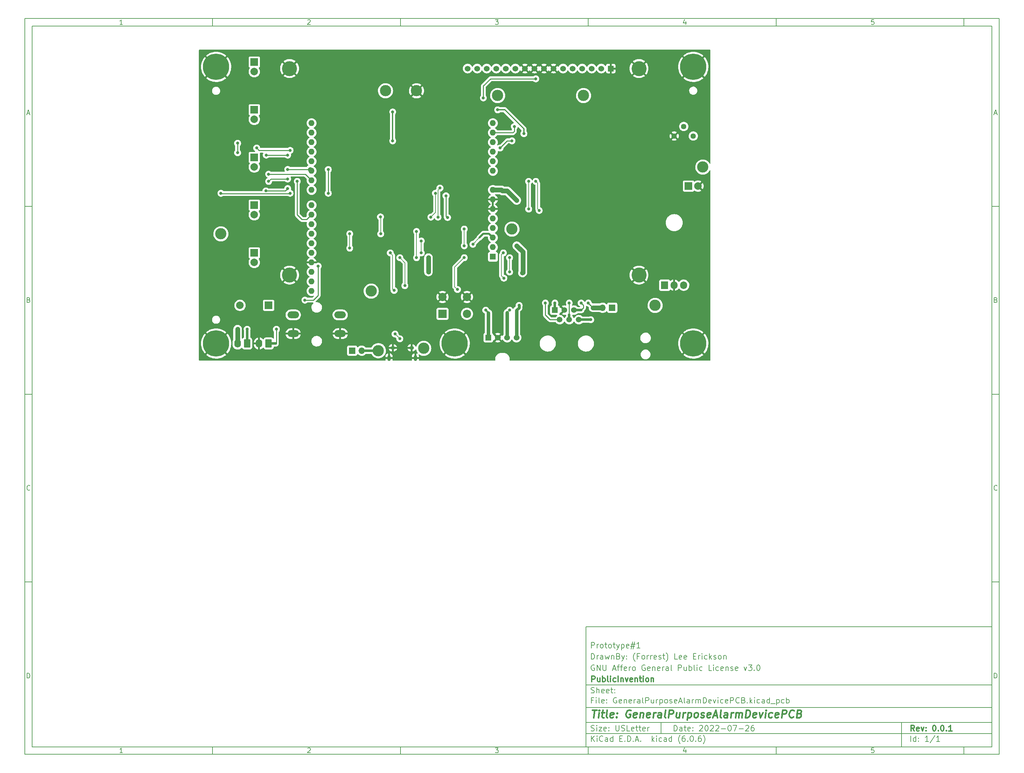
<source format=gbr>
%TF.GenerationSoftware,KiCad,Pcbnew,(6.0.6)*%
%TF.CreationDate,2023-02-28T14:07:17-05:00*%
%TF.ProjectId,GeneralPurposeAlarmDevicePCB,47656e65-7261-46c5-9075-72706f736541,0.0.1*%
%TF.SameCoordinates,Original*%
%TF.FileFunction,Copper,L2,Bot*%
%TF.FilePolarity,Positive*%
%FSLAX46Y46*%
G04 Gerber Fmt 4.6, Leading zero omitted, Abs format (unit mm)*
G04 Created by KiCad (PCBNEW (6.0.6)) date 2023-02-28 14:07:17*
%MOMM*%
%LPD*%
G01*
G04 APERTURE LIST*
G04 Aperture macros list*
%AMRoundRect*
0 Rectangle with rounded corners*
0 $1 Rounding radius*
0 $2 $3 $4 $5 $6 $7 $8 $9 X,Y pos of 4 corners*
0 Add a 4 corners polygon primitive as box body*
4,1,4,$2,$3,$4,$5,$6,$7,$8,$9,$2,$3,0*
0 Add four circle primitives for the rounded corners*
1,1,$1+$1,$2,$3*
1,1,$1+$1,$4,$5*
1,1,$1+$1,$6,$7*
1,1,$1+$1,$8,$9*
0 Add four rect primitives between the rounded corners*
20,1,$1+$1,$2,$3,$4,$5,0*
20,1,$1+$1,$4,$5,$6,$7,0*
20,1,$1+$1,$6,$7,$8,$9,0*
20,1,$1+$1,$8,$9,$2,$3,0*%
G04 Aperture macros list end*
%ADD10C,0.100000*%
%ADD11C,0.150000*%
%ADD12C,0.300000*%
%ADD13C,0.400000*%
%TA.AperFunction,ComponentPad*%
%ADD14C,0.800000*%
%TD*%
%TA.AperFunction,ComponentPad*%
%ADD15C,7.000000*%
%TD*%
%TA.AperFunction,ComponentPad*%
%ADD16O,1.250000X0.950000*%
%TD*%
%TA.AperFunction,ComponentPad*%
%ADD17O,0.890000X1.550000*%
%TD*%
%TA.AperFunction,ComponentPad*%
%ADD18RoundRect,0.250000X0.620000X0.845000X-0.620000X0.845000X-0.620000X-0.845000X0.620000X-0.845000X0*%
%TD*%
%TA.AperFunction,ComponentPad*%
%ADD19O,1.740000X2.190000*%
%TD*%
%TA.AperFunction,ComponentPad*%
%ADD20R,1.700000X1.700000*%
%TD*%
%TA.AperFunction,ComponentPad*%
%ADD21O,1.700000X1.700000*%
%TD*%
%TA.AperFunction,ComponentPad*%
%ADD22R,1.520000X1.520000*%
%TD*%
%TA.AperFunction,ComponentPad*%
%ADD23C,1.520000*%
%TD*%
%TA.AperFunction,ComponentPad*%
%ADD24C,3.000000*%
%TD*%
%TA.AperFunction,ComponentPad*%
%ADD25R,1.905000X2.000000*%
%TD*%
%TA.AperFunction,ComponentPad*%
%ADD26O,1.905000X2.000000*%
%TD*%
%TA.AperFunction,ComponentPad*%
%ADD27R,1.524000X1.524000*%
%TD*%
%TA.AperFunction,ComponentPad*%
%ADD28C,1.524000*%
%TD*%
%TA.AperFunction,ComponentPad*%
%ADD29R,2.200000X2.200000*%
%TD*%
%TA.AperFunction,ComponentPad*%
%ADD30C,2.200000*%
%TD*%
%TA.AperFunction,ComponentPad*%
%ADD31R,2.000000X2.000000*%
%TD*%
%TA.AperFunction,ComponentPad*%
%ADD32C,2.000000*%
%TD*%
%TA.AperFunction,ComponentPad*%
%ADD33R,1.600000X1.600000*%
%TD*%
%TA.AperFunction,ComponentPad*%
%ADD34O,1.600000X1.600000*%
%TD*%
%TA.AperFunction,ComponentPad*%
%ADD35C,1.440000*%
%TD*%
%TA.AperFunction,ComponentPad*%
%ADD36O,3.048000X1.850000*%
%TD*%
%TA.AperFunction,ComponentPad*%
%ADD37C,4.000000*%
%TD*%
%TA.AperFunction,ViaPad*%
%ADD38C,0.800000*%
%TD*%
%TA.AperFunction,ViaPad*%
%ADD39C,2.540000*%
%TD*%
%TA.AperFunction,Conductor*%
%ADD40C,0.250000*%
%TD*%
%TA.AperFunction,Conductor*%
%ADD41C,1.270000*%
%TD*%
%TA.AperFunction,Conductor*%
%ADD42C,0.200000*%
%TD*%
%TA.AperFunction,Conductor*%
%ADD43C,0.762000*%
%TD*%
%TA.AperFunction,Conductor*%
%ADD44C,0.350000*%
%TD*%
%TA.AperFunction,Conductor*%
%ADD45C,0.889000*%
%TD*%
%TA.AperFunction,Conductor*%
%ADD46C,0.635000*%
%TD*%
%TA.AperFunction,Conductor*%
%ADD47C,0.254000*%
%TD*%
%TA.AperFunction,Conductor*%
%ADD48C,0.381000*%
%TD*%
%TA.AperFunction,Conductor*%
%ADD49C,0.508000*%
%TD*%
G04 APERTURE END LIST*
D10*
D11*
X159400000Y-171900000D02*
X159400000Y-203900000D01*
X267400000Y-203900000D01*
X267400000Y-171900000D01*
X159400000Y-171900000D01*
D10*
D11*
X10000000Y-10000000D02*
X10000000Y-205900000D01*
X269400000Y-205900000D01*
X269400000Y-10000000D01*
X10000000Y-10000000D01*
D10*
D11*
X12000000Y-12000000D02*
X12000000Y-203900000D01*
X267400000Y-203900000D01*
X267400000Y-12000000D01*
X12000000Y-12000000D01*
D10*
D11*
X60000000Y-12000000D02*
X60000000Y-10000000D01*
D10*
D11*
X110000000Y-12000000D02*
X110000000Y-10000000D01*
D10*
D11*
X160000000Y-12000000D02*
X160000000Y-10000000D01*
D10*
D11*
X210000000Y-12000000D02*
X210000000Y-10000000D01*
D10*
D11*
X260000000Y-12000000D02*
X260000000Y-10000000D01*
D10*
D11*
X36065476Y-11588095D02*
X35322619Y-11588095D01*
X35694047Y-11588095D02*
X35694047Y-10288095D01*
X35570238Y-10473809D01*
X35446428Y-10597619D01*
X35322619Y-10659523D01*
D10*
D11*
X85322619Y-10411904D02*
X85384523Y-10350000D01*
X85508333Y-10288095D01*
X85817857Y-10288095D01*
X85941666Y-10350000D01*
X86003571Y-10411904D01*
X86065476Y-10535714D01*
X86065476Y-10659523D01*
X86003571Y-10845238D01*
X85260714Y-11588095D01*
X86065476Y-11588095D01*
D10*
D11*
X135260714Y-10288095D02*
X136065476Y-10288095D01*
X135632142Y-10783333D01*
X135817857Y-10783333D01*
X135941666Y-10845238D01*
X136003571Y-10907142D01*
X136065476Y-11030952D01*
X136065476Y-11340476D01*
X136003571Y-11464285D01*
X135941666Y-11526190D01*
X135817857Y-11588095D01*
X135446428Y-11588095D01*
X135322619Y-11526190D01*
X135260714Y-11464285D01*
D10*
D11*
X185941666Y-10721428D02*
X185941666Y-11588095D01*
X185632142Y-10226190D02*
X185322619Y-11154761D01*
X186127380Y-11154761D01*
D10*
D11*
X236003571Y-10288095D02*
X235384523Y-10288095D01*
X235322619Y-10907142D01*
X235384523Y-10845238D01*
X235508333Y-10783333D01*
X235817857Y-10783333D01*
X235941666Y-10845238D01*
X236003571Y-10907142D01*
X236065476Y-11030952D01*
X236065476Y-11340476D01*
X236003571Y-11464285D01*
X235941666Y-11526190D01*
X235817857Y-11588095D01*
X235508333Y-11588095D01*
X235384523Y-11526190D01*
X235322619Y-11464285D01*
D10*
D11*
X60000000Y-203900000D02*
X60000000Y-205900000D01*
D10*
D11*
X110000000Y-203900000D02*
X110000000Y-205900000D01*
D10*
D11*
X160000000Y-203900000D02*
X160000000Y-205900000D01*
D10*
D11*
X210000000Y-203900000D02*
X210000000Y-205900000D01*
D10*
D11*
X260000000Y-203900000D02*
X260000000Y-205900000D01*
D10*
D11*
X36065476Y-205488095D02*
X35322619Y-205488095D01*
X35694047Y-205488095D02*
X35694047Y-204188095D01*
X35570238Y-204373809D01*
X35446428Y-204497619D01*
X35322619Y-204559523D01*
D10*
D11*
X85322619Y-204311904D02*
X85384523Y-204250000D01*
X85508333Y-204188095D01*
X85817857Y-204188095D01*
X85941666Y-204250000D01*
X86003571Y-204311904D01*
X86065476Y-204435714D01*
X86065476Y-204559523D01*
X86003571Y-204745238D01*
X85260714Y-205488095D01*
X86065476Y-205488095D01*
D10*
D11*
X135260714Y-204188095D02*
X136065476Y-204188095D01*
X135632142Y-204683333D01*
X135817857Y-204683333D01*
X135941666Y-204745238D01*
X136003571Y-204807142D01*
X136065476Y-204930952D01*
X136065476Y-205240476D01*
X136003571Y-205364285D01*
X135941666Y-205426190D01*
X135817857Y-205488095D01*
X135446428Y-205488095D01*
X135322619Y-205426190D01*
X135260714Y-205364285D01*
D10*
D11*
X185941666Y-204621428D02*
X185941666Y-205488095D01*
X185632142Y-204126190D02*
X185322619Y-205054761D01*
X186127380Y-205054761D01*
D10*
D11*
X236003571Y-204188095D02*
X235384523Y-204188095D01*
X235322619Y-204807142D01*
X235384523Y-204745238D01*
X235508333Y-204683333D01*
X235817857Y-204683333D01*
X235941666Y-204745238D01*
X236003571Y-204807142D01*
X236065476Y-204930952D01*
X236065476Y-205240476D01*
X236003571Y-205364285D01*
X235941666Y-205426190D01*
X235817857Y-205488095D01*
X235508333Y-205488095D01*
X235384523Y-205426190D01*
X235322619Y-205364285D01*
D10*
D11*
X10000000Y-60000000D02*
X12000000Y-60000000D01*
D10*
D11*
X10000000Y-110000000D02*
X12000000Y-110000000D01*
D10*
D11*
X10000000Y-160000000D02*
X12000000Y-160000000D01*
D10*
D11*
X10690476Y-35216666D02*
X11309523Y-35216666D01*
X10566666Y-35588095D02*
X11000000Y-34288095D01*
X11433333Y-35588095D01*
D10*
D11*
X11092857Y-84907142D02*
X11278571Y-84969047D01*
X11340476Y-85030952D01*
X11402380Y-85154761D01*
X11402380Y-85340476D01*
X11340476Y-85464285D01*
X11278571Y-85526190D01*
X11154761Y-85588095D01*
X10659523Y-85588095D01*
X10659523Y-84288095D01*
X11092857Y-84288095D01*
X11216666Y-84350000D01*
X11278571Y-84411904D01*
X11340476Y-84535714D01*
X11340476Y-84659523D01*
X11278571Y-84783333D01*
X11216666Y-84845238D01*
X11092857Y-84907142D01*
X10659523Y-84907142D01*
D10*
D11*
X11402380Y-135464285D02*
X11340476Y-135526190D01*
X11154761Y-135588095D01*
X11030952Y-135588095D01*
X10845238Y-135526190D01*
X10721428Y-135402380D01*
X10659523Y-135278571D01*
X10597619Y-135030952D01*
X10597619Y-134845238D01*
X10659523Y-134597619D01*
X10721428Y-134473809D01*
X10845238Y-134350000D01*
X11030952Y-134288095D01*
X11154761Y-134288095D01*
X11340476Y-134350000D01*
X11402380Y-134411904D01*
D10*
D11*
X10659523Y-185588095D02*
X10659523Y-184288095D01*
X10969047Y-184288095D01*
X11154761Y-184350000D01*
X11278571Y-184473809D01*
X11340476Y-184597619D01*
X11402380Y-184845238D01*
X11402380Y-185030952D01*
X11340476Y-185278571D01*
X11278571Y-185402380D01*
X11154761Y-185526190D01*
X10969047Y-185588095D01*
X10659523Y-185588095D01*
D10*
D11*
X269400000Y-60000000D02*
X267400000Y-60000000D01*
D10*
D11*
X269400000Y-110000000D02*
X267400000Y-110000000D01*
D10*
D11*
X269400000Y-160000000D02*
X267400000Y-160000000D01*
D10*
D11*
X268090476Y-35216666D02*
X268709523Y-35216666D01*
X267966666Y-35588095D02*
X268400000Y-34288095D01*
X268833333Y-35588095D01*
D10*
D11*
X268492857Y-84907142D02*
X268678571Y-84969047D01*
X268740476Y-85030952D01*
X268802380Y-85154761D01*
X268802380Y-85340476D01*
X268740476Y-85464285D01*
X268678571Y-85526190D01*
X268554761Y-85588095D01*
X268059523Y-85588095D01*
X268059523Y-84288095D01*
X268492857Y-84288095D01*
X268616666Y-84350000D01*
X268678571Y-84411904D01*
X268740476Y-84535714D01*
X268740476Y-84659523D01*
X268678571Y-84783333D01*
X268616666Y-84845238D01*
X268492857Y-84907142D01*
X268059523Y-84907142D01*
D10*
D11*
X268802380Y-135464285D02*
X268740476Y-135526190D01*
X268554761Y-135588095D01*
X268430952Y-135588095D01*
X268245238Y-135526190D01*
X268121428Y-135402380D01*
X268059523Y-135278571D01*
X267997619Y-135030952D01*
X267997619Y-134845238D01*
X268059523Y-134597619D01*
X268121428Y-134473809D01*
X268245238Y-134350000D01*
X268430952Y-134288095D01*
X268554761Y-134288095D01*
X268740476Y-134350000D01*
X268802380Y-134411904D01*
D10*
D11*
X268059523Y-185588095D02*
X268059523Y-184288095D01*
X268369047Y-184288095D01*
X268554761Y-184350000D01*
X268678571Y-184473809D01*
X268740476Y-184597619D01*
X268802380Y-184845238D01*
X268802380Y-185030952D01*
X268740476Y-185278571D01*
X268678571Y-185402380D01*
X268554761Y-185526190D01*
X268369047Y-185588095D01*
X268059523Y-185588095D01*
D10*
D11*
X182832142Y-199678571D02*
X182832142Y-198178571D01*
X183189285Y-198178571D01*
X183403571Y-198250000D01*
X183546428Y-198392857D01*
X183617857Y-198535714D01*
X183689285Y-198821428D01*
X183689285Y-199035714D01*
X183617857Y-199321428D01*
X183546428Y-199464285D01*
X183403571Y-199607142D01*
X183189285Y-199678571D01*
X182832142Y-199678571D01*
X184975000Y-199678571D02*
X184975000Y-198892857D01*
X184903571Y-198750000D01*
X184760714Y-198678571D01*
X184475000Y-198678571D01*
X184332142Y-198750000D01*
X184975000Y-199607142D02*
X184832142Y-199678571D01*
X184475000Y-199678571D01*
X184332142Y-199607142D01*
X184260714Y-199464285D01*
X184260714Y-199321428D01*
X184332142Y-199178571D01*
X184475000Y-199107142D01*
X184832142Y-199107142D01*
X184975000Y-199035714D01*
X185475000Y-198678571D02*
X186046428Y-198678571D01*
X185689285Y-198178571D02*
X185689285Y-199464285D01*
X185760714Y-199607142D01*
X185903571Y-199678571D01*
X186046428Y-199678571D01*
X187117857Y-199607142D02*
X186975000Y-199678571D01*
X186689285Y-199678571D01*
X186546428Y-199607142D01*
X186475000Y-199464285D01*
X186475000Y-198892857D01*
X186546428Y-198750000D01*
X186689285Y-198678571D01*
X186975000Y-198678571D01*
X187117857Y-198750000D01*
X187189285Y-198892857D01*
X187189285Y-199035714D01*
X186475000Y-199178571D01*
X187832142Y-199535714D02*
X187903571Y-199607142D01*
X187832142Y-199678571D01*
X187760714Y-199607142D01*
X187832142Y-199535714D01*
X187832142Y-199678571D01*
X187832142Y-198750000D02*
X187903571Y-198821428D01*
X187832142Y-198892857D01*
X187760714Y-198821428D01*
X187832142Y-198750000D01*
X187832142Y-198892857D01*
X189617857Y-198321428D02*
X189689285Y-198250000D01*
X189832142Y-198178571D01*
X190189285Y-198178571D01*
X190332142Y-198250000D01*
X190403571Y-198321428D01*
X190475000Y-198464285D01*
X190475000Y-198607142D01*
X190403571Y-198821428D01*
X189546428Y-199678571D01*
X190475000Y-199678571D01*
X191403571Y-198178571D02*
X191546428Y-198178571D01*
X191689285Y-198250000D01*
X191760714Y-198321428D01*
X191832142Y-198464285D01*
X191903571Y-198750000D01*
X191903571Y-199107142D01*
X191832142Y-199392857D01*
X191760714Y-199535714D01*
X191689285Y-199607142D01*
X191546428Y-199678571D01*
X191403571Y-199678571D01*
X191260714Y-199607142D01*
X191189285Y-199535714D01*
X191117857Y-199392857D01*
X191046428Y-199107142D01*
X191046428Y-198750000D01*
X191117857Y-198464285D01*
X191189285Y-198321428D01*
X191260714Y-198250000D01*
X191403571Y-198178571D01*
X192475000Y-198321428D02*
X192546428Y-198250000D01*
X192689285Y-198178571D01*
X193046428Y-198178571D01*
X193189285Y-198250000D01*
X193260714Y-198321428D01*
X193332142Y-198464285D01*
X193332142Y-198607142D01*
X193260714Y-198821428D01*
X192403571Y-199678571D01*
X193332142Y-199678571D01*
X193903571Y-198321428D02*
X193975000Y-198250000D01*
X194117857Y-198178571D01*
X194475000Y-198178571D01*
X194617857Y-198250000D01*
X194689285Y-198321428D01*
X194760714Y-198464285D01*
X194760714Y-198607142D01*
X194689285Y-198821428D01*
X193832142Y-199678571D01*
X194760714Y-199678571D01*
X195403571Y-199107142D02*
X196546428Y-199107142D01*
X197546428Y-198178571D02*
X197689285Y-198178571D01*
X197832142Y-198250000D01*
X197903571Y-198321428D01*
X197975000Y-198464285D01*
X198046428Y-198750000D01*
X198046428Y-199107142D01*
X197975000Y-199392857D01*
X197903571Y-199535714D01*
X197832142Y-199607142D01*
X197689285Y-199678571D01*
X197546428Y-199678571D01*
X197403571Y-199607142D01*
X197332142Y-199535714D01*
X197260714Y-199392857D01*
X197189285Y-199107142D01*
X197189285Y-198750000D01*
X197260714Y-198464285D01*
X197332142Y-198321428D01*
X197403571Y-198250000D01*
X197546428Y-198178571D01*
X198546428Y-198178571D02*
X199546428Y-198178571D01*
X198903571Y-199678571D01*
X200117857Y-199107142D02*
X201260714Y-199107142D01*
X201903571Y-198321428D02*
X201975000Y-198250000D01*
X202117857Y-198178571D01*
X202475000Y-198178571D01*
X202617857Y-198250000D01*
X202689285Y-198321428D01*
X202760714Y-198464285D01*
X202760714Y-198607142D01*
X202689285Y-198821428D01*
X201832142Y-199678571D01*
X202760714Y-199678571D01*
X204046428Y-198178571D02*
X203760714Y-198178571D01*
X203617857Y-198250000D01*
X203546428Y-198321428D01*
X203403571Y-198535714D01*
X203332142Y-198821428D01*
X203332142Y-199392857D01*
X203403571Y-199535714D01*
X203475000Y-199607142D01*
X203617857Y-199678571D01*
X203903571Y-199678571D01*
X204046428Y-199607142D01*
X204117857Y-199535714D01*
X204189285Y-199392857D01*
X204189285Y-199035714D01*
X204117857Y-198892857D01*
X204046428Y-198821428D01*
X203903571Y-198750000D01*
X203617857Y-198750000D01*
X203475000Y-198821428D01*
X203403571Y-198892857D01*
X203332142Y-199035714D01*
D10*
D11*
X159400000Y-200400000D02*
X267400000Y-200400000D01*
D10*
D11*
X160832142Y-202478571D02*
X160832142Y-200978571D01*
X161689285Y-202478571D02*
X161046428Y-201621428D01*
X161689285Y-200978571D02*
X160832142Y-201835714D01*
X162332142Y-202478571D02*
X162332142Y-201478571D01*
X162332142Y-200978571D02*
X162260714Y-201050000D01*
X162332142Y-201121428D01*
X162403571Y-201050000D01*
X162332142Y-200978571D01*
X162332142Y-201121428D01*
X163903571Y-202335714D02*
X163832142Y-202407142D01*
X163617857Y-202478571D01*
X163475000Y-202478571D01*
X163260714Y-202407142D01*
X163117857Y-202264285D01*
X163046428Y-202121428D01*
X162975000Y-201835714D01*
X162975000Y-201621428D01*
X163046428Y-201335714D01*
X163117857Y-201192857D01*
X163260714Y-201050000D01*
X163475000Y-200978571D01*
X163617857Y-200978571D01*
X163832142Y-201050000D01*
X163903571Y-201121428D01*
X165189285Y-202478571D02*
X165189285Y-201692857D01*
X165117857Y-201550000D01*
X164975000Y-201478571D01*
X164689285Y-201478571D01*
X164546428Y-201550000D01*
X165189285Y-202407142D02*
X165046428Y-202478571D01*
X164689285Y-202478571D01*
X164546428Y-202407142D01*
X164475000Y-202264285D01*
X164475000Y-202121428D01*
X164546428Y-201978571D01*
X164689285Y-201907142D01*
X165046428Y-201907142D01*
X165189285Y-201835714D01*
X166546428Y-202478571D02*
X166546428Y-200978571D01*
X166546428Y-202407142D02*
X166403571Y-202478571D01*
X166117857Y-202478571D01*
X165975000Y-202407142D01*
X165903571Y-202335714D01*
X165832142Y-202192857D01*
X165832142Y-201764285D01*
X165903571Y-201621428D01*
X165975000Y-201550000D01*
X166117857Y-201478571D01*
X166403571Y-201478571D01*
X166546428Y-201550000D01*
X168403571Y-201692857D02*
X168903571Y-201692857D01*
X169117857Y-202478571D02*
X168403571Y-202478571D01*
X168403571Y-200978571D01*
X169117857Y-200978571D01*
X169760714Y-202335714D02*
X169832142Y-202407142D01*
X169760714Y-202478571D01*
X169689285Y-202407142D01*
X169760714Y-202335714D01*
X169760714Y-202478571D01*
X170475000Y-202478571D02*
X170475000Y-200978571D01*
X170832142Y-200978571D01*
X171046428Y-201050000D01*
X171189285Y-201192857D01*
X171260714Y-201335714D01*
X171332142Y-201621428D01*
X171332142Y-201835714D01*
X171260714Y-202121428D01*
X171189285Y-202264285D01*
X171046428Y-202407142D01*
X170832142Y-202478571D01*
X170475000Y-202478571D01*
X171975000Y-202335714D02*
X172046428Y-202407142D01*
X171975000Y-202478571D01*
X171903571Y-202407142D01*
X171975000Y-202335714D01*
X171975000Y-202478571D01*
X172617857Y-202050000D02*
X173332142Y-202050000D01*
X172475000Y-202478571D02*
X172975000Y-200978571D01*
X173475000Y-202478571D01*
X173975000Y-202335714D02*
X174046428Y-202407142D01*
X173975000Y-202478571D01*
X173903571Y-202407142D01*
X173975000Y-202335714D01*
X173975000Y-202478571D01*
X176975000Y-202478571D02*
X176975000Y-200978571D01*
X177117857Y-201907142D02*
X177546428Y-202478571D01*
X177546428Y-201478571D02*
X176975000Y-202050000D01*
X178189285Y-202478571D02*
X178189285Y-201478571D01*
X178189285Y-200978571D02*
X178117857Y-201050000D01*
X178189285Y-201121428D01*
X178260714Y-201050000D01*
X178189285Y-200978571D01*
X178189285Y-201121428D01*
X179546428Y-202407142D02*
X179403571Y-202478571D01*
X179117857Y-202478571D01*
X178975000Y-202407142D01*
X178903571Y-202335714D01*
X178832142Y-202192857D01*
X178832142Y-201764285D01*
X178903571Y-201621428D01*
X178975000Y-201550000D01*
X179117857Y-201478571D01*
X179403571Y-201478571D01*
X179546428Y-201550000D01*
X180832142Y-202478571D02*
X180832142Y-201692857D01*
X180760714Y-201550000D01*
X180617857Y-201478571D01*
X180332142Y-201478571D01*
X180189285Y-201550000D01*
X180832142Y-202407142D02*
X180689285Y-202478571D01*
X180332142Y-202478571D01*
X180189285Y-202407142D01*
X180117857Y-202264285D01*
X180117857Y-202121428D01*
X180189285Y-201978571D01*
X180332142Y-201907142D01*
X180689285Y-201907142D01*
X180832142Y-201835714D01*
X182189285Y-202478571D02*
X182189285Y-200978571D01*
X182189285Y-202407142D02*
X182046428Y-202478571D01*
X181760714Y-202478571D01*
X181617857Y-202407142D01*
X181546428Y-202335714D01*
X181475000Y-202192857D01*
X181475000Y-201764285D01*
X181546428Y-201621428D01*
X181617857Y-201550000D01*
X181760714Y-201478571D01*
X182046428Y-201478571D01*
X182189285Y-201550000D01*
X184475000Y-203050000D02*
X184403571Y-202978571D01*
X184260714Y-202764285D01*
X184189285Y-202621428D01*
X184117857Y-202407142D01*
X184046428Y-202050000D01*
X184046428Y-201764285D01*
X184117857Y-201407142D01*
X184189285Y-201192857D01*
X184260714Y-201050000D01*
X184403571Y-200835714D01*
X184475000Y-200764285D01*
X185689285Y-200978571D02*
X185403571Y-200978571D01*
X185260714Y-201050000D01*
X185189285Y-201121428D01*
X185046428Y-201335714D01*
X184975000Y-201621428D01*
X184975000Y-202192857D01*
X185046428Y-202335714D01*
X185117857Y-202407142D01*
X185260714Y-202478571D01*
X185546428Y-202478571D01*
X185689285Y-202407142D01*
X185760714Y-202335714D01*
X185832142Y-202192857D01*
X185832142Y-201835714D01*
X185760714Y-201692857D01*
X185689285Y-201621428D01*
X185546428Y-201550000D01*
X185260714Y-201550000D01*
X185117857Y-201621428D01*
X185046428Y-201692857D01*
X184975000Y-201835714D01*
X186475000Y-202335714D02*
X186546428Y-202407142D01*
X186475000Y-202478571D01*
X186403571Y-202407142D01*
X186475000Y-202335714D01*
X186475000Y-202478571D01*
X187475000Y-200978571D02*
X187617857Y-200978571D01*
X187760714Y-201050000D01*
X187832142Y-201121428D01*
X187903571Y-201264285D01*
X187975000Y-201550000D01*
X187975000Y-201907142D01*
X187903571Y-202192857D01*
X187832142Y-202335714D01*
X187760714Y-202407142D01*
X187617857Y-202478571D01*
X187475000Y-202478571D01*
X187332142Y-202407142D01*
X187260714Y-202335714D01*
X187189285Y-202192857D01*
X187117857Y-201907142D01*
X187117857Y-201550000D01*
X187189285Y-201264285D01*
X187260714Y-201121428D01*
X187332142Y-201050000D01*
X187475000Y-200978571D01*
X188617857Y-202335714D02*
X188689285Y-202407142D01*
X188617857Y-202478571D01*
X188546428Y-202407142D01*
X188617857Y-202335714D01*
X188617857Y-202478571D01*
X189975000Y-200978571D02*
X189689285Y-200978571D01*
X189546428Y-201050000D01*
X189475000Y-201121428D01*
X189332142Y-201335714D01*
X189260714Y-201621428D01*
X189260714Y-202192857D01*
X189332142Y-202335714D01*
X189403571Y-202407142D01*
X189546428Y-202478571D01*
X189832142Y-202478571D01*
X189975000Y-202407142D01*
X190046428Y-202335714D01*
X190117857Y-202192857D01*
X190117857Y-201835714D01*
X190046428Y-201692857D01*
X189975000Y-201621428D01*
X189832142Y-201550000D01*
X189546428Y-201550000D01*
X189403571Y-201621428D01*
X189332142Y-201692857D01*
X189260714Y-201835714D01*
X190617857Y-203050000D02*
X190689285Y-202978571D01*
X190832142Y-202764285D01*
X190903571Y-202621428D01*
X190975000Y-202407142D01*
X191046428Y-202050000D01*
X191046428Y-201764285D01*
X190975000Y-201407142D01*
X190903571Y-201192857D01*
X190832142Y-201050000D01*
X190689285Y-200835714D01*
X190617857Y-200764285D01*
D10*
D11*
X159400000Y-197400000D02*
X267400000Y-197400000D01*
D10*
D12*
X246809285Y-199678571D02*
X246309285Y-198964285D01*
X245952142Y-199678571D02*
X245952142Y-198178571D01*
X246523571Y-198178571D01*
X246666428Y-198250000D01*
X246737857Y-198321428D01*
X246809285Y-198464285D01*
X246809285Y-198678571D01*
X246737857Y-198821428D01*
X246666428Y-198892857D01*
X246523571Y-198964285D01*
X245952142Y-198964285D01*
X248023571Y-199607142D02*
X247880714Y-199678571D01*
X247595000Y-199678571D01*
X247452142Y-199607142D01*
X247380714Y-199464285D01*
X247380714Y-198892857D01*
X247452142Y-198750000D01*
X247595000Y-198678571D01*
X247880714Y-198678571D01*
X248023571Y-198750000D01*
X248095000Y-198892857D01*
X248095000Y-199035714D01*
X247380714Y-199178571D01*
X248595000Y-198678571D02*
X248952142Y-199678571D01*
X249309285Y-198678571D01*
X249880714Y-199535714D02*
X249952142Y-199607142D01*
X249880714Y-199678571D01*
X249809285Y-199607142D01*
X249880714Y-199535714D01*
X249880714Y-199678571D01*
X249880714Y-198750000D02*
X249952142Y-198821428D01*
X249880714Y-198892857D01*
X249809285Y-198821428D01*
X249880714Y-198750000D01*
X249880714Y-198892857D01*
X252023571Y-198178571D02*
X252166428Y-198178571D01*
X252309285Y-198250000D01*
X252380714Y-198321428D01*
X252452142Y-198464285D01*
X252523571Y-198750000D01*
X252523571Y-199107142D01*
X252452142Y-199392857D01*
X252380714Y-199535714D01*
X252309285Y-199607142D01*
X252166428Y-199678571D01*
X252023571Y-199678571D01*
X251880714Y-199607142D01*
X251809285Y-199535714D01*
X251737857Y-199392857D01*
X251666428Y-199107142D01*
X251666428Y-198750000D01*
X251737857Y-198464285D01*
X251809285Y-198321428D01*
X251880714Y-198250000D01*
X252023571Y-198178571D01*
X253166428Y-199535714D02*
X253237857Y-199607142D01*
X253166428Y-199678571D01*
X253095000Y-199607142D01*
X253166428Y-199535714D01*
X253166428Y-199678571D01*
X254166428Y-198178571D02*
X254309285Y-198178571D01*
X254452142Y-198250000D01*
X254523571Y-198321428D01*
X254595000Y-198464285D01*
X254666428Y-198750000D01*
X254666428Y-199107142D01*
X254595000Y-199392857D01*
X254523571Y-199535714D01*
X254452142Y-199607142D01*
X254309285Y-199678571D01*
X254166428Y-199678571D01*
X254023571Y-199607142D01*
X253952142Y-199535714D01*
X253880714Y-199392857D01*
X253809285Y-199107142D01*
X253809285Y-198750000D01*
X253880714Y-198464285D01*
X253952142Y-198321428D01*
X254023571Y-198250000D01*
X254166428Y-198178571D01*
X255309285Y-199535714D02*
X255380714Y-199607142D01*
X255309285Y-199678571D01*
X255237857Y-199607142D01*
X255309285Y-199535714D01*
X255309285Y-199678571D01*
X256809285Y-199678571D02*
X255952142Y-199678571D01*
X256380714Y-199678571D02*
X256380714Y-198178571D01*
X256237857Y-198392857D01*
X256095000Y-198535714D01*
X255952142Y-198607142D01*
D10*
D11*
X160760714Y-199607142D02*
X160975000Y-199678571D01*
X161332142Y-199678571D01*
X161475000Y-199607142D01*
X161546428Y-199535714D01*
X161617857Y-199392857D01*
X161617857Y-199250000D01*
X161546428Y-199107142D01*
X161475000Y-199035714D01*
X161332142Y-198964285D01*
X161046428Y-198892857D01*
X160903571Y-198821428D01*
X160832142Y-198750000D01*
X160760714Y-198607142D01*
X160760714Y-198464285D01*
X160832142Y-198321428D01*
X160903571Y-198250000D01*
X161046428Y-198178571D01*
X161403571Y-198178571D01*
X161617857Y-198250000D01*
X162260714Y-199678571D02*
X162260714Y-198678571D01*
X162260714Y-198178571D02*
X162189285Y-198250000D01*
X162260714Y-198321428D01*
X162332142Y-198250000D01*
X162260714Y-198178571D01*
X162260714Y-198321428D01*
X162832142Y-198678571D02*
X163617857Y-198678571D01*
X162832142Y-199678571D01*
X163617857Y-199678571D01*
X164760714Y-199607142D02*
X164617857Y-199678571D01*
X164332142Y-199678571D01*
X164189285Y-199607142D01*
X164117857Y-199464285D01*
X164117857Y-198892857D01*
X164189285Y-198750000D01*
X164332142Y-198678571D01*
X164617857Y-198678571D01*
X164760714Y-198750000D01*
X164832142Y-198892857D01*
X164832142Y-199035714D01*
X164117857Y-199178571D01*
X165475000Y-199535714D02*
X165546428Y-199607142D01*
X165475000Y-199678571D01*
X165403571Y-199607142D01*
X165475000Y-199535714D01*
X165475000Y-199678571D01*
X165475000Y-198750000D02*
X165546428Y-198821428D01*
X165475000Y-198892857D01*
X165403571Y-198821428D01*
X165475000Y-198750000D01*
X165475000Y-198892857D01*
X167332142Y-198178571D02*
X167332142Y-199392857D01*
X167403571Y-199535714D01*
X167475000Y-199607142D01*
X167617857Y-199678571D01*
X167903571Y-199678571D01*
X168046428Y-199607142D01*
X168117857Y-199535714D01*
X168189285Y-199392857D01*
X168189285Y-198178571D01*
X168832142Y-199607142D02*
X169046428Y-199678571D01*
X169403571Y-199678571D01*
X169546428Y-199607142D01*
X169617857Y-199535714D01*
X169689285Y-199392857D01*
X169689285Y-199250000D01*
X169617857Y-199107142D01*
X169546428Y-199035714D01*
X169403571Y-198964285D01*
X169117857Y-198892857D01*
X168975000Y-198821428D01*
X168903571Y-198750000D01*
X168832142Y-198607142D01*
X168832142Y-198464285D01*
X168903571Y-198321428D01*
X168975000Y-198250000D01*
X169117857Y-198178571D01*
X169475000Y-198178571D01*
X169689285Y-198250000D01*
X171046428Y-199678571D02*
X170332142Y-199678571D01*
X170332142Y-198178571D01*
X172117857Y-199607142D02*
X171975000Y-199678571D01*
X171689285Y-199678571D01*
X171546428Y-199607142D01*
X171475000Y-199464285D01*
X171475000Y-198892857D01*
X171546428Y-198750000D01*
X171689285Y-198678571D01*
X171975000Y-198678571D01*
X172117857Y-198750000D01*
X172189285Y-198892857D01*
X172189285Y-199035714D01*
X171475000Y-199178571D01*
X172617857Y-198678571D02*
X173189285Y-198678571D01*
X172832142Y-198178571D02*
X172832142Y-199464285D01*
X172903571Y-199607142D01*
X173046428Y-199678571D01*
X173189285Y-199678571D01*
X173475000Y-198678571D02*
X174046428Y-198678571D01*
X173689285Y-198178571D02*
X173689285Y-199464285D01*
X173760714Y-199607142D01*
X173903571Y-199678571D01*
X174046428Y-199678571D01*
X175117857Y-199607142D02*
X174975000Y-199678571D01*
X174689285Y-199678571D01*
X174546428Y-199607142D01*
X174475000Y-199464285D01*
X174475000Y-198892857D01*
X174546428Y-198750000D01*
X174689285Y-198678571D01*
X174975000Y-198678571D01*
X175117857Y-198750000D01*
X175189285Y-198892857D01*
X175189285Y-199035714D01*
X174475000Y-199178571D01*
X175832142Y-199678571D02*
X175832142Y-198678571D01*
X175832142Y-198964285D02*
X175903571Y-198821428D01*
X175975000Y-198750000D01*
X176117857Y-198678571D01*
X176260714Y-198678571D01*
D10*
D11*
X245832142Y-202478571D02*
X245832142Y-200978571D01*
X247189285Y-202478571D02*
X247189285Y-200978571D01*
X247189285Y-202407142D02*
X247046428Y-202478571D01*
X246760714Y-202478571D01*
X246617857Y-202407142D01*
X246546428Y-202335714D01*
X246475000Y-202192857D01*
X246475000Y-201764285D01*
X246546428Y-201621428D01*
X246617857Y-201550000D01*
X246760714Y-201478571D01*
X247046428Y-201478571D01*
X247189285Y-201550000D01*
X247903571Y-202335714D02*
X247975000Y-202407142D01*
X247903571Y-202478571D01*
X247832142Y-202407142D01*
X247903571Y-202335714D01*
X247903571Y-202478571D01*
X247903571Y-201550000D02*
X247975000Y-201621428D01*
X247903571Y-201692857D01*
X247832142Y-201621428D01*
X247903571Y-201550000D01*
X247903571Y-201692857D01*
X250546428Y-202478571D02*
X249689285Y-202478571D01*
X250117857Y-202478571D02*
X250117857Y-200978571D01*
X249975000Y-201192857D01*
X249832142Y-201335714D01*
X249689285Y-201407142D01*
X252260714Y-200907142D02*
X250975000Y-202835714D01*
X253546428Y-202478571D02*
X252689285Y-202478571D01*
X253117857Y-202478571D02*
X253117857Y-200978571D01*
X252975000Y-201192857D01*
X252832142Y-201335714D01*
X252689285Y-201407142D01*
D10*
D11*
X159400000Y-193400000D02*
X267400000Y-193400000D01*
D10*
D13*
X161112380Y-194104761D02*
X162255238Y-194104761D01*
X161433809Y-196104761D02*
X161683809Y-194104761D01*
X162671904Y-196104761D02*
X162838571Y-194771428D01*
X162921904Y-194104761D02*
X162814761Y-194200000D01*
X162898095Y-194295238D01*
X163005238Y-194200000D01*
X162921904Y-194104761D01*
X162898095Y-194295238D01*
X163505238Y-194771428D02*
X164267142Y-194771428D01*
X163874285Y-194104761D02*
X163660000Y-195819047D01*
X163731428Y-196009523D01*
X163910000Y-196104761D01*
X164100476Y-196104761D01*
X165052857Y-196104761D02*
X164874285Y-196009523D01*
X164802857Y-195819047D01*
X165017142Y-194104761D01*
X166588571Y-196009523D02*
X166386190Y-196104761D01*
X166005238Y-196104761D01*
X165826666Y-196009523D01*
X165755238Y-195819047D01*
X165850476Y-195057142D01*
X165969523Y-194866666D01*
X166171904Y-194771428D01*
X166552857Y-194771428D01*
X166731428Y-194866666D01*
X166802857Y-195057142D01*
X166779047Y-195247619D01*
X165802857Y-195438095D01*
X167552857Y-195914285D02*
X167636190Y-196009523D01*
X167529047Y-196104761D01*
X167445714Y-196009523D01*
X167552857Y-195914285D01*
X167529047Y-196104761D01*
X167683809Y-194866666D02*
X167767142Y-194961904D01*
X167660000Y-195057142D01*
X167576666Y-194961904D01*
X167683809Y-194866666D01*
X167660000Y-195057142D01*
X171290952Y-194200000D02*
X171112380Y-194104761D01*
X170826666Y-194104761D01*
X170529047Y-194200000D01*
X170314761Y-194390476D01*
X170195714Y-194580952D01*
X170052857Y-194961904D01*
X170017142Y-195247619D01*
X170064761Y-195628571D01*
X170136190Y-195819047D01*
X170302857Y-196009523D01*
X170576666Y-196104761D01*
X170767142Y-196104761D01*
X171064761Y-196009523D01*
X171171904Y-195914285D01*
X171255238Y-195247619D01*
X170874285Y-195247619D01*
X172779047Y-196009523D02*
X172576666Y-196104761D01*
X172195714Y-196104761D01*
X172017142Y-196009523D01*
X171945714Y-195819047D01*
X172040952Y-195057142D01*
X172160000Y-194866666D01*
X172362380Y-194771428D01*
X172743333Y-194771428D01*
X172921904Y-194866666D01*
X172993333Y-195057142D01*
X172969523Y-195247619D01*
X171993333Y-195438095D01*
X173886190Y-194771428D02*
X173719523Y-196104761D01*
X173862380Y-194961904D02*
X173969523Y-194866666D01*
X174171904Y-194771428D01*
X174457619Y-194771428D01*
X174636190Y-194866666D01*
X174707619Y-195057142D01*
X174576666Y-196104761D01*
X176302857Y-196009523D02*
X176100476Y-196104761D01*
X175719523Y-196104761D01*
X175540952Y-196009523D01*
X175469523Y-195819047D01*
X175564761Y-195057142D01*
X175683809Y-194866666D01*
X175886190Y-194771428D01*
X176267142Y-194771428D01*
X176445714Y-194866666D01*
X176517142Y-195057142D01*
X176493333Y-195247619D01*
X175517142Y-195438095D01*
X177243333Y-196104761D02*
X177410000Y-194771428D01*
X177362380Y-195152380D02*
X177481428Y-194961904D01*
X177588571Y-194866666D01*
X177790952Y-194771428D01*
X177981428Y-194771428D01*
X179338571Y-196104761D02*
X179469523Y-195057142D01*
X179398095Y-194866666D01*
X179219523Y-194771428D01*
X178838571Y-194771428D01*
X178636190Y-194866666D01*
X179350476Y-196009523D02*
X179148095Y-196104761D01*
X178671904Y-196104761D01*
X178493333Y-196009523D01*
X178421904Y-195819047D01*
X178445714Y-195628571D01*
X178564761Y-195438095D01*
X178767142Y-195342857D01*
X179243333Y-195342857D01*
X179445714Y-195247619D01*
X180576666Y-196104761D02*
X180398095Y-196009523D01*
X180326666Y-195819047D01*
X180540952Y-194104761D01*
X181338571Y-196104761D02*
X181588571Y-194104761D01*
X182350476Y-194104761D01*
X182529047Y-194200000D01*
X182612380Y-194295238D01*
X182683809Y-194485714D01*
X182648095Y-194771428D01*
X182529047Y-194961904D01*
X182421904Y-195057142D01*
X182219523Y-195152380D01*
X181457619Y-195152380D01*
X184362380Y-194771428D02*
X184195714Y-196104761D01*
X183505238Y-194771428D02*
X183374285Y-195819047D01*
X183445714Y-196009523D01*
X183624285Y-196104761D01*
X183910000Y-196104761D01*
X184112380Y-196009523D01*
X184219523Y-195914285D01*
X185148095Y-196104761D02*
X185314761Y-194771428D01*
X185267142Y-195152380D02*
X185386190Y-194961904D01*
X185493333Y-194866666D01*
X185695714Y-194771428D01*
X185886190Y-194771428D01*
X186552857Y-194771428D02*
X186302857Y-196771428D01*
X186540952Y-194866666D02*
X186743333Y-194771428D01*
X187124285Y-194771428D01*
X187302857Y-194866666D01*
X187386190Y-194961904D01*
X187457619Y-195152380D01*
X187386190Y-195723809D01*
X187267142Y-195914285D01*
X187160000Y-196009523D01*
X186957619Y-196104761D01*
X186576666Y-196104761D01*
X186398095Y-196009523D01*
X188481428Y-196104761D02*
X188302857Y-196009523D01*
X188219523Y-195914285D01*
X188148095Y-195723809D01*
X188219523Y-195152380D01*
X188338571Y-194961904D01*
X188445714Y-194866666D01*
X188648095Y-194771428D01*
X188933809Y-194771428D01*
X189112380Y-194866666D01*
X189195714Y-194961904D01*
X189267142Y-195152380D01*
X189195714Y-195723809D01*
X189076666Y-195914285D01*
X188969523Y-196009523D01*
X188767142Y-196104761D01*
X188481428Y-196104761D01*
X189921904Y-196009523D02*
X190100476Y-196104761D01*
X190481428Y-196104761D01*
X190683809Y-196009523D01*
X190802857Y-195819047D01*
X190814761Y-195723809D01*
X190743333Y-195533333D01*
X190564761Y-195438095D01*
X190279047Y-195438095D01*
X190100476Y-195342857D01*
X190029047Y-195152380D01*
X190040952Y-195057142D01*
X190160000Y-194866666D01*
X190362380Y-194771428D01*
X190648095Y-194771428D01*
X190826666Y-194866666D01*
X192398095Y-196009523D02*
X192195714Y-196104761D01*
X191814761Y-196104761D01*
X191636190Y-196009523D01*
X191564761Y-195819047D01*
X191660000Y-195057142D01*
X191779047Y-194866666D01*
X191981428Y-194771428D01*
X192362380Y-194771428D01*
X192540952Y-194866666D01*
X192612380Y-195057142D01*
X192588571Y-195247619D01*
X191612380Y-195438095D01*
X193314761Y-195533333D02*
X194267142Y-195533333D01*
X193052857Y-196104761D02*
X193969523Y-194104761D01*
X194386190Y-196104761D01*
X195338571Y-196104761D02*
X195160000Y-196009523D01*
X195088571Y-195819047D01*
X195302857Y-194104761D01*
X196957619Y-196104761D02*
X197088571Y-195057142D01*
X197017142Y-194866666D01*
X196838571Y-194771428D01*
X196457619Y-194771428D01*
X196255238Y-194866666D01*
X196969523Y-196009523D02*
X196767142Y-196104761D01*
X196290952Y-196104761D01*
X196112380Y-196009523D01*
X196040952Y-195819047D01*
X196064761Y-195628571D01*
X196183809Y-195438095D01*
X196386190Y-195342857D01*
X196862380Y-195342857D01*
X197064761Y-195247619D01*
X197910000Y-196104761D02*
X198076666Y-194771428D01*
X198029047Y-195152380D02*
X198148095Y-194961904D01*
X198255238Y-194866666D01*
X198457619Y-194771428D01*
X198648095Y-194771428D01*
X199148095Y-196104761D02*
X199314761Y-194771428D01*
X199290952Y-194961904D02*
X199398095Y-194866666D01*
X199600476Y-194771428D01*
X199886190Y-194771428D01*
X200064761Y-194866666D01*
X200136190Y-195057142D01*
X200005238Y-196104761D01*
X200136190Y-195057142D02*
X200255238Y-194866666D01*
X200457619Y-194771428D01*
X200743333Y-194771428D01*
X200921904Y-194866666D01*
X200993333Y-195057142D01*
X200862380Y-196104761D01*
X201814761Y-196104761D02*
X202064761Y-194104761D01*
X202540952Y-194104761D01*
X202814761Y-194200000D01*
X202981428Y-194390476D01*
X203052857Y-194580952D01*
X203100476Y-194961904D01*
X203064761Y-195247619D01*
X202921904Y-195628571D01*
X202802857Y-195819047D01*
X202588571Y-196009523D01*
X202290952Y-196104761D01*
X201814761Y-196104761D01*
X204588571Y-196009523D02*
X204386190Y-196104761D01*
X204005238Y-196104761D01*
X203826666Y-196009523D01*
X203755238Y-195819047D01*
X203850476Y-195057142D01*
X203969523Y-194866666D01*
X204171904Y-194771428D01*
X204552857Y-194771428D01*
X204731428Y-194866666D01*
X204802857Y-195057142D01*
X204779047Y-195247619D01*
X203802857Y-195438095D01*
X205505238Y-194771428D02*
X205814761Y-196104761D01*
X206457619Y-194771428D01*
X207052857Y-196104761D02*
X207219523Y-194771428D01*
X207302857Y-194104761D02*
X207195714Y-194200000D01*
X207279047Y-194295238D01*
X207386190Y-194200000D01*
X207302857Y-194104761D01*
X207279047Y-194295238D01*
X208874285Y-196009523D02*
X208671904Y-196104761D01*
X208290952Y-196104761D01*
X208112380Y-196009523D01*
X208029047Y-195914285D01*
X207957619Y-195723809D01*
X208029047Y-195152380D01*
X208148095Y-194961904D01*
X208255238Y-194866666D01*
X208457619Y-194771428D01*
X208838571Y-194771428D01*
X209017142Y-194866666D01*
X210493333Y-196009523D02*
X210290952Y-196104761D01*
X209910000Y-196104761D01*
X209731428Y-196009523D01*
X209660000Y-195819047D01*
X209755238Y-195057142D01*
X209874285Y-194866666D01*
X210076666Y-194771428D01*
X210457619Y-194771428D01*
X210636190Y-194866666D01*
X210707619Y-195057142D01*
X210683809Y-195247619D01*
X209707619Y-195438095D01*
X211433809Y-196104761D02*
X211683809Y-194104761D01*
X212445714Y-194104761D01*
X212624285Y-194200000D01*
X212707619Y-194295238D01*
X212779047Y-194485714D01*
X212743333Y-194771428D01*
X212624285Y-194961904D01*
X212517142Y-195057142D01*
X212314761Y-195152380D01*
X211552857Y-195152380D01*
X214600476Y-195914285D02*
X214493333Y-196009523D01*
X214195714Y-196104761D01*
X214005238Y-196104761D01*
X213731428Y-196009523D01*
X213564761Y-195819047D01*
X213493333Y-195628571D01*
X213445714Y-195247619D01*
X213481428Y-194961904D01*
X213624285Y-194580952D01*
X213743333Y-194390476D01*
X213957619Y-194200000D01*
X214255238Y-194104761D01*
X214445714Y-194104761D01*
X214719523Y-194200000D01*
X214802857Y-194295238D01*
X216231428Y-195057142D02*
X216505238Y-195152380D01*
X216588571Y-195247619D01*
X216660000Y-195438095D01*
X216624285Y-195723809D01*
X216505238Y-195914285D01*
X216398095Y-196009523D01*
X216195714Y-196104761D01*
X215433809Y-196104761D01*
X215683809Y-194104761D01*
X216350476Y-194104761D01*
X216529047Y-194200000D01*
X216612380Y-194295238D01*
X216683809Y-194485714D01*
X216660000Y-194676190D01*
X216540952Y-194866666D01*
X216433809Y-194961904D01*
X216231428Y-195057142D01*
X215564761Y-195057142D01*
D10*
D11*
X161332142Y-191492857D02*
X160832142Y-191492857D01*
X160832142Y-192278571D02*
X160832142Y-190778571D01*
X161546428Y-190778571D01*
X162117857Y-192278571D02*
X162117857Y-191278571D01*
X162117857Y-190778571D02*
X162046428Y-190850000D01*
X162117857Y-190921428D01*
X162189285Y-190850000D01*
X162117857Y-190778571D01*
X162117857Y-190921428D01*
X163046428Y-192278571D02*
X162903571Y-192207142D01*
X162832142Y-192064285D01*
X162832142Y-190778571D01*
X164189285Y-192207142D02*
X164046428Y-192278571D01*
X163760714Y-192278571D01*
X163617857Y-192207142D01*
X163546428Y-192064285D01*
X163546428Y-191492857D01*
X163617857Y-191350000D01*
X163760714Y-191278571D01*
X164046428Y-191278571D01*
X164189285Y-191350000D01*
X164260714Y-191492857D01*
X164260714Y-191635714D01*
X163546428Y-191778571D01*
X164903571Y-192135714D02*
X164975000Y-192207142D01*
X164903571Y-192278571D01*
X164832142Y-192207142D01*
X164903571Y-192135714D01*
X164903571Y-192278571D01*
X164903571Y-191350000D02*
X164975000Y-191421428D01*
X164903571Y-191492857D01*
X164832142Y-191421428D01*
X164903571Y-191350000D01*
X164903571Y-191492857D01*
X167546428Y-190850000D02*
X167403571Y-190778571D01*
X167189285Y-190778571D01*
X166975000Y-190850000D01*
X166832142Y-190992857D01*
X166760714Y-191135714D01*
X166689285Y-191421428D01*
X166689285Y-191635714D01*
X166760714Y-191921428D01*
X166832142Y-192064285D01*
X166975000Y-192207142D01*
X167189285Y-192278571D01*
X167332142Y-192278571D01*
X167546428Y-192207142D01*
X167617857Y-192135714D01*
X167617857Y-191635714D01*
X167332142Y-191635714D01*
X168832142Y-192207142D02*
X168689285Y-192278571D01*
X168403571Y-192278571D01*
X168260714Y-192207142D01*
X168189285Y-192064285D01*
X168189285Y-191492857D01*
X168260714Y-191350000D01*
X168403571Y-191278571D01*
X168689285Y-191278571D01*
X168832142Y-191350000D01*
X168903571Y-191492857D01*
X168903571Y-191635714D01*
X168189285Y-191778571D01*
X169546428Y-191278571D02*
X169546428Y-192278571D01*
X169546428Y-191421428D02*
X169617857Y-191350000D01*
X169760714Y-191278571D01*
X169975000Y-191278571D01*
X170117857Y-191350000D01*
X170189285Y-191492857D01*
X170189285Y-192278571D01*
X171475000Y-192207142D02*
X171332142Y-192278571D01*
X171046428Y-192278571D01*
X170903571Y-192207142D01*
X170832142Y-192064285D01*
X170832142Y-191492857D01*
X170903571Y-191350000D01*
X171046428Y-191278571D01*
X171332142Y-191278571D01*
X171475000Y-191350000D01*
X171546428Y-191492857D01*
X171546428Y-191635714D01*
X170832142Y-191778571D01*
X172189285Y-192278571D02*
X172189285Y-191278571D01*
X172189285Y-191564285D02*
X172260714Y-191421428D01*
X172332142Y-191350000D01*
X172475000Y-191278571D01*
X172617857Y-191278571D01*
X173760714Y-192278571D02*
X173760714Y-191492857D01*
X173689285Y-191350000D01*
X173546428Y-191278571D01*
X173260714Y-191278571D01*
X173117857Y-191350000D01*
X173760714Y-192207142D02*
X173617857Y-192278571D01*
X173260714Y-192278571D01*
X173117857Y-192207142D01*
X173046428Y-192064285D01*
X173046428Y-191921428D01*
X173117857Y-191778571D01*
X173260714Y-191707142D01*
X173617857Y-191707142D01*
X173760714Y-191635714D01*
X174689285Y-192278571D02*
X174546428Y-192207142D01*
X174475000Y-192064285D01*
X174475000Y-190778571D01*
X175260714Y-192278571D02*
X175260714Y-190778571D01*
X175832142Y-190778571D01*
X175975000Y-190850000D01*
X176046428Y-190921428D01*
X176117857Y-191064285D01*
X176117857Y-191278571D01*
X176046428Y-191421428D01*
X175975000Y-191492857D01*
X175832142Y-191564285D01*
X175260714Y-191564285D01*
X177403571Y-191278571D02*
X177403571Y-192278571D01*
X176760714Y-191278571D02*
X176760714Y-192064285D01*
X176832142Y-192207142D01*
X176975000Y-192278571D01*
X177189285Y-192278571D01*
X177332142Y-192207142D01*
X177403571Y-192135714D01*
X178117857Y-192278571D02*
X178117857Y-191278571D01*
X178117857Y-191564285D02*
X178189285Y-191421428D01*
X178260714Y-191350000D01*
X178403571Y-191278571D01*
X178546428Y-191278571D01*
X179046428Y-191278571D02*
X179046428Y-192778571D01*
X179046428Y-191350000D02*
X179189285Y-191278571D01*
X179475000Y-191278571D01*
X179617857Y-191350000D01*
X179689285Y-191421428D01*
X179760714Y-191564285D01*
X179760714Y-191992857D01*
X179689285Y-192135714D01*
X179617857Y-192207142D01*
X179475000Y-192278571D01*
X179189285Y-192278571D01*
X179046428Y-192207142D01*
X180617857Y-192278571D02*
X180475000Y-192207142D01*
X180403571Y-192135714D01*
X180332142Y-191992857D01*
X180332142Y-191564285D01*
X180403571Y-191421428D01*
X180475000Y-191350000D01*
X180617857Y-191278571D01*
X180832142Y-191278571D01*
X180975000Y-191350000D01*
X181046428Y-191421428D01*
X181117857Y-191564285D01*
X181117857Y-191992857D01*
X181046428Y-192135714D01*
X180975000Y-192207142D01*
X180832142Y-192278571D01*
X180617857Y-192278571D01*
X181689285Y-192207142D02*
X181832142Y-192278571D01*
X182117857Y-192278571D01*
X182260714Y-192207142D01*
X182332142Y-192064285D01*
X182332142Y-191992857D01*
X182260714Y-191850000D01*
X182117857Y-191778571D01*
X181903571Y-191778571D01*
X181760714Y-191707142D01*
X181689285Y-191564285D01*
X181689285Y-191492857D01*
X181760714Y-191350000D01*
X181903571Y-191278571D01*
X182117857Y-191278571D01*
X182260714Y-191350000D01*
X183546428Y-192207142D02*
X183403571Y-192278571D01*
X183117857Y-192278571D01*
X182975000Y-192207142D01*
X182903571Y-192064285D01*
X182903571Y-191492857D01*
X182975000Y-191350000D01*
X183117857Y-191278571D01*
X183403571Y-191278571D01*
X183546428Y-191350000D01*
X183617857Y-191492857D01*
X183617857Y-191635714D01*
X182903571Y-191778571D01*
X184189285Y-191850000D02*
X184903571Y-191850000D01*
X184046428Y-192278571D02*
X184546428Y-190778571D01*
X185046428Y-192278571D01*
X185760714Y-192278571D02*
X185617857Y-192207142D01*
X185546428Y-192064285D01*
X185546428Y-190778571D01*
X186975000Y-192278571D02*
X186975000Y-191492857D01*
X186903571Y-191350000D01*
X186760714Y-191278571D01*
X186475000Y-191278571D01*
X186332142Y-191350000D01*
X186975000Y-192207142D02*
X186832142Y-192278571D01*
X186475000Y-192278571D01*
X186332142Y-192207142D01*
X186260714Y-192064285D01*
X186260714Y-191921428D01*
X186332142Y-191778571D01*
X186475000Y-191707142D01*
X186832142Y-191707142D01*
X186975000Y-191635714D01*
X187689285Y-192278571D02*
X187689285Y-191278571D01*
X187689285Y-191564285D02*
X187760714Y-191421428D01*
X187832142Y-191350000D01*
X187975000Y-191278571D01*
X188117857Y-191278571D01*
X188617857Y-192278571D02*
X188617857Y-191278571D01*
X188617857Y-191421428D02*
X188689285Y-191350000D01*
X188832142Y-191278571D01*
X189046428Y-191278571D01*
X189189285Y-191350000D01*
X189260714Y-191492857D01*
X189260714Y-192278571D01*
X189260714Y-191492857D02*
X189332142Y-191350000D01*
X189475000Y-191278571D01*
X189689285Y-191278571D01*
X189832142Y-191350000D01*
X189903571Y-191492857D01*
X189903571Y-192278571D01*
X190617857Y-192278571D02*
X190617857Y-190778571D01*
X190975000Y-190778571D01*
X191189285Y-190850000D01*
X191332142Y-190992857D01*
X191403571Y-191135714D01*
X191475000Y-191421428D01*
X191475000Y-191635714D01*
X191403571Y-191921428D01*
X191332142Y-192064285D01*
X191189285Y-192207142D01*
X190975000Y-192278571D01*
X190617857Y-192278571D01*
X192689285Y-192207142D02*
X192546428Y-192278571D01*
X192260714Y-192278571D01*
X192117857Y-192207142D01*
X192046428Y-192064285D01*
X192046428Y-191492857D01*
X192117857Y-191350000D01*
X192260714Y-191278571D01*
X192546428Y-191278571D01*
X192689285Y-191350000D01*
X192760714Y-191492857D01*
X192760714Y-191635714D01*
X192046428Y-191778571D01*
X193260714Y-191278571D02*
X193617857Y-192278571D01*
X193975000Y-191278571D01*
X194546428Y-192278571D02*
X194546428Y-191278571D01*
X194546428Y-190778571D02*
X194475000Y-190850000D01*
X194546428Y-190921428D01*
X194617857Y-190850000D01*
X194546428Y-190778571D01*
X194546428Y-190921428D01*
X195903571Y-192207142D02*
X195760714Y-192278571D01*
X195475000Y-192278571D01*
X195332142Y-192207142D01*
X195260714Y-192135714D01*
X195189285Y-191992857D01*
X195189285Y-191564285D01*
X195260714Y-191421428D01*
X195332142Y-191350000D01*
X195475000Y-191278571D01*
X195760714Y-191278571D01*
X195903571Y-191350000D01*
X197117857Y-192207142D02*
X196975000Y-192278571D01*
X196689285Y-192278571D01*
X196546428Y-192207142D01*
X196475000Y-192064285D01*
X196475000Y-191492857D01*
X196546428Y-191350000D01*
X196689285Y-191278571D01*
X196975000Y-191278571D01*
X197117857Y-191350000D01*
X197189285Y-191492857D01*
X197189285Y-191635714D01*
X196475000Y-191778571D01*
X197832142Y-192278571D02*
X197832142Y-190778571D01*
X198403571Y-190778571D01*
X198546428Y-190850000D01*
X198617857Y-190921428D01*
X198689285Y-191064285D01*
X198689285Y-191278571D01*
X198617857Y-191421428D01*
X198546428Y-191492857D01*
X198403571Y-191564285D01*
X197832142Y-191564285D01*
X200189285Y-192135714D02*
X200117857Y-192207142D01*
X199903571Y-192278571D01*
X199760714Y-192278571D01*
X199546428Y-192207142D01*
X199403571Y-192064285D01*
X199332142Y-191921428D01*
X199260714Y-191635714D01*
X199260714Y-191421428D01*
X199332142Y-191135714D01*
X199403571Y-190992857D01*
X199546428Y-190850000D01*
X199760714Y-190778571D01*
X199903571Y-190778571D01*
X200117857Y-190850000D01*
X200189285Y-190921428D01*
X201332142Y-191492857D02*
X201546428Y-191564285D01*
X201617857Y-191635714D01*
X201689285Y-191778571D01*
X201689285Y-191992857D01*
X201617857Y-192135714D01*
X201546428Y-192207142D01*
X201403571Y-192278571D01*
X200832142Y-192278571D01*
X200832142Y-190778571D01*
X201332142Y-190778571D01*
X201475000Y-190850000D01*
X201546428Y-190921428D01*
X201617857Y-191064285D01*
X201617857Y-191207142D01*
X201546428Y-191350000D01*
X201475000Y-191421428D01*
X201332142Y-191492857D01*
X200832142Y-191492857D01*
X202332142Y-192135714D02*
X202403571Y-192207142D01*
X202332142Y-192278571D01*
X202260714Y-192207142D01*
X202332142Y-192135714D01*
X202332142Y-192278571D01*
X203046428Y-192278571D02*
X203046428Y-190778571D01*
X203189285Y-191707142D02*
X203617857Y-192278571D01*
X203617857Y-191278571D02*
X203046428Y-191850000D01*
X204260714Y-192278571D02*
X204260714Y-191278571D01*
X204260714Y-190778571D02*
X204189285Y-190850000D01*
X204260714Y-190921428D01*
X204332142Y-190850000D01*
X204260714Y-190778571D01*
X204260714Y-190921428D01*
X205617857Y-192207142D02*
X205475000Y-192278571D01*
X205189285Y-192278571D01*
X205046428Y-192207142D01*
X204975000Y-192135714D01*
X204903571Y-191992857D01*
X204903571Y-191564285D01*
X204975000Y-191421428D01*
X205046428Y-191350000D01*
X205189285Y-191278571D01*
X205475000Y-191278571D01*
X205617857Y-191350000D01*
X206903571Y-192278571D02*
X206903571Y-191492857D01*
X206832142Y-191350000D01*
X206689285Y-191278571D01*
X206403571Y-191278571D01*
X206260714Y-191350000D01*
X206903571Y-192207142D02*
X206760714Y-192278571D01*
X206403571Y-192278571D01*
X206260714Y-192207142D01*
X206189285Y-192064285D01*
X206189285Y-191921428D01*
X206260714Y-191778571D01*
X206403571Y-191707142D01*
X206760714Y-191707142D01*
X206903571Y-191635714D01*
X208260714Y-192278571D02*
X208260714Y-190778571D01*
X208260714Y-192207142D02*
X208117857Y-192278571D01*
X207832142Y-192278571D01*
X207689285Y-192207142D01*
X207617857Y-192135714D01*
X207546428Y-191992857D01*
X207546428Y-191564285D01*
X207617857Y-191421428D01*
X207689285Y-191350000D01*
X207832142Y-191278571D01*
X208117857Y-191278571D01*
X208260714Y-191350000D01*
X208617857Y-192421428D02*
X209760714Y-192421428D01*
X210117857Y-191278571D02*
X210117857Y-192778571D01*
X210117857Y-191350000D02*
X210260714Y-191278571D01*
X210546428Y-191278571D01*
X210689285Y-191350000D01*
X210760714Y-191421428D01*
X210832142Y-191564285D01*
X210832142Y-191992857D01*
X210760714Y-192135714D01*
X210689285Y-192207142D01*
X210546428Y-192278571D01*
X210260714Y-192278571D01*
X210117857Y-192207142D01*
X212117857Y-192207142D02*
X211975000Y-192278571D01*
X211689285Y-192278571D01*
X211546428Y-192207142D01*
X211475000Y-192135714D01*
X211403571Y-191992857D01*
X211403571Y-191564285D01*
X211475000Y-191421428D01*
X211546428Y-191350000D01*
X211689285Y-191278571D01*
X211975000Y-191278571D01*
X212117857Y-191350000D01*
X212760714Y-192278571D02*
X212760714Y-190778571D01*
X212760714Y-191350000D02*
X212903571Y-191278571D01*
X213189285Y-191278571D01*
X213332142Y-191350000D01*
X213403571Y-191421428D01*
X213475000Y-191564285D01*
X213475000Y-191992857D01*
X213403571Y-192135714D01*
X213332142Y-192207142D01*
X213189285Y-192278571D01*
X212903571Y-192278571D01*
X212760714Y-192207142D01*
D10*
D11*
X159400000Y-187400000D02*
X267400000Y-187400000D01*
D10*
D11*
X160760714Y-189507142D02*
X160975000Y-189578571D01*
X161332142Y-189578571D01*
X161475000Y-189507142D01*
X161546428Y-189435714D01*
X161617857Y-189292857D01*
X161617857Y-189150000D01*
X161546428Y-189007142D01*
X161475000Y-188935714D01*
X161332142Y-188864285D01*
X161046428Y-188792857D01*
X160903571Y-188721428D01*
X160832142Y-188650000D01*
X160760714Y-188507142D01*
X160760714Y-188364285D01*
X160832142Y-188221428D01*
X160903571Y-188150000D01*
X161046428Y-188078571D01*
X161403571Y-188078571D01*
X161617857Y-188150000D01*
X162260714Y-189578571D02*
X162260714Y-188078571D01*
X162903571Y-189578571D02*
X162903571Y-188792857D01*
X162832142Y-188650000D01*
X162689285Y-188578571D01*
X162475000Y-188578571D01*
X162332142Y-188650000D01*
X162260714Y-188721428D01*
X164189285Y-189507142D02*
X164046428Y-189578571D01*
X163760714Y-189578571D01*
X163617857Y-189507142D01*
X163546428Y-189364285D01*
X163546428Y-188792857D01*
X163617857Y-188650000D01*
X163760714Y-188578571D01*
X164046428Y-188578571D01*
X164189285Y-188650000D01*
X164260714Y-188792857D01*
X164260714Y-188935714D01*
X163546428Y-189078571D01*
X165475000Y-189507142D02*
X165332142Y-189578571D01*
X165046428Y-189578571D01*
X164903571Y-189507142D01*
X164832142Y-189364285D01*
X164832142Y-188792857D01*
X164903571Y-188650000D01*
X165046428Y-188578571D01*
X165332142Y-188578571D01*
X165475000Y-188650000D01*
X165546428Y-188792857D01*
X165546428Y-188935714D01*
X164832142Y-189078571D01*
X165975000Y-188578571D02*
X166546428Y-188578571D01*
X166189285Y-188078571D02*
X166189285Y-189364285D01*
X166260714Y-189507142D01*
X166403571Y-189578571D01*
X166546428Y-189578571D01*
X167046428Y-189435714D02*
X167117857Y-189507142D01*
X167046428Y-189578571D01*
X166975000Y-189507142D01*
X167046428Y-189435714D01*
X167046428Y-189578571D01*
X167046428Y-188650000D02*
X167117857Y-188721428D01*
X167046428Y-188792857D01*
X166975000Y-188721428D01*
X167046428Y-188650000D01*
X167046428Y-188792857D01*
D10*
D12*
X160952142Y-186578571D02*
X160952142Y-185078571D01*
X161523571Y-185078571D01*
X161666428Y-185150000D01*
X161737857Y-185221428D01*
X161809285Y-185364285D01*
X161809285Y-185578571D01*
X161737857Y-185721428D01*
X161666428Y-185792857D01*
X161523571Y-185864285D01*
X160952142Y-185864285D01*
X163095000Y-185578571D02*
X163095000Y-186578571D01*
X162452142Y-185578571D02*
X162452142Y-186364285D01*
X162523571Y-186507142D01*
X162666428Y-186578571D01*
X162880714Y-186578571D01*
X163023571Y-186507142D01*
X163095000Y-186435714D01*
X163809285Y-186578571D02*
X163809285Y-185078571D01*
X163809285Y-185650000D02*
X163952142Y-185578571D01*
X164237857Y-185578571D01*
X164380714Y-185650000D01*
X164452142Y-185721428D01*
X164523571Y-185864285D01*
X164523571Y-186292857D01*
X164452142Y-186435714D01*
X164380714Y-186507142D01*
X164237857Y-186578571D01*
X163952142Y-186578571D01*
X163809285Y-186507142D01*
X165380714Y-186578571D02*
X165237857Y-186507142D01*
X165166428Y-186364285D01*
X165166428Y-185078571D01*
X165952142Y-186578571D02*
X165952142Y-185578571D01*
X165952142Y-185078571D02*
X165880714Y-185150000D01*
X165952142Y-185221428D01*
X166023571Y-185150000D01*
X165952142Y-185078571D01*
X165952142Y-185221428D01*
X167309285Y-186507142D02*
X167166428Y-186578571D01*
X166880714Y-186578571D01*
X166737857Y-186507142D01*
X166666428Y-186435714D01*
X166595000Y-186292857D01*
X166595000Y-185864285D01*
X166666428Y-185721428D01*
X166737857Y-185650000D01*
X166880714Y-185578571D01*
X167166428Y-185578571D01*
X167309285Y-185650000D01*
X167952142Y-186578571D02*
X167952142Y-185078571D01*
X168666428Y-185578571D02*
X168666428Y-186578571D01*
X168666428Y-185721428D02*
X168737857Y-185650000D01*
X168880714Y-185578571D01*
X169095000Y-185578571D01*
X169237857Y-185650000D01*
X169309285Y-185792857D01*
X169309285Y-186578571D01*
X169880714Y-185578571D02*
X170237857Y-186578571D01*
X170595000Y-185578571D01*
X171737857Y-186507142D02*
X171595000Y-186578571D01*
X171309285Y-186578571D01*
X171166428Y-186507142D01*
X171095000Y-186364285D01*
X171095000Y-185792857D01*
X171166428Y-185650000D01*
X171309285Y-185578571D01*
X171595000Y-185578571D01*
X171737857Y-185650000D01*
X171809285Y-185792857D01*
X171809285Y-185935714D01*
X171095000Y-186078571D01*
X172452142Y-185578571D02*
X172452142Y-186578571D01*
X172452142Y-185721428D02*
X172523571Y-185650000D01*
X172666428Y-185578571D01*
X172880714Y-185578571D01*
X173023571Y-185650000D01*
X173095000Y-185792857D01*
X173095000Y-186578571D01*
X173595000Y-185578571D02*
X174166428Y-185578571D01*
X173809285Y-185078571D02*
X173809285Y-186364285D01*
X173880714Y-186507142D01*
X174023571Y-186578571D01*
X174166428Y-186578571D01*
X174666428Y-186578571D02*
X174666428Y-185578571D01*
X174666428Y-185078571D02*
X174595000Y-185150000D01*
X174666428Y-185221428D01*
X174737857Y-185150000D01*
X174666428Y-185078571D01*
X174666428Y-185221428D01*
X175595000Y-186578571D02*
X175452142Y-186507142D01*
X175380714Y-186435714D01*
X175309285Y-186292857D01*
X175309285Y-185864285D01*
X175380714Y-185721428D01*
X175452142Y-185650000D01*
X175595000Y-185578571D01*
X175809285Y-185578571D01*
X175952142Y-185650000D01*
X176023571Y-185721428D01*
X176095000Y-185864285D01*
X176095000Y-186292857D01*
X176023571Y-186435714D01*
X175952142Y-186507142D01*
X175809285Y-186578571D01*
X175595000Y-186578571D01*
X176737857Y-185578571D02*
X176737857Y-186578571D01*
X176737857Y-185721428D02*
X176809285Y-185650000D01*
X176952142Y-185578571D01*
X177166428Y-185578571D01*
X177309285Y-185650000D01*
X177380714Y-185792857D01*
X177380714Y-186578571D01*
D10*
D11*
X161617857Y-182150000D02*
X161475000Y-182078571D01*
X161260714Y-182078571D01*
X161046428Y-182150000D01*
X160903571Y-182292857D01*
X160832142Y-182435714D01*
X160760714Y-182721428D01*
X160760714Y-182935714D01*
X160832142Y-183221428D01*
X160903571Y-183364285D01*
X161046428Y-183507142D01*
X161260714Y-183578571D01*
X161403571Y-183578571D01*
X161617857Y-183507142D01*
X161689285Y-183435714D01*
X161689285Y-182935714D01*
X161403571Y-182935714D01*
X162332142Y-183578571D02*
X162332142Y-182078571D01*
X163189285Y-183578571D01*
X163189285Y-182078571D01*
X163903571Y-182078571D02*
X163903571Y-183292857D01*
X163975000Y-183435714D01*
X164046428Y-183507142D01*
X164189285Y-183578571D01*
X164475000Y-183578571D01*
X164617857Y-183507142D01*
X164689285Y-183435714D01*
X164760714Y-183292857D01*
X164760714Y-182078571D01*
X166546428Y-183150000D02*
X167260714Y-183150000D01*
X166403571Y-183578571D02*
X166903571Y-182078571D01*
X167403571Y-183578571D01*
X167689285Y-182578571D02*
X168260714Y-182578571D01*
X167903571Y-183578571D02*
X167903571Y-182292857D01*
X167975000Y-182150000D01*
X168117857Y-182078571D01*
X168260714Y-182078571D01*
X168546428Y-182578571D02*
X169117857Y-182578571D01*
X168760714Y-183578571D02*
X168760714Y-182292857D01*
X168832142Y-182150000D01*
X168975000Y-182078571D01*
X169117857Y-182078571D01*
X170189285Y-183507142D02*
X170046428Y-183578571D01*
X169760714Y-183578571D01*
X169617857Y-183507142D01*
X169546428Y-183364285D01*
X169546428Y-182792857D01*
X169617857Y-182650000D01*
X169760714Y-182578571D01*
X170046428Y-182578571D01*
X170189285Y-182650000D01*
X170260714Y-182792857D01*
X170260714Y-182935714D01*
X169546428Y-183078571D01*
X170903571Y-183578571D02*
X170903571Y-182578571D01*
X170903571Y-182864285D02*
X170975000Y-182721428D01*
X171046428Y-182650000D01*
X171189285Y-182578571D01*
X171332142Y-182578571D01*
X172046428Y-183578571D02*
X171903571Y-183507142D01*
X171832142Y-183435714D01*
X171760714Y-183292857D01*
X171760714Y-182864285D01*
X171832142Y-182721428D01*
X171903571Y-182650000D01*
X172046428Y-182578571D01*
X172260714Y-182578571D01*
X172403571Y-182650000D01*
X172475000Y-182721428D01*
X172546428Y-182864285D01*
X172546428Y-183292857D01*
X172475000Y-183435714D01*
X172403571Y-183507142D01*
X172260714Y-183578571D01*
X172046428Y-183578571D01*
X175117857Y-182150000D02*
X174975000Y-182078571D01*
X174760714Y-182078571D01*
X174546428Y-182150000D01*
X174403571Y-182292857D01*
X174332142Y-182435714D01*
X174260714Y-182721428D01*
X174260714Y-182935714D01*
X174332142Y-183221428D01*
X174403571Y-183364285D01*
X174546428Y-183507142D01*
X174760714Y-183578571D01*
X174903571Y-183578571D01*
X175117857Y-183507142D01*
X175189285Y-183435714D01*
X175189285Y-182935714D01*
X174903571Y-182935714D01*
X176403571Y-183507142D02*
X176260714Y-183578571D01*
X175975000Y-183578571D01*
X175832142Y-183507142D01*
X175760714Y-183364285D01*
X175760714Y-182792857D01*
X175832142Y-182650000D01*
X175975000Y-182578571D01*
X176260714Y-182578571D01*
X176403571Y-182650000D01*
X176475000Y-182792857D01*
X176475000Y-182935714D01*
X175760714Y-183078571D01*
X177117857Y-182578571D02*
X177117857Y-183578571D01*
X177117857Y-182721428D02*
X177189285Y-182650000D01*
X177332142Y-182578571D01*
X177546428Y-182578571D01*
X177689285Y-182650000D01*
X177760714Y-182792857D01*
X177760714Y-183578571D01*
X179046428Y-183507142D02*
X178903571Y-183578571D01*
X178617857Y-183578571D01*
X178475000Y-183507142D01*
X178403571Y-183364285D01*
X178403571Y-182792857D01*
X178475000Y-182650000D01*
X178617857Y-182578571D01*
X178903571Y-182578571D01*
X179046428Y-182650000D01*
X179117857Y-182792857D01*
X179117857Y-182935714D01*
X178403571Y-183078571D01*
X179760714Y-183578571D02*
X179760714Y-182578571D01*
X179760714Y-182864285D02*
X179832142Y-182721428D01*
X179903571Y-182650000D01*
X180046428Y-182578571D01*
X180189285Y-182578571D01*
X181332142Y-183578571D02*
X181332142Y-182792857D01*
X181260714Y-182650000D01*
X181117857Y-182578571D01*
X180832142Y-182578571D01*
X180689285Y-182650000D01*
X181332142Y-183507142D02*
X181189285Y-183578571D01*
X180832142Y-183578571D01*
X180689285Y-183507142D01*
X180617857Y-183364285D01*
X180617857Y-183221428D01*
X180689285Y-183078571D01*
X180832142Y-183007142D01*
X181189285Y-183007142D01*
X181332142Y-182935714D01*
X182260714Y-183578571D02*
X182117857Y-183507142D01*
X182046428Y-183364285D01*
X182046428Y-182078571D01*
X183975000Y-183578571D02*
X183975000Y-182078571D01*
X184546428Y-182078571D01*
X184689285Y-182150000D01*
X184760714Y-182221428D01*
X184832142Y-182364285D01*
X184832142Y-182578571D01*
X184760714Y-182721428D01*
X184689285Y-182792857D01*
X184546428Y-182864285D01*
X183975000Y-182864285D01*
X186117857Y-182578571D02*
X186117857Y-183578571D01*
X185475000Y-182578571D02*
X185475000Y-183364285D01*
X185546428Y-183507142D01*
X185689285Y-183578571D01*
X185903571Y-183578571D01*
X186046428Y-183507142D01*
X186117857Y-183435714D01*
X186832142Y-183578571D02*
X186832142Y-182078571D01*
X186832142Y-182650000D02*
X186975000Y-182578571D01*
X187260714Y-182578571D01*
X187403571Y-182650000D01*
X187475000Y-182721428D01*
X187546428Y-182864285D01*
X187546428Y-183292857D01*
X187475000Y-183435714D01*
X187403571Y-183507142D01*
X187260714Y-183578571D01*
X186975000Y-183578571D01*
X186832142Y-183507142D01*
X188403571Y-183578571D02*
X188260714Y-183507142D01*
X188189285Y-183364285D01*
X188189285Y-182078571D01*
X188975000Y-183578571D02*
X188975000Y-182578571D01*
X188975000Y-182078571D02*
X188903571Y-182150000D01*
X188975000Y-182221428D01*
X189046428Y-182150000D01*
X188975000Y-182078571D01*
X188975000Y-182221428D01*
X190332142Y-183507142D02*
X190189285Y-183578571D01*
X189903571Y-183578571D01*
X189760714Y-183507142D01*
X189689285Y-183435714D01*
X189617857Y-183292857D01*
X189617857Y-182864285D01*
X189689285Y-182721428D01*
X189760714Y-182650000D01*
X189903571Y-182578571D01*
X190189285Y-182578571D01*
X190332142Y-182650000D01*
X192832142Y-183578571D02*
X192117857Y-183578571D01*
X192117857Y-182078571D01*
X193332142Y-183578571D02*
X193332142Y-182578571D01*
X193332142Y-182078571D02*
X193260714Y-182150000D01*
X193332142Y-182221428D01*
X193403571Y-182150000D01*
X193332142Y-182078571D01*
X193332142Y-182221428D01*
X194689285Y-183507142D02*
X194546428Y-183578571D01*
X194260714Y-183578571D01*
X194117857Y-183507142D01*
X194046428Y-183435714D01*
X193975000Y-183292857D01*
X193975000Y-182864285D01*
X194046428Y-182721428D01*
X194117857Y-182650000D01*
X194260714Y-182578571D01*
X194546428Y-182578571D01*
X194689285Y-182650000D01*
X195903571Y-183507142D02*
X195760714Y-183578571D01*
X195475000Y-183578571D01*
X195332142Y-183507142D01*
X195260714Y-183364285D01*
X195260714Y-182792857D01*
X195332142Y-182650000D01*
X195475000Y-182578571D01*
X195760714Y-182578571D01*
X195903571Y-182650000D01*
X195975000Y-182792857D01*
X195975000Y-182935714D01*
X195260714Y-183078571D01*
X196617857Y-182578571D02*
X196617857Y-183578571D01*
X196617857Y-182721428D02*
X196689285Y-182650000D01*
X196832142Y-182578571D01*
X197046428Y-182578571D01*
X197189285Y-182650000D01*
X197260714Y-182792857D01*
X197260714Y-183578571D01*
X197903571Y-183507142D02*
X198046428Y-183578571D01*
X198332142Y-183578571D01*
X198475000Y-183507142D01*
X198546428Y-183364285D01*
X198546428Y-183292857D01*
X198475000Y-183150000D01*
X198332142Y-183078571D01*
X198117857Y-183078571D01*
X197975000Y-183007142D01*
X197903571Y-182864285D01*
X197903571Y-182792857D01*
X197975000Y-182650000D01*
X198117857Y-182578571D01*
X198332142Y-182578571D01*
X198475000Y-182650000D01*
X199760714Y-183507142D02*
X199617857Y-183578571D01*
X199332142Y-183578571D01*
X199189285Y-183507142D01*
X199117857Y-183364285D01*
X199117857Y-182792857D01*
X199189285Y-182650000D01*
X199332142Y-182578571D01*
X199617857Y-182578571D01*
X199760714Y-182650000D01*
X199832142Y-182792857D01*
X199832142Y-182935714D01*
X199117857Y-183078571D01*
X201475000Y-182578571D02*
X201832142Y-183578571D01*
X202189285Y-182578571D01*
X202617857Y-182078571D02*
X203546428Y-182078571D01*
X203046428Y-182650000D01*
X203260714Y-182650000D01*
X203403571Y-182721428D01*
X203475000Y-182792857D01*
X203546428Y-182935714D01*
X203546428Y-183292857D01*
X203475000Y-183435714D01*
X203403571Y-183507142D01*
X203260714Y-183578571D01*
X202832142Y-183578571D01*
X202689285Y-183507142D01*
X202617857Y-183435714D01*
X204189285Y-183435714D02*
X204260714Y-183507142D01*
X204189285Y-183578571D01*
X204117857Y-183507142D01*
X204189285Y-183435714D01*
X204189285Y-183578571D01*
X205189285Y-182078571D02*
X205332142Y-182078571D01*
X205475000Y-182150000D01*
X205546428Y-182221428D01*
X205617857Y-182364285D01*
X205689285Y-182650000D01*
X205689285Y-183007142D01*
X205617857Y-183292857D01*
X205546428Y-183435714D01*
X205475000Y-183507142D01*
X205332142Y-183578571D01*
X205189285Y-183578571D01*
X205046428Y-183507142D01*
X204975000Y-183435714D01*
X204903571Y-183292857D01*
X204832142Y-183007142D01*
X204832142Y-182650000D01*
X204903571Y-182364285D01*
X204975000Y-182221428D01*
X205046428Y-182150000D01*
X205189285Y-182078571D01*
D10*
D11*
X160832142Y-180578571D02*
X160832142Y-179078571D01*
X161189285Y-179078571D01*
X161403571Y-179150000D01*
X161546428Y-179292857D01*
X161617857Y-179435714D01*
X161689285Y-179721428D01*
X161689285Y-179935714D01*
X161617857Y-180221428D01*
X161546428Y-180364285D01*
X161403571Y-180507142D01*
X161189285Y-180578571D01*
X160832142Y-180578571D01*
X162332142Y-180578571D02*
X162332142Y-179578571D01*
X162332142Y-179864285D02*
X162403571Y-179721428D01*
X162475000Y-179650000D01*
X162617857Y-179578571D01*
X162760714Y-179578571D01*
X163903571Y-180578571D02*
X163903571Y-179792857D01*
X163832142Y-179650000D01*
X163689285Y-179578571D01*
X163403571Y-179578571D01*
X163260714Y-179650000D01*
X163903571Y-180507142D02*
X163760714Y-180578571D01*
X163403571Y-180578571D01*
X163260714Y-180507142D01*
X163189285Y-180364285D01*
X163189285Y-180221428D01*
X163260714Y-180078571D01*
X163403571Y-180007142D01*
X163760714Y-180007142D01*
X163903571Y-179935714D01*
X164475000Y-179578571D02*
X164760714Y-180578571D01*
X165046428Y-179864285D01*
X165332142Y-180578571D01*
X165617857Y-179578571D01*
X166189285Y-179578571D02*
X166189285Y-180578571D01*
X166189285Y-179721428D02*
X166260714Y-179650000D01*
X166403571Y-179578571D01*
X166617857Y-179578571D01*
X166760714Y-179650000D01*
X166832142Y-179792857D01*
X166832142Y-180578571D01*
X168046428Y-179792857D02*
X168260714Y-179864285D01*
X168332142Y-179935714D01*
X168403571Y-180078571D01*
X168403571Y-180292857D01*
X168332142Y-180435714D01*
X168260714Y-180507142D01*
X168117857Y-180578571D01*
X167546428Y-180578571D01*
X167546428Y-179078571D01*
X168046428Y-179078571D01*
X168189285Y-179150000D01*
X168260714Y-179221428D01*
X168332142Y-179364285D01*
X168332142Y-179507142D01*
X168260714Y-179650000D01*
X168189285Y-179721428D01*
X168046428Y-179792857D01*
X167546428Y-179792857D01*
X168903571Y-179578571D02*
X169260714Y-180578571D01*
X169617857Y-179578571D02*
X169260714Y-180578571D01*
X169117857Y-180935714D01*
X169046428Y-181007142D01*
X168903571Y-181078571D01*
X170189285Y-180435714D02*
X170260714Y-180507142D01*
X170189285Y-180578571D01*
X170117857Y-180507142D01*
X170189285Y-180435714D01*
X170189285Y-180578571D01*
X170189285Y-179650000D02*
X170260714Y-179721428D01*
X170189285Y-179792857D01*
X170117857Y-179721428D01*
X170189285Y-179650000D01*
X170189285Y-179792857D01*
X172475000Y-181150000D02*
X172403571Y-181078571D01*
X172260714Y-180864285D01*
X172189285Y-180721428D01*
X172117857Y-180507142D01*
X172046428Y-180150000D01*
X172046428Y-179864285D01*
X172117857Y-179507142D01*
X172189285Y-179292857D01*
X172260714Y-179150000D01*
X172403571Y-178935714D01*
X172475000Y-178864285D01*
X173546428Y-179792857D02*
X173046428Y-179792857D01*
X173046428Y-180578571D02*
X173046428Y-179078571D01*
X173760714Y-179078571D01*
X174546428Y-180578571D02*
X174403571Y-180507142D01*
X174332142Y-180435714D01*
X174260714Y-180292857D01*
X174260714Y-179864285D01*
X174332142Y-179721428D01*
X174403571Y-179650000D01*
X174546428Y-179578571D01*
X174760714Y-179578571D01*
X174903571Y-179650000D01*
X174975000Y-179721428D01*
X175046428Y-179864285D01*
X175046428Y-180292857D01*
X174975000Y-180435714D01*
X174903571Y-180507142D01*
X174760714Y-180578571D01*
X174546428Y-180578571D01*
X175689285Y-180578571D02*
X175689285Y-179578571D01*
X175689285Y-179864285D02*
X175760714Y-179721428D01*
X175832142Y-179650000D01*
X175975000Y-179578571D01*
X176117857Y-179578571D01*
X176617857Y-180578571D02*
X176617857Y-179578571D01*
X176617857Y-179864285D02*
X176689285Y-179721428D01*
X176760714Y-179650000D01*
X176903571Y-179578571D01*
X177046428Y-179578571D01*
X178117857Y-180507142D02*
X177975000Y-180578571D01*
X177689285Y-180578571D01*
X177546428Y-180507142D01*
X177475000Y-180364285D01*
X177475000Y-179792857D01*
X177546428Y-179650000D01*
X177689285Y-179578571D01*
X177975000Y-179578571D01*
X178117857Y-179650000D01*
X178189285Y-179792857D01*
X178189285Y-179935714D01*
X177475000Y-180078571D01*
X178760714Y-180507142D02*
X178903571Y-180578571D01*
X179189285Y-180578571D01*
X179332142Y-180507142D01*
X179403571Y-180364285D01*
X179403571Y-180292857D01*
X179332142Y-180150000D01*
X179189285Y-180078571D01*
X178975000Y-180078571D01*
X178832142Y-180007142D01*
X178760714Y-179864285D01*
X178760714Y-179792857D01*
X178832142Y-179650000D01*
X178975000Y-179578571D01*
X179189285Y-179578571D01*
X179332142Y-179650000D01*
X179832142Y-179578571D02*
X180403571Y-179578571D01*
X180046428Y-179078571D02*
X180046428Y-180364285D01*
X180117857Y-180507142D01*
X180260714Y-180578571D01*
X180403571Y-180578571D01*
X180760714Y-181150000D02*
X180832142Y-181078571D01*
X180975000Y-180864285D01*
X181046428Y-180721428D01*
X181117857Y-180507142D01*
X181189285Y-180150000D01*
X181189285Y-179864285D01*
X181117857Y-179507142D01*
X181046428Y-179292857D01*
X180975000Y-179150000D01*
X180832142Y-178935714D01*
X180760714Y-178864285D01*
X183760714Y-180578571D02*
X183046428Y-180578571D01*
X183046428Y-179078571D01*
X184832142Y-180507142D02*
X184689285Y-180578571D01*
X184403571Y-180578571D01*
X184260714Y-180507142D01*
X184189285Y-180364285D01*
X184189285Y-179792857D01*
X184260714Y-179650000D01*
X184403571Y-179578571D01*
X184689285Y-179578571D01*
X184832142Y-179650000D01*
X184903571Y-179792857D01*
X184903571Y-179935714D01*
X184189285Y-180078571D01*
X186117857Y-180507142D02*
X185975000Y-180578571D01*
X185689285Y-180578571D01*
X185546428Y-180507142D01*
X185475000Y-180364285D01*
X185475000Y-179792857D01*
X185546428Y-179650000D01*
X185689285Y-179578571D01*
X185975000Y-179578571D01*
X186117857Y-179650000D01*
X186189285Y-179792857D01*
X186189285Y-179935714D01*
X185475000Y-180078571D01*
X187975000Y-179792857D02*
X188475000Y-179792857D01*
X188689285Y-180578571D02*
X187975000Y-180578571D01*
X187975000Y-179078571D01*
X188689285Y-179078571D01*
X189332142Y-180578571D02*
X189332142Y-179578571D01*
X189332142Y-179864285D02*
X189403571Y-179721428D01*
X189475000Y-179650000D01*
X189617857Y-179578571D01*
X189760714Y-179578571D01*
X190260714Y-180578571D02*
X190260714Y-179578571D01*
X190260714Y-179078571D02*
X190189285Y-179150000D01*
X190260714Y-179221428D01*
X190332142Y-179150000D01*
X190260714Y-179078571D01*
X190260714Y-179221428D01*
X191617857Y-180507142D02*
X191475000Y-180578571D01*
X191189285Y-180578571D01*
X191046428Y-180507142D01*
X190975000Y-180435714D01*
X190903571Y-180292857D01*
X190903571Y-179864285D01*
X190975000Y-179721428D01*
X191046428Y-179650000D01*
X191189285Y-179578571D01*
X191475000Y-179578571D01*
X191617857Y-179650000D01*
X192260714Y-180578571D02*
X192260714Y-179078571D01*
X192403571Y-180007142D02*
X192832142Y-180578571D01*
X192832142Y-179578571D02*
X192260714Y-180150000D01*
X193403571Y-180507142D02*
X193546428Y-180578571D01*
X193832142Y-180578571D01*
X193975000Y-180507142D01*
X194046428Y-180364285D01*
X194046428Y-180292857D01*
X193975000Y-180150000D01*
X193832142Y-180078571D01*
X193617857Y-180078571D01*
X193475000Y-180007142D01*
X193403571Y-179864285D01*
X193403571Y-179792857D01*
X193475000Y-179650000D01*
X193617857Y-179578571D01*
X193832142Y-179578571D01*
X193975000Y-179650000D01*
X194903571Y-180578571D02*
X194760714Y-180507142D01*
X194689285Y-180435714D01*
X194617857Y-180292857D01*
X194617857Y-179864285D01*
X194689285Y-179721428D01*
X194760714Y-179650000D01*
X194903571Y-179578571D01*
X195117857Y-179578571D01*
X195260714Y-179650000D01*
X195332142Y-179721428D01*
X195403571Y-179864285D01*
X195403571Y-180292857D01*
X195332142Y-180435714D01*
X195260714Y-180507142D01*
X195117857Y-180578571D01*
X194903571Y-180578571D01*
X196046428Y-179578571D02*
X196046428Y-180578571D01*
X196046428Y-179721428D02*
X196117857Y-179650000D01*
X196260714Y-179578571D01*
X196475000Y-179578571D01*
X196617857Y-179650000D01*
X196689285Y-179792857D01*
X196689285Y-180578571D01*
D10*
D11*
X160832142Y-177578571D02*
X160832142Y-176078571D01*
X161403571Y-176078571D01*
X161546428Y-176150000D01*
X161617857Y-176221428D01*
X161689285Y-176364285D01*
X161689285Y-176578571D01*
X161617857Y-176721428D01*
X161546428Y-176792857D01*
X161403571Y-176864285D01*
X160832142Y-176864285D01*
X162332142Y-177578571D02*
X162332142Y-176578571D01*
X162332142Y-176864285D02*
X162403571Y-176721428D01*
X162475000Y-176650000D01*
X162617857Y-176578571D01*
X162760714Y-176578571D01*
X163475000Y-177578571D02*
X163332142Y-177507142D01*
X163260714Y-177435714D01*
X163189285Y-177292857D01*
X163189285Y-176864285D01*
X163260714Y-176721428D01*
X163332142Y-176650000D01*
X163475000Y-176578571D01*
X163689285Y-176578571D01*
X163832142Y-176650000D01*
X163903571Y-176721428D01*
X163975000Y-176864285D01*
X163975000Y-177292857D01*
X163903571Y-177435714D01*
X163832142Y-177507142D01*
X163689285Y-177578571D01*
X163475000Y-177578571D01*
X164403571Y-176578571D02*
X164975000Y-176578571D01*
X164617857Y-176078571D02*
X164617857Y-177364285D01*
X164689285Y-177507142D01*
X164832142Y-177578571D01*
X164975000Y-177578571D01*
X165689285Y-177578571D02*
X165546428Y-177507142D01*
X165475000Y-177435714D01*
X165403571Y-177292857D01*
X165403571Y-176864285D01*
X165475000Y-176721428D01*
X165546428Y-176650000D01*
X165689285Y-176578571D01*
X165903571Y-176578571D01*
X166046428Y-176650000D01*
X166117857Y-176721428D01*
X166189285Y-176864285D01*
X166189285Y-177292857D01*
X166117857Y-177435714D01*
X166046428Y-177507142D01*
X165903571Y-177578571D01*
X165689285Y-177578571D01*
X166617857Y-176578571D02*
X167189285Y-176578571D01*
X166832142Y-176078571D02*
X166832142Y-177364285D01*
X166903571Y-177507142D01*
X167046428Y-177578571D01*
X167189285Y-177578571D01*
X167546428Y-176578571D02*
X167903571Y-177578571D01*
X168260714Y-176578571D02*
X167903571Y-177578571D01*
X167760714Y-177935714D01*
X167689285Y-178007142D01*
X167546428Y-178078571D01*
X168832142Y-176578571D02*
X168832142Y-178078571D01*
X168832142Y-176650000D02*
X168975000Y-176578571D01*
X169260714Y-176578571D01*
X169403571Y-176650000D01*
X169475000Y-176721428D01*
X169546428Y-176864285D01*
X169546428Y-177292857D01*
X169475000Y-177435714D01*
X169403571Y-177507142D01*
X169260714Y-177578571D01*
X168975000Y-177578571D01*
X168832142Y-177507142D01*
X170760714Y-177507142D02*
X170617857Y-177578571D01*
X170332142Y-177578571D01*
X170189285Y-177507142D01*
X170117857Y-177364285D01*
X170117857Y-176792857D01*
X170189285Y-176650000D01*
X170332142Y-176578571D01*
X170617857Y-176578571D01*
X170760714Y-176650000D01*
X170832142Y-176792857D01*
X170832142Y-176935714D01*
X170117857Y-177078571D01*
X171403571Y-176578571D02*
X172475000Y-176578571D01*
X171832142Y-175935714D02*
X171403571Y-177864285D01*
X172332142Y-177221428D02*
X171260714Y-177221428D01*
X171903571Y-177864285D02*
X172332142Y-175935714D01*
X173760714Y-177578571D02*
X172903571Y-177578571D01*
X173332142Y-177578571D02*
X173332142Y-176078571D01*
X173189285Y-176292857D01*
X173046428Y-176435714D01*
X172903571Y-176507142D01*
D10*
D11*
D10*
D11*
X179400000Y-197400000D02*
X179400000Y-200400000D01*
D10*
D11*
X243400000Y-197400000D02*
X243400000Y-203900000D01*
D14*
%TO.P,H101,1,1*%
%TO.N,GND*%
X62816155Y-24716155D03*
X59103845Y-21003845D03*
X58335000Y-22860000D03*
X60960000Y-25485000D03*
X60960000Y-20235000D03*
D15*
X60960000Y-22860000D03*
D14*
X63585000Y-22860000D03*
X62816155Y-21003845D03*
X59103845Y-24716155D03*
%TD*%
%TO.P,H102,1,1*%
%TO.N,GND*%
X190585000Y-22860000D03*
X185335000Y-22860000D03*
X189816155Y-24716155D03*
X189816155Y-21003845D03*
D15*
X187960000Y-22860000D03*
D14*
X186103845Y-21003845D03*
X186103845Y-24716155D03*
X187960000Y-25485000D03*
X187960000Y-20235000D03*
%TD*%
%TO.P,H104,1,1*%
%TO.N,GND*%
X190585000Y-96520000D03*
X186103845Y-94663845D03*
X189816155Y-94663845D03*
X187960000Y-99145000D03*
X186103845Y-98376155D03*
D15*
X187960000Y-96520000D03*
D14*
X187960000Y-93895000D03*
X185335000Y-96520000D03*
X189816155Y-98376155D03*
%TD*%
D16*
%TO.P,J501,6,Shield*%
%TO.N,GND*%
X112990000Y-97660000D03*
X107990000Y-97660000D03*
D17*
X113990000Y-100360000D03*
X106990000Y-100360000D03*
%TD*%
D18*
%TO.P,J601,1*%
%TO.N,/AlarmAudio/VccBuzzer*%
X69215000Y-96520000D03*
D19*
%TO.P,J601,2*%
%TO.N,Net-(BZ601-Pad2)*%
X66675000Y-96520000D03*
%TD*%
D20*
%TO.P,J102,1*%
%TO.N,+5V*%
X97150000Y-98425000D03*
D21*
%TO.P,J102,2*%
%TO.N,VBus*%
X99690000Y-98425000D03*
%TD*%
D14*
%TO.P,H103,1,1*%
%TO.N,GND*%
X62816155Y-98376155D03*
D15*
X60960000Y-96520000D03*
D14*
X63585000Y-96520000D03*
X58335000Y-96520000D03*
X59103845Y-98376155D03*
X59103845Y-94663845D03*
X60960000Y-93895000D03*
X60960000Y-99145000D03*
X62816155Y-94663845D03*
%TD*%
D22*
%TO.P,J401,1*%
%TO.N,Net-(J401-Pad1)*%
X151130000Y-87630000D03*
D23*
%TO.P,J401,2*%
%TO.N,Net-(J401-Pad2)*%
X152400000Y-90170000D03*
%TO.P,J401,3*%
%TO.N,GND*%
X153670000Y-87630000D03*
%TO.P,J401,4*%
%TO.N,Net-(J401-Pad4)*%
X154940000Y-90170000D03*
%TO.P,J401,5*%
%TO.N,Net-(F401-Pad2)*%
X156210000Y-87630000D03*
%TO.P,J401,6*%
%TO.N,Net-(J401-Pad6)*%
X157480000Y-90170000D03*
%TD*%
D24*
%TO.P,TP102,1,1*%
%TO.N,Vin*%
X177800000Y-86360000D03*
%TD*%
%TO.P,TP101,1,1*%
%TO.N,GND*%
X114300000Y-29210000D03*
%TD*%
%TO.P,TP104,1,1*%
%TO.N,VccController*%
X106045000Y-29210000D03*
%TD*%
%TO.P,TP402,1,1*%
%TO.N,Net-(R304-Pad1)*%
X135890000Y-30480000D03*
%TD*%
D25*
%TO.P,U101,1,VI*%
%TO.N,Vin*%
X180340000Y-80985000D03*
D26*
%TO.P,U101,2,GND*%
%TO.N,GND*%
X182880000Y-80985000D03*
%TO.P,U101,3,VO*%
%TO.N,+5V*%
X185420000Y-80985000D03*
%TD*%
D18*
%TO.P,J602,1*%
%TO.N,Switch_Mute*%
X74930000Y-96500000D03*
D19*
%TO.P,J602,2*%
%TO.N,GND*%
X72390000Y-96500000D03*
%TD*%
D14*
%TO.P,H105,1,1*%
%TO.N,GND*%
X127085000Y-96520000D03*
X124460000Y-99145000D03*
X121835000Y-96520000D03*
X126316155Y-94663845D03*
X124460000Y-93895000D03*
D15*
X124460000Y-96520000D03*
D14*
X122603845Y-94663845D03*
X122603845Y-98376155D03*
X126316155Y-98376155D03*
%TD*%
D24*
%TO.P,TP501,1,1*%
%TO.N,/AlarmAudio/VccBuzzer*%
X62230000Y-67310000D03*
%TD*%
D20*
%TO.P,J103,1*%
%TO.N,Net-(D104-Pad2)*%
X166375000Y-86995000D03*
D21*
%TO.P,J103,2*%
%TO.N,ControllerVcc*%
X163835000Y-86995000D03*
%TD*%
D24*
%TO.P,TP202,1,1*%
%TO.N,Net-(C503-Pad1)*%
X102235000Y-82550000D03*
%TD*%
%TO.P,TP105,1,1*%
%TO.N,Net-(A101-Pad4)*%
X139700000Y-66040000D03*
%TD*%
D27*
%TO.P,J105,1*%
%TO.N,Net-(C114-Pad1)*%
X133410000Y-94940000D03*
D28*
%TO.P,J105,2*%
%TO.N,GND*%
X135910000Y-94940000D03*
%TO.P,J105,3*%
%TO.N,Net-(C113-Pad1)*%
X138410000Y-94940000D03*
%TO.P,J105,4*%
%TO.N,+5V*%
X140910000Y-94940000D03*
%TD*%
D24*
%TO.P,TP201,1,1*%
%TO.N,VBus*%
X104140000Y-98425000D03*
%TD*%
%TO.P,TP203,1,1*%
%TO.N,Net-(R504-Pad2)*%
X116205000Y-97790000D03*
%TD*%
%TO.P,TP103,1,1*%
%TO.N,+5V*%
X190500000Y-49530000D03*
%TD*%
%TO.P,TP401,1,1*%
%TO.N,/LCD And I2C Interface/Vcc_LCD*%
X158750000Y-30480000D03*
%TD*%
D29*
%TO.P,S101,1*%
%TO.N,nRESET*%
X121209994Y-88610008D03*
D30*
%TO.P,S101,2*%
X127709994Y-88610008D03*
%TO.P,S101,3*%
%TO.N,GND*%
X121209994Y-84110008D03*
%TO.P,S101,4*%
X127709994Y-84110008D03*
%TD*%
D31*
%TO.P,D202,1*%
%TO.N,Net-(D202-Pad1)*%
X71120000Y-59690000D03*
D32*
%TO.P,D202,2*%
%TO.N,Net-(D202-Pad2)*%
X71120000Y-62230000D03*
%TD*%
D31*
%TO.P,D203,1*%
%TO.N,Net-(D203-Pad1)*%
X71120000Y-46990000D03*
D32*
%TO.P,D203,2*%
%TO.N,Net-(D203-Pad2)*%
X71120000Y-49530000D03*
%TD*%
D31*
%TO.P,D201,1*%
%TO.N,Net-(D201-Pad1)*%
X71120000Y-72390000D03*
D32*
%TO.P,D201,2*%
%TO.N,Net-(D201-Pad2)*%
X71120000Y-74930000D03*
%TD*%
D31*
%TO.P,D204,1*%
%TO.N,Net-(D204-Pad1)*%
X71120000Y-34290000D03*
D32*
%TO.P,D204,2*%
%TO.N,Net-(D204-Pad2)*%
X71120000Y-36830000D03*
%TD*%
D31*
%TO.P,D205,1*%
%TO.N,Net-(D205-Pad1)*%
X71120000Y-21590000D03*
D32*
%TO.P,D205,2*%
%TO.N,Net-(D205-Pad2)*%
X71120000Y-24130000D03*
%TD*%
D33*
%TO.P,A101,1,NC*%
%TO.N,unconnected-(A101-Pad1)*%
X134620000Y-73406000D03*
D34*
%TO.P,A101,2,IOREF*%
%TO.N,+5V*%
X134620000Y-70866000D03*
%TO.P,A101,3,~{RESET}*%
%TO.N,Net-(A101-Pad3)*%
X134620000Y-68326000D03*
%TO.P,A101,4,3V3*%
%TO.N,Net-(A101-Pad4)*%
X134620000Y-65786000D03*
%TO.P,A101,5,+5V*%
%TO.N,+5V*%
X134620000Y-63246000D03*
%TO.P,A101,6,GND*%
%TO.N,GND*%
X134620000Y-60706000D03*
%TO.P,A101,7,GND*%
X134620000Y-58166000D03*
%TO.P,A101,8,VIN*%
%TO.N,Vin*%
X134620000Y-55626000D03*
%TO.P,A101,9,A0*%
%TO.N,PC0*%
X134620000Y-50546000D03*
%TO.P,A101,10,A1*%
%TO.N,PC1*%
X134620000Y-48006000D03*
%TO.P,A101,11,A2*%
%TO.N,PC2*%
X134620000Y-45466000D03*
%TO.P,A101,12,A3*%
%TO.N,PC3*%
X134620000Y-42926000D03*
%TO.P,A101,13,SDA/A4*%
%TO.N,SDA*%
X134620000Y-40386000D03*
%TO.P,A101,14,SCL/A5*%
%TO.N,SCL*%
X134620000Y-37846000D03*
%TO.P,A101,15,D0/RX*%
%TO.N,ControllerRX*%
X86360000Y-37846000D03*
%TO.P,A101,16,D1/TX*%
%TO.N,ControllerTX*%
X86360000Y-40386000D03*
%TO.P,A101,17,D2*%
%TO.N,Switch_Mute*%
X86360000Y-42926000D03*
%TO.P,A101,18,D3*%
%TO.N,Light0*%
X86360000Y-45466000D03*
%TO.P,A101,19,D4*%
%TO.N,Attenuate*%
X86360000Y-48006000D03*
%TO.P,A101,20,D5*%
%TO.N,Light1*%
X86360000Y-50546000D03*
%TO.P,A101,21,D6*%
%TO.N,Light2*%
X86360000Y-53086000D03*
%TO.P,A101,22,D7*%
%TO.N,Light4*%
X86360000Y-55626000D03*
%TO.P,A101,23,D8*%
%TO.N,Tone*%
X86360000Y-59686000D03*
%TO.P,A101,24,D9*%
%TO.N,Light3*%
X86360000Y-62226000D03*
%TO.P,A101,25,D10*%
%TO.N,nCS*%
X86360000Y-64766000D03*
%TO.P,A101,26,D11*%
%TO.N,COPI*%
X86360000Y-67306000D03*
%TO.P,A101,27,D12*%
%TO.N,CIPO*%
X86360000Y-69846000D03*
%TO.P,A101,28,D13*%
%TO.N,SPI_SCK*%
X86360000Y-72386000D03*
%TO.P,A101,29,GND*%
%TO.N,GND*%
X86360000Y-74926000D03*
%TO.P,A101,30,AREF*%
%TO.N,VccController*%
X86360000Y-77466000D03*
%TO.P,A101,31,SDA/A4*%
%TO.N,SDA*%
X86360000Y-80006000D03*
%TO.P,A101,32,SCL/A5*%
%TO.N,SCL*%
X86360000Y-82546000D03*
%TD*%
D31*
%TO.P,D105,1*%
%TO.N,Net-(D105-Pad1)*%
X186690000Y-54610000D03*
D32*
%TO.P,D105,2*%
%TO.N,GND*%
X189230000Y-54610000D03*
%TD*%
D35*
%TO.P,RV301,1,1*%
%TO.N,GND*%
X182880000Y-41275000D03*
%TO.P,RV301,2,2*%
%TO.N,Net-(R306-Pad1)*%
X185420000Y-38735000D03*
%TO.P,RV301,3,3*%
%TO.N,/LCD And I2C Interface/Vcc_LCD*%
X187960000Y-41275000D03*
%TD*%
D31*
%TO.P,BZ601,1,-*%
%TO.N,/AlarmAudio/VccBuzzer*%
X74930000Y-86360000D03*
D32*
%TO.P,BZ601,2,+*%
%TO.N,Net-(BZ601-Pad2)*%
X67310000Y-86360000D03*
%TD*%
D36*
%TO.P,S601,1*%
%TO.N,Switch_Mute*%
X93980000Y-88900000D03*
%TO.P,S601,2*%
X81480000Y-88900000D03*
%TO.P,S601,3*%
%TO.N,GND*%
X93980000Y-93900000D03*
%TO.P,S601,4*%
X81480000Y-93900000D03*
%TD*%
D27*
%TO.P,U302,1,VSS*%
%TO.N,GND*%
X166000000Y-23300000D03*
D28*
%TO.P,U302,2,VDD*%
%TO.N,/LCD And I2C Interface/Vcc_LCD*%
X163460000Y-23300000D03*
%TO.P,U302,3,VO*%
%TO.N,Net-(R306-Pad1)*%
X160920000Y-23300000D03*
%TO.P,U302,4,RS*%
%TO.N,Net-(U301-Pad4)*%
X158380000Y-23300000D03*
%TO.P,U302,5,R/W*%
%TO.N,Net-(U301-Pad5)*%
X155840000Y-23300000D03*
%TO.P,U302,6,E*%
%TO.N,Net-(U301-Pad6)*%
X153300000Y-23300000D03*
%TO.P,U302,7,DB0*%
%TO.N,GND*%
X150760000Y-23300000D03*
%TO.P,U302,8,DB1*%
X148220000Y-23300000D03*
%TO.P,U302,9,DB2*%
X145680000Y-23300000D03*
%TO.P,U302,10,DB3*%
X143140000Y-23300000D03*
%TO.P,U302,11,DB4*%
%TO.N,Net-(U301-Pad9)*%
X140600000Y-23300000D03*
%TO.P,U302,12,DB5*%
%TO.N,Net-(U301-Pad10)*%
X138060000Y-23300000D03*
%TO.P,U302,13,DB6*%
%TO.N,Net-(U301-Pad11)*%
X135520000Y-23300000D03*
%TO.P,U302,14,DB7*%
%TO.N,Net-(U301-Pad12)*%
X132980000Y-23300000D03*
%TO.P,U302,15,A*%
%TO.N,/LCD And I2C Interface/Vcc_LCD*%
X130440000Y-23300000D03*
%TO.P,U302,16,K*%
%TO.N,Net-(Q301-Pad3)*%
X127900000Y-23300000D03*
D37*
%TO.P,U302,17,MH1*%
%TO.N,GND*%
X173500000Y-23300000D03*
%TO.P,U302,18,MH2*%
X173500000Y-78300000D03*
%TO.P,U302,19,MH3*%
X80500000Y-78300000D03*
%TO.P,U302,20,MH4*%
X80500000Y-23300000D03*
%TD*%
D38*
%TO.N,GND*%
X110869500Y-55035000D03*
X182245000Y-31750000D03*
X74930000Y-38735000D03*
X95250000Y-71120000D03*
X129540000Y-31750000D03*
X149225000Y-29845000D03*
X145415000Y-77470000D03*
X185420000Y-90170000D03*
X181610000Y-27305000D03*
X135255000Y-86995000D03*
X106680000Y-92710000D03*
X112000000Y-63925000D03*
X84455000Y-86995000D03*
X78232000Y-71247000D03*
X84328000Y-54229000D03*
X161290000Y-60960000D03*
X67310000Y-58420000D03*
X147955000Y-60325000D03*
X183277076Y-58022924D03*
X135255000Y-84455000D03*
X81280000Y-48260000D03*
X65405000Y-75565000D03*
X135636000Y-77724000D03*
X109220000Y-38100000D03*
X79629000Y-99949000D03*
X64770000Y-58420000D03*
X106680000Y-38100000D03*
X132715000Y-69215000D03*
X140335000Y-80010000D03*
X123063000Y-77597000D03*
X113226310Y-80578711D03*
X110172500Y-93662500D03*
X74930000Y-26035000D03*
X177165000Y-26035000D03*
X77724000Y-58674000D03*
X112635000Y-51225000D03*
X125984000Y-77597000D03*
X159385000Y-78740000D03*
X117475000Y-67310000D03*
X109855000Y-90170000D03*
X167300000Y-29550000D03*
X81280000Y-53975000D03*
X176530000Y-57785000D03*
X83185000Y-81280000D03*
X80137000Y-67310000D03*
X159107500Y-36830000D03*
X113270000Y-48050000D03*
X84201000Y-98171000D03*
X136525000Y-86995000D03*
X144447636Y-71731114D03*
X111760000Y-95885000D03*
X84328000Y-48768000D03*
X166370000Y-26035000D03*
X124460000Y-67945000D03*
X73660000Y-57785000D03*
X111820000Y-66645000D03*
X72390000Y-64135000D03*
X121285000Y-64135000D03*
X90805000Y-48895000D03*
X139065000Y-39370000D03*
X184785000Y-85725000D03*
X131445000Y-25400000D03*
X67310000Y-55245000D03*
X107555000Y-48050000D03*
X72390000Y-76835000D03*
X82423000Y-74803000D03*
X97790000Y-71184500D03*
X112635000Y-55035000D03*
X122682000Y-79629000D03*
X84455000Y-61595000D03*
X113982500Y-92392500D03*
X60960000Y-91567000D03*
X110730000Y-51860000D03*
X134620000Y-27940000D03*
X176530000Y-51435000D03*
X64770000Y-54610000D03*
X84455000Y-20955000D03*
X77851000Y-98425000D03*
X99695000Y-46355000D03*
X136525000Y-39370000D03*
X141605000Y-40005000D03*
X126111000Y-80010000D03*
X104140000Y-53340000D03*
X104775000Y-85725000D03*
X183628750Y-82663750D03*
X161290000Y-53975000D03*
X80645000Y-58420000D03*
X130175000Y-47625000D03*
X148670000Y-40720000D03*
X82296000Y-69596000D03*
D39*
X176530000Y-91440000D03*
D38*
X78105000Y-38481000D03*
X190795000Y-89830000D03*
X106045000Y-81115500D03*
D39*
X181610000Y-96520000D03*
D38*
X112000000Y-60115000D03*
X132715000Y-39370000D03*
X73025000Y-50800000D03*
X106920000Y-53765000D03*
X59055000Y-74930000D03*
X130810000Y-40640000D03*
X136525000Y-84455000D03*
X146685000Y-73660000D03*
X90170000Y-79883000D03*
X142240000Y-43815000D03*
X157480000Y-42545000D03*
X77724000Y-48514000D03*
X140582599Y-72960500D03*
X147955000Y-53975000D03*
X165100000Y-57785000D03*
X146685000Y-29845000D03*
X62103000Y-83693000D03*
X77724000Y-54356000D03*
X77978000Y-43434000D03*
%TO.N,+5V*%
X141605000Y-86360000D03*
X140970000Y-70485000D03*
X142494000Y-77724000D03*
%TO.N,VccController*%
X107950000Y-34860500D03*
X107950000Y-42545000D03*
X117475000Y-73660000D03*
X117475000Y-77470000D03*
%TO.N,ControllerVcc*%
X160020000Y-85725000D03*
%TO.N,Net-(J401-Pad1)*%
X151130000Y-85725000D03*
%TO.N,Net-(J401-Pad2)*%
X148590000Y-85725000D03*
%TO.N,Net-(J401-Pad4)*%
X154940000Y-85725000D03*
%TO.N,Net-(J401-Pad6)*%
X160655000Y-90170000D03*
%TO.N,Net-(J501-Pad3)*%
X108585000Y-93980000D03*
X109855000Y-95250000D03*
%TO.N,Light0*%
X80645000Y-45085000D03*
X71755000Y-44450000D03*
%TO.N,Light1*%
X80010000Y-52705000D03*
X74930000Y-53340000D03*
X80010000Y-50165000D03*
%TO.N,Light2*%
X74930000Y-51435000D03*
%TO.N,Light3*%
X80010000Y-46355000D03*
X82550000Y-53340000D03*
X74295000Y-46355000D03*
%TO.N,Light4*%
X74203500Y-55880000D03*
X66675000Y-43180000D03*
X66675000Y-45720000D03*
X80010000Y-55245000D03*
%TO.N,SDA*%
X140335000Y-38735000D03*
X137414000Y-72390000D03*
X144145000Y-53340000D03*
X144145000Y-60706000D03*
X137541000Y-79121000D03*
%TO.N,SCL*%
X139065000Y-77470000D03*
X139700000Y-42545000D03*
X139065000Y-73660000D03*
X146050000Y-53340000D03*
X146939000Y-61087000D03*
X136525000Y-44450000D03*
%TO.N,CIPO*%
X104700000Y-62790000D03*
X104775000Y-67310000D03*
%TO.N,COPI*%
X96524000Y-67306000D03*
X96520000Y-71120000D03*
%TO.N,ControllerRX*%
X111190675Y-81115500D03*
X114300000Y-66675000D03*
X114300000Y-73660000D03*
X109855000Y-73660000D03*
X118110000Y-62865000D03*
X119315500Y-56515000D03*
%TO.N,Net-(R503-Pad2)*%
X115570000Y-72390000D03*
X120015000Y-62865000D03*
X108340500Y-82385500D03*
X120532500Y-55127500D03*
X115570000Y-69215000D03*
X107315000Y-72390000D03*
%TO.N,/LCD And I2C Interface/Vcc_LCD*%
X142875000Y-40640000D03*
X135890000Y-34290000D03*
%TO.N,/AlarmAudio/VccBuzzer*%
X69215000Y-92710000D03*
%TO.N,Switch_Mute*%
X88138000Y-75910999D03*
X84582000Y-84963000D03*
X76997500Y-92710000D03*
%TO.N,Net-(C113-Pad1)*%
X139065000Y-87630000D03*
%TO.N,Net-(C114-Pad1)*%
X132715000Y-87630000D03*
%TO.N,Net-(F401-Pad2)*%
X158115000Y-85725000D03*
%TO.N,Vin*%
X140970000Y-58420000D03*
%TO.N,nRESET*%
X127000000Y-66040000D03*
X122555000Y-62954500D03*
X122140402Y-57175000D03*
X127000000Y-73660000D03*
X127000000Y-70485000D03*
X125189100Y-82131500D03*
%TO.N,Net-(A101-Pad3)*%
X129302076Y-70087924D03*
%TO.N,Net-(R311-Pad1)*%
X146050000Y-26035000D03*
X132080000Y-31115000D03*
%TO.N,Net-(BZ601-Pad2)*%
X66675000Y-92710000D03*
%TO.N,Net-(Q601-Pad1)*%
X90805000Y-50165000D03*
X62230000Y-56515000D03*
X90805000Y-56515000D03*
X80645000Y-56515000D03*
%TD*%
D40*
%TO.N,GND*%
X112635000Y-55035000D02*
X112635000Y-59480000D01*
X112635000Y-59480000D02*
X112000000Y-60115000D01*
D41*
%TO.N,+5V*%
X140970000Y-70485000D02*
X142621000Y-72136000D01*
D42*
X140910000Y-87690000D02*
X140970000Y-87630000D01*
D41*
X142621000Y-72136000D02*
X142621000Y-77597000D01*
D43*
X140970000Y-87630000D02*
X141605000Y-86995000D01*
D41*
X142621000Y-77597000D02*
X142494000Y-77724000D01*
D44*
X140910000Y-94920010D02*
X140929990Y-94940000D01*
D45*
X140910005Y-94939993D02*
X140910005Y-87689995D01*
D43*
X141605000Y-86995000D02*
X141605000Y-86360000D01*
X140910000Y-94940000D02*
X140910005Y-94939995D01*
D46*
%TO.N,VBus*%
X99689996Y-98425000D02*
X104140000Y-98425000D01*
D41*
%TO.N,VccController*%
X117475000Y-73660000D02*
X117475000Y-77470000D01*
D44*
X107950000Y-42545000D02*
X107950000Y-34860500D01*
%TO.N,ControllerVcc*%
X161290000Y-86995000D02*
X160020000Y-85725000D01*
D41*
X163835004Y-86995000D02*
X161290000Y-86995000D01*
D46*
%TO.N,Net-(J401-Pad1)*%
X151130000Y-87630000D02*
X151130000Y-85725000D01*
D40*
%TO.N,Net-(J401-Pad2)*%
X152400000Y-90170000D02*
X149860000Y-90170000D01*
X148590000Y-88900000D02*
X148590000Y-85725000D01*
X149860000Y-90170000D02*
X148590000Y-88900000D01*
%TO.N,Net-(J401-Pad4)*%
X154940000Y-85725000D02*
X154940000Y-88900000D01*
D46*
X154940000Y-90170000D02*
X154940000Y-88900000D01*
%TO.N,Net-(J401-Pad6)*%
X157480000Y-90170000D02*
X160655000Y-90170000D01*
D42*
%TO.N,Net-(J501-Pad3)*%
X109855000Y-95250000D02*
X108585000Y-93980000D01*
D40*
%TO.N,Light0*%
X80645000Y-45085000D02*
X72390000Y-45085000D01*
X72390000Y-45085000D02*
X71755000Y-44450000D01*
D47*
%TO.N,Light1*%
X80010000Y-50165000D02*
X85979000Y-50165000D01*
X74930000Y-53340000D02*
X75565000Y-52705000D01*
D41*
X85979000Y-50165000D02*
X86360000Y-50546000D01*
D47*
X75565000Y-52705000D02*
X80010000Y-52705000D01*
D40*
%TO.N,Light2*%
X84709000Y-51435000D02*
X74930000Y-51435000D01*
X86360000Y-53086000D02*
X84709000Y-51435000D01*
%TO.N,Light3*%
X82550000Y-53340000D02*
X82550000Y-62230000D01*
X85086000Y-63500000D02*
X86360000Y-62226000D01*
X82550000Y-62230000D02*
X83820000Y-63500000D01*
X83820000Y-63500000D02*
X85086000Y-63500000D01*
X80010000Y-46355000D02*
X74295000Y-46355000D01*
%TO.N,Light4*%
X79375000Y-55880000D02*
X78105000Y-55880000D01*
X80010000Y-55245000D02*
X79375000Y-55880000D01*
D47*
X66675000Y-43180000D02*
X66675000Y-45720000D01*
X78105000Y-55880000D02*
X74203500Y-55880000D01*
D42*
%TO.N,SDA*%
X136906000Y-72898000D02*
X136906000Y-78486000D01*
X144145000Y-53340000D02*
X144145000Y-60706000D01*
D40*
X140335000Y-38735000D02*
X140335000Y-40005000D01*
X139954000Y-40386000D02*
X134620000Y-40386000D01*
X140335000Y-40005000D02*
X139954000Y-40386000D01*
D42*
X136906000Y-78486000D02*
X137541000Y-79121000D01*
X137414000Y-72390000D02*
X136906000Y-72898000D01*
%TO.N,SCL*%
X146558000Y-60706000D02*
X146939000Y-61087000D01*
D40*
X138430000Y-42545000D02*
X139700000Y-42545000D01*
D42*
X139065000Y-77470000D02*
X139065000Y-73660000D01*
D40*
X136525000Y-44450000D02*
X138430000Y-42545000D01*
D42*
X146050000Y-53340000D02*
X146558000Y-53848000D01*
X146558000Y-53848000D02*
X146558000Y-60706000D01*
%TO.N,CIPO*%
X104775000Y-62865000D02*
X104700000Y-62790000D01*
X104775000Y-67310000D02*
X104775000Y-62865000D01*
%TO.N,COPI*%
X96520000Y-71120000D02*
X96520000Y-67310000D01*
X96520000Y-67310000D02*
X96524000Y-67306000D01*
%TO.N,ControllerRX*%
X114300000Y-73660000D02*
X114300000Y-66675000D01*
X119380000Y-61595000D02*
X119380000Y-56579500D01*
X111252000Y-75057000D02*
X111252000Y-81054175D01*
X118110000Y-62865000D02*
X119380000Y-61595000D01*
X119380000Y-56579500D02*
X119315500Y-56515000D01*
X111252000Y-81054175D02*
X111190675Y-81115500D01*
X109855000Y-73660000D02*
X111252000Y-75057000D01*
%TO.N,Net-(R503-Pad2)*%
X120015000Y-55645000D02*
X120015000Y-62865000D01*
X107315000Y-72390000D02*
X107950000Y-73025000D01*
X107950000Y-73025000D02*
X107950000Y-81995000D01*
X115570000Y-69215000D02*
X115570000Y-72390000D01*
X107950000Y-81995000D02*
X108340500Y-82385500D01*
X120532500Y-55127500D02*
X120015000Y-55645000D01*
D44*
%TO.N,/LCD And I2C Interface/Vcc_LCD*%
X142875000Y-39370000D02*
X137795000Y-34290000D01*
X137795000Y-34290000D02*
X135890000Y-34290000D01*
X142875000Y-40640000D02*
X142875000Y-39370000D01*
D46*
%TO.N,/AlarmAudio/VccBuzzer*%
X69215000Y-96520000D02*
X69215000Y-92710000D01*
%TO.N,Switch_Mute*%
X74930000Y-96500010D02*
X76815010Y-96500010D01*
D40*
X84582000Y-84963000D02*
X86868000Y-84963000D01*
D47*
X76815000Y-96500000D02*
X76835000Y-96520000D01*
D40*
X88138000Y-83693000D02*
X88138000Y-75910999D01*
D47*
X76835000Y-96520000D02*
X76997500Y-96357500D01*
D40*
X86868000Y-84963000D02*
X88138000Y-83693000D01*
D47*
X76997500Y-96357500D02*
X76997500Y-92710000D01*
D45*
%TO.N,Net-(C113-Pad1)*%
X138430000Y-88304980D02*
X138430000Y-94939993D01*
D42*
X138410000Y-88285000D02*
X139065000Y-87630000D01*
D46*
X138410010Y-88284990D02*
X138429990Y-88304970D01*
D48*
%TO.N,Net-(C114-Pad1)*%
X132715000Y-87630000D02*
X133429990Y-88344990D01*
D45*
X133429985Y-88344985D02*
X133429985Y-94939993D01*
D46*
%TO.N,Net-(F401-Pad2)*%
X156210000Y-87630000D02*
X158115000Y-87630000D01*
D40*
X158750000Y-86360000D02*
X158115000Y-85725000D01*
X158750000Y-86995000D02*
X158750000Y-86360000D01*
X158115000Y-87630000D02*
X158750000Y-86995000D01*
D41*
%TO.N,Vin*%
X140970000Y-58420000D02*
X138430000Y-55880000D01*
X138430000Y-55880000D02*
X137160000Y-55880000D01*
X137160000Y-55880000D02*
X136906000Y-55626000D01*
X136906000Y-55626000D02*
X134620000Y-55626000D01*
D42*
%TO.N,nRESET*%
X127000000Y-70485000D02*
X127000000Y-66040000D01*
D40*
X122555000Y-62954500D02*
X122140402Y-62734098D01*
D42*
X124464644Y-76195356D02*
X124464644Y-81407044D01*
X127000000Y-73660000D02*
X124464644Y-76195356D01*
X124464644Y-81407044D02*
X125189100Y-82131500D01*
D40*
X122140402Y-62734098D02*
X122140402Y-57175000D01*
D42*
%TO.N,Net-(A101-Pad3)*%
X131064000Y-68326000D02*
X129302076Y-70087924D01*
D49*
X132080000Y-67310000D02*
X133604000Y-67310000D01*
X133604000Y-67310000D02*
X134620000Y-68326000D01*
X131064000Y-68326000D02*
X132080000Y-67310000D01*
D40*
%TO.N,Net-(R311-Pad1)*%
X133985000Y-26035000D02*
X146050000Y-26035000D01*
X132080000Y-31115000D02*
X132080000Y-27940000D01*
X132080000Y-27940000D02*
X133985000Y-26035000D01*
D41*
%TO.N,Net-(BZ601-Pad2)*%
X66675000Y-96837500D02*
X66675000Y-92710000D01*
D47*
%TO.N,Net-(Q601-Pad1)*%
X80645000Y-56515000D02*
X80553500Y-56606500D01*
X62321500Y-56606500D02*
X62230000Y-56515000D01*
X90805000Y-56515000D02*
X90805000Y-50165000D01*
X80553500Y-56606500D02*
X62321500Y-56606500D01*
%TD*%
%TA.AperFunction,Conductor*%
%TO.N,GND*%
G36*
X192473621Y-18308502D02*
G01*
X192520114Y-18362158D01*
X192531500Y-18414500D01*
X192531500Y-48567891D01*
X192511498Y-48636012D01*
X192457842Y-48682505D01*
X192387568Y-48692609D01*
X192322988Y-48663115D01*
X192293534Y-48625681D01*
X192223978Y-48490919D01*
X192223978Y-48490918D01*
X192222013Y-48487112D01*
X192212040Y-48472921D01*
X192067008Y-48266562D01*
X192064545Y-48263057D01*
X191994466Y-48187643D01*
X191881046Y-48065588D01*
X191881043Y-48065585D01*
X191878125Y-48062445D01*
X191874810Y-48059731D01*
X191874806Y-48059728D01*
X191669523Y-47891706D01*
X191666205Y-47888990D01*
X191432704Y-47745901D01*
X191428768Y-47744173D01*
X191185873Y-47637549D01*
X191185869Y-47637548D01*
X191181945Y-47635825D01*
X190918566Y-47560800D01*
X190914324Y-47560196D01*
X190914318Y-47560195D01*
X190713834Y-47531662D01*
X190647443Y-47522213D01*
X190503589Y-47521460D01*
X190377877Y-47520802D01*
X190377871Y-47520802D01*
X190373591Y-47520780D01*
X190369347Y-47521339D01*
X190369343Y-47521339D01*
X190250302Y-47537011D01*
X190102078Y-47556525D01*
X190097938Y-47557658D01*
X190097936Y-47557658D01*
X190025008Y-47577609D01*
X189837928Y-47628788D01*
X189833980Y-47630472D01*
X189589982Y-47734546D01*
X189589978Y-47734548D01*
X189586030Y-47736232D01*
X189516386Y-47777913D01*
X189354725Y-47874664D01*
X189354721Y-47874667D01*
X189351043Y-47876868D01*
X189137318Y-48048094D01*
X189087761Y-48100316D01*
X188958333Y-48236705D01*
X188948808Y-48246742D01*
X188789002Y-48469136D01*
X188660857Y-48711161D01*
X188659385Y-48715184D01*
X188659383Y-48715188D01*
X188568214Y-48964317D01*
X188566743Y-48968337D01*
X188508404Y-49235907D01*
X188486917Y-49508918D01*
X188502682Y-49782320D01*
X188503507Y-49786525D01*
X188503508Y-49786533D01*
X188504864Y-49793444D01*
X188555405Y-50051053D01*
X188556792Y-50055103D01*
X188556793Y-50055108D01*
X188642723Y-50306088D01*
X188644112Y-50310144D01*
X188685722Y-50392877D01*
X188762735Y-50546000D01*
X188767160Y-50554799D01*
X188769586Y-50558328D01*
X188769589Y-50558334D01*
X188904189Y-50754176D01*
X188922274Y-50780490D01*
X188925161Y-50783663D01*
X188925162Y-50783664D01*
X188952741Y-50813973D01*
X189106582Y-50983043D01*
X189109877Y-50985798D01*
X189109878Y-50985799D01*
X189195896Y-51057721D01*
X189316675Y-51158707D01*
X189320316Y-51160991D01*
X189545024Y-51301951D01*
X189545028Y-51301953D01*
X189548664Y-51304234D01*
X189616544Y-51334883D01*
X189794345Y-51415164D01*
X189794349Y-51415166D01*
X189798257Y-51416930D01*
X189859261Y-51435000D01*
X190056723Y-51493491D01*
X190056727Y-51493492D01*
X190060836Y-51494709D01*
X190065070Y-51495357D01*
X190065075Y-51495358D01*
X190327298Y-51535483D01*
X190327300Y-51535483D01*
X190331540Y-51536132D01*
X190470912Y-51538322D01*
X190601071Y-51540367D01*
X190601077Y-51540367D01*
X190605362Y-51540434D01*
X190877235Y-51507534D01*
X191142127Y-51438041D01*
X191146087Y-51436401D01*
X191146092Y-51436399D01*
X191268632Y-51385641D01*
X191395136Y-51333241D01*
X191618446Y-51202749D01*
X191627879Y-51197237D01*
X191627880Y-51197236D01*
X191631582Y-51195073D01*
X191847089Y-51026094D01*
X191888809Y-50983043D01*
X192002748Y-50865467D01*
X192037669Y-50829431D01*
X192040202Y-50825983D01*
X192040206Y-50825978D01*
X192182910Y-50631710D01*
X192199795Y-50608723D01*
X192206588Y-50596213D01*
X192294769Y-50433803D01*
X192344852Y-50383481D01*
X192414190Y-50368225D01*
X192480769Y-50392877D01*
X192523451Y-50449612D01*
X192531500Y-50493925D01*
X192531500Y-100965500D01*
X192511498Y-101033621D01*
X192457842Y-101080114D01*
X192405500Y-101091500D01*
X139191500Y-101091500D01*
X139123379Y-101071498D01*
X139076886Y-101017842D01*
X139065500Y-100965500D01*
X139065500Y-100921233D01*
X139068163Y-100895466D01*
X139080347Y-100837146D01*
X139080347Y-100837142D01*
X139081381Y-100832195D01*
X139092539Y-100586483D01*
X139091958Y-100581459D01*
X139064850Y-100347174D01*
X139064849Y-100347170D01*
X139064268Y-100342147D01*
X139062000Y-100334130D01*
X138998673Y-100110337D01*
X138997297Y-100105474D01*
X138995163Y-100100897D01*
X138995159Y-100100887D01*
X138960990Y-100027611D01*
X138957130Y-100018395D01*
X138932853Y-99953307D01*
X138932847Y-99953293D01*
X138931276Y-99949082D01*
X138918200Y-99925134D01*
X138828926Y-99761642D01*
X138826767Y-99757688D01*
X138696083Y-99583115D01*
X138541885Y-99428917D01*
X138529973Y-99420000D01*
X173946502Y-99420000D01*
X173966457Y-99648087D01*
X173967881Y-99653400D01*
X173967881Y-99653402D01*
X174018881Y-99843733D01*
X174025716Y-99869243D01*
X174028039Y-99874224D01*
X174028039Y-99874225D01*
X174120151Y-100071762D01*
X174120154Y-100071767D01*
X174122477Y-100076749D01*
X174253802Y-100264300D01*
X174415700Y-100426198D01*
X174420208Y-100429355D01*
X174420211Y-100429357D01*
X174446558Y-100447805D01*
X174603251Y-100557523D01*
X174608233Y-100559846D01*
X174608238Y-100559849D01*
X174753421Y-100627548D01*
X174810757Y-100654284D01*
X174816065Y-100655706D01*
X174816067Y-100655707D01*
X175026598Y-100712119D01*
X175026600Y-100712119D01*
X175031913Y-100713543D01*
X175131480Y-100722254D01*
X175200149Y-100728262D01*
X175200156Y-100728262D01*
X175202873Y-100728500D01*
X175317127Y-100728500D01*
X175319844Y-100728262D01*
X175319851Y-100728262D01*
X175388520Y-100722254D01*
X175488087Y-100713543D01*
X175493400Y-100712119D01*
X175493402Y-100712119D01*
X175703933Y-100655707D01*
X175703935Y-100655706D01*
X175709243Y-100654284D01*
X175766579Y-100627548D01*
X175911762Y-100559849D01*
X175911767Y-100559846D01*
X175916749Y-100557523D01*
X176073442Y-100447805D01*
X176099789Y-100429357D01*
X176099792Y-100429355D01*
X176104300Y-100426198D01*
X176266198Y-100264300D01*
X176397523Y-100076749D01*
X176399846Y-100071767D01*
X176399849Y-100071762D01*
X176491961Y-99874225D01*
X176491961Y-99874224D01*
X176494284Y-99869243D01*
X176501120Y-99843733D01*
X176552119Y-99653402D01*
X176552119Y-99653400D01*
X176553543Y-99648087D01*
X176563821Y-99530607D01*
X185314933Y-99530607D01*
X185314988Y-99531386D01*
X185320342Y-99539436D01*
X185356960Y-99573821D01*
X185361638Y-99577803D01*
X185667386Y-99813260D01*
X185672429Y-99816765D01*
X185999694Y-100021262D01*
X186005051Y-100024256D01*
X186350709Y-100195843D01*
X186356349Y-100198307D01*
X186717076Y-100335334D01*
X186722948Y-100337242D01*
X187095344Y-100438420D01*
X187101321Y-100439734D01*
X187481843Y-100504095D01*
X187487929Y-100504820D01*
X187872896Y-100531740D01*
X187879032Y-100531868D01*
X188264787Y-100521093D01*
X188270918Y-100520621D01*
X188653755Y-100472257D01*
X188659828Y-100471187D01*
X189036135Y-100385692D01*
X189042050Y-100384040D01*
X189408215Y-100262234D01*
X189413949Y-100260010D01*
X189766497Y-100103046D01*
X189771966Y-100100283D01*
X190107516Y-99909664D01*
X190112690Y-99906380D01*
X190428034Y-99683929D01*
X190432872Y-99680149D01*
X190595240Y-99539998D01*
X190603655Y-99526958D01*
X190597716Y-99516926D01*
X187972812Y-96892022D01*
X187958868Y-96884408D01*
X187957035Y-96884539D01*
X187950420Y-96888790D01*
X185322547Y-99516663D01*
X185314933Y-99530607D01*
X176563821Y-99530607D01*
X176573498Y-99420000D01*
X176553543Y-99191913D01*
X176546822Y-99166830D01*
X176495707Y-98976067D01*
X176495706Y-98976065D01*
X176494284Y-98970757D01*
X176428890Y-98830518D01*
X176399849Y-98768238D01*
X176399846Y-98768233D01*
X176397523Y-98763251D01*
X176266198Y-98575700D01*
X176104300Y-98413802D01*
X176099792Y-98410645D01*
X176099789Y-98410643D01*
X175991735Y-98334983D01*
X175916749Y-98282477D01*
X175911767Y-98280154D01*
X175911762Y-98280151D01*
X175714225Y-98188039D01*
X175714224Y-98188039D01*
X175709243Y-98185716D01*
X175703935Y-98184294D01*
X175703933Y-98184293D01*
X175493402Y-98127881D01*
X175493400Y-98127881D01*
X175488087Y-98126457D01*
X175380873Y-98117077D01*
X175319851Y-98111738D01*
X175319844Y-98111738D01*
X175317127Y-98111500D01*
X175202873Y-98111500D01*
X175200156Y-98111738D01*
X175200149Y-98111738D01*
X175139127Y-98117077D01*
X175031913Y-98126457D01*
X175026600Y-98127881D01*
X175026598Y-98127881D01*
X174816067Y-98184293D01*
X174816065Y-98184294D01*
X174810757Y-98185716D01*
X174805776Y-98188039D01*
X174805775Y-98188039D01*
X174608238Y-98280151D01*
X174608233Y-98280154D01*
X174603251Y-98282477D01*
X174528265Y-98334983D01*
X174420211Y-98410643D01*
X174420208Y-98410645D01*
X174415700Y-98413802D01*
X174253802Y-98575700D01*
X174122477Y-98763251D01*
X174120154Y-98768233D01*
X174120151Y-98768238D01*
X174091110Y-98830518D01*
X174025716Y-98970757D01*
X174024294Y-98976065D01*
X174024293Y-98976067D01*
X173973178Y-99166830D01*
X173966457Y-99191913D01*
X173946502Y-99420000D01*
X138529973Y-99420000D01*
X138367312Y-99298233D01*
X138194589Y-99203919D01*
X138179863Y-99195878D01*
X138179862Y-99195877D01*
X138175918Y-99193724D01*
X138171706Y-99192153D01*
X137975819Y-99119091D01*
X137975815Y-99119090D01*
X137971598Y-99117517D01*
X137967195Y-99116559D01*
X137967191Y-99116558D01*
X137762917Y-99072121D01*
X137758513Y-99071163D01*
X137646731Y-99063168D01*
X137581041Y-99058470D01*
X137569143Y-99057047D01*
X137553552Y-99054424D01*
X137547009Y-99054344D01*
X137545860Y-99054330D01*
X137545857Y-99054330D01*
X137541000Y-99054271D01*
X137516679Y-99057754D01*
X137513376Y-99058227D01*
X137495514Y-99059500D01*
X136832250Y-99059500D01*
X136811345Y-99057754D01*
X136796344Y-99055230D01*
X136796341Y-99055230D01*
X136791552Y-99054424D01*
X136785313Y-99054348D01*
X136783860Y-99054330D01*
X136783857Y-99054330D01*
X136779000Y-99054271D01*
X136774182Y-99054961D01*
X136764803Y-99056304D01*
X136755930Y-99057256D01*
X136682567Y-99062503D01*
X136561487Y-99071163D01*
X136557083Y-99072121D01*
X136352809Y-99116558D01*
X136352805Y-99116559D01*
X136348402Y-99117517D01*
X136344185Y-99119090D01*
X136344181Y-99119091D01*
X136148294Y-99192153D01*
X136144082Y-99193724D01*
X136140138Y-99195877D01*
X136140137Y-99195878D01*
X136125411Y-99203919D01*
X135952688Y-99298233D01*
X135778115Y-99428917D01*
X135623917Y-99583115D01*
X135493233Y-99757688D01*
X135491074Y-99761642D01*
X135401801Y-99925134D01*
X135388724Y-99949082D01*
X135382404Y-99966028D01*
X135378929Y-99974204D01*
X135377064Y-99977408D01*
X135359081Y-100024256D01*
X135292790Y-100196951D01*
X135288918Y-100207037D01*
X135238619Y-100447805D01*
X135238390Y-100452854D01*
X135238389Y-100452860D01*
X135233780Y-100554366D01*
X135227461Y-100693517D01*
X135228042Y-100698537D01*
X135228042Y-100698541D01*
X135253665Y-100919988D01*
X135254500Y-100934470D01*
X135254500Y-100965500D01*
X135234498Y-101033621D01*
X135180842Y-101080114D01*
X135128500Y-101091500D01*
X115034751Y-101091500D01*
X114966630Y-101071498D01*
X114920137Y-101017842D01*
X114910033Y-100947568D01*
X114911414Y-100939734D01*
X114941677Y-100794866D01*
X114942915Y-100785334D01*
X114943000Y-100782111D01*
X114943000Y-100632115D01*
X114938525Y-100616876D01*
X114937135Y-100615671D01*
X114929452Y-100614000D01*
X113055115Y-100614000D01*
X113039876Y-100618475D01*
X113038671Y-100619865D01*
X113037000Y-100627548D01*
X113037000Y-100735192D01*
X113037323Y-100741567D01*
X113051005Y-100876267D01*
X113053558Y-100888701D01*
X113065817Y-100927822D01*
X113067100Y-100998807D01*
X113029803Y-101059217D01*
X112965766Y-101089873D01*
X112945582Y-101091500D01*
X108034751Y-101091500D01*
X107966630Y-101071498D01*
X107920137Y-101017842D01*
X107910033Y-100947568D01*
X107911414Y-100939734D01*
X107941677Y-100794866D01*
X107942915Y-100785334D01*
X107943000Y-100782111D01*
X107943000Y-100632115D01*
X107938525Y-100616876D01*
X107937135Y-100615671D01*
X107929452Y-100614000D01*
X106055115Y-100614000D01*
X106039876Y-100618475D01*
X106038671Y-100619865D01*
X106037000Y-100627548D01*
X106037000Y-100735192D01*
X106037323Y-100741567D01*
X106051005Y-100876267D01*
X106053558Y-100888701D01*
X106065817Y-100927822D01*
X106067100Y-100998807D01*
X106029803Y-101059217D01*
X105965766Y-101089873D01*
X105945582Y-101091500D01*
X56514500Y-101091500D01*
X56446379Y-101071498D01*
X56399886Y-101017842D01*
X56388500Y-100965500D01*
X56388500Y-99530607D01*
X58314933Y-99530607D01*
X58314988Y-99531386D01*
X58320342Y-99539436D01*
X58356960Y-99573821D01*
X58361638Y-99577803D01*
X58667386Y-99813260D01*
X58672429Y-99816765D01*
X58999694Y-100021262D01*
X59005051Y-100024256D01*
X59350709Y-100195843D01*
X59356349Y-100198307D01*
X59717076Y-100335334D01*
X59722948Y-100337242D01*
X60095344Y-100438420D01*
X60101321Y-100439734D01*
X60481843Y-100504095D01*
X60487929Y-100504820D01*
X60872896Y-100531740D01*
X60879032Y-100531868D01*
X61264787Y-100521093D01*
X61270918Y-100520621D01*
X61653755Y-100472257D01*
X61659828Y-100471187D01*
X62036135Y-100385692D01*
X62042050Y-100384040D01*
X62408215Y-100262234D01*
X62413949Y-100260010D01*
X62766497Y-100103046D01*
X62771966Y-100100283D01*
X63107516Y-99909664D01*
X63112690Y-99906380D01*
X63428034Y-99683929D01*
X63432872Y-99680149D01*
X63595240Y-99539998D01*
X63603655Y-99526958D01*
X63597716Y-99516926D01*
X63403924Y-99323134D01*
X95791500Y-99323134D01*
X95798255Y-99385316D01*
X95849385Y-99521705D01*
X95936739Y-99638261D01*
X96053295Y-99725615D01*
X96189684Y-99776745D01*
X96251866Y-99783500D01*
X98048134Y-99783500D01*
X98110316Y-99776745D01*
X98246705Y-99725615D01*
X98363261Y-99638261D01*
X98450615Y-99521705D01*
X98474783Y-99457237D01*
X98494598Y-99404382D01*
X98537240Y-99347618D01*
X98603802Y-99322918D01*
X98673150Y-99338126D01*
X98707817Y-99366114D01*
X98736250Y-99398938D01*
X98908126Y-99541632D01*
X99101000Y-99654338D01*
X99309692Y-99734030D01*
X99314760Y-99735061D01*
X99314763Y-99735062D01*
X99405345Y-99753491D01*
X99528597Y-99778567D01*
X99533772Y-99778757D01*
X99533774Y-99778757D01*
X99746673Y-99786564D01*
X99746677Y-99786564D01*
X99751837Y-99786753D01*
X99756957Y-99786097D01*
X99756959Y-99786097D01*
X99968288Y-99759025D01*
X99968289Y-99759025D01*
X99973416Y-99758368D01*
X99989672Y-99753491D01*
X100182429Y-99695661D01*
X100182434Y-99695659D01*
X100187384Y-99694174D01*
X100387994Y-99595896D01*
X100569860Y-99466173D01*
X100578828Y-99457237D01*
X100716157Y-99320386D01*
X100728096Y-99308489D01*
X100731112Y-99304292D01*
X100731117Y-99304286D01*
X100731704Y-99303469D01*
X100732025Y-99303218D01*
X100734465Y-99300352D01*
X100735057Y-99300856D01*
X100787701Y-99259824D01*
X100834023Y-99251000D01*
X102229507Y-99251000D01*
X102297628Y-99271002D01*
X102342072Y-99320386D01*
X102396657Y-99428917D01*
X102407160Y-99449799D01*
X102409586Y-99453328D01*
X102409589Y-99453334D01*
X102549003Y-99656181D01*
X102562274Y-99675490D01*
X102565161Y-99678663D01*
X102565162Y-99678664D01*
X102640666Y-99761642D01*
X102746582Y-99878043D01*
X102749877Y-99880798D01*
X102749878Y-99880799D01*
X102814303Y-99934666D01*
X102956675Y-100053707D01*
X102960316Y-100055991D01*
X103185024Y-100196951D01*
X103185028Y-100196953D01*
X103188664Y-100199234D01*
X103256544Y-100229883D01*
X103434345Y-100310164D01*
X103434349Y-100310166D01*
X103438257Y-100311930D01*
X103442377Y-100313150D01*
X103442376Y-100313150D01*
X103696723Y-100388491D01*
X103696727Y-100388492D01*
X103700836Y-100389709D01*
X103705070Y-100390357D01*
X103705075Y-100390358D01*
X103967298Y-100430483D01*
X103967300Y-100430483D01*
X103971540Y-100431132D01*
X104110912Y-100433322D01*
X104241071Y-100435367D01*
X104241077Y-100435367D01*
X104245362Y-100435434D01*
X104517235Y-100402534D01*
X104782127Y-100333041D01*
X104786087Y-100331401D01*
X104786092Y-100331399D01*
X104958439Y-100260010D01*
X105035136Y-100228241D01*
X105153359Y-100159157D01*
X105267879Y-100092237D01*
X105267880Y-100092236D01*
X105271582Y-100090073D01*
X105274372Y-100087885D01*
X106037000Y-100087885D01*
X106041475Y-100103124D01*
X106042865Y-100104329D01*
X106050548Y-100106000D01*
X106717885Y-100106000D01*
X106733124Y-100101525D01*
X106734329Y-100100135D01*
X106736000Y-100092452D01*
X106736000Y-100087885D01*
X107244000Y-100087885D01*
X107248475Y-100103124D01*
X107249865Y-100104329D01*
X107257548Y-100106000D01*
X107924885Y-100106000D01*
X107940124Y-100101525D01*
X107941329Y-100100135D01*
X107943000Y-100092452D01*
X107943000Y-100087885D01*
X113037000Y-100087885D01*
X113041475Y-100103124D01*
X113042865Y-100104329D01*
X113050548Y-100106000D01*
X113717885Y-100106000D01*
X113733124Y-100101525D01*
X113734329Y-100100135D01*
X113736000Y-100092452D01*
X113736000Y-99126099D01*
X113732027Y-99112568D01*
X113725925Y-99111691D01*
X113576064Y-99166830D01*
X113564658Y-99172392D01*
X113410956Y-99267691D01*
X113400895Y-99275440D01*
X113269504Y-99399690D01*
X113261201Y-99409310D01*
X113157477Y-99557443D01*
X113151280Y-99568531D01*
X113079460Y-99734495D01*
X113075618Y-99746607D01*
X113038323Y-99925134D01*
X113037085Y-99934666D01*
X113037000Y-99937889D01*
X113037000Y-100087885D01*
X107943000Y-100087885D01*
X107943000Y-99984808D01*
X107942677Y-99978433D01*
X107928995Y-99843733D01*
X107926441Y-99831293D01*
X107872365Y-99658736D01*
X107867356Y-99647048D01*
X107779686Y-99488889D01*
X107772435Y-99478456D01*
X107654756Y-99341157D01*
X107645547Y-99332388D01*
X107502667Y-99221558D01*
X107491887Y-99214822D01*
X107329626Y-99134981D01*
X107317727Y-99130555D01*
X107261531Y-99115918D01*
X107247436Y-99116352D01*
X107244000Y-99124533D01*
X107244000Y-100087885D01*
X106736000Y-100087885D01*
X106736000Y-99126099D01*
X106732027Y-99112568D01*
X106725925Y-99111691D01*
X106576064Y-99166830D01*
X106564658Y-99172392D01*
X106410956Y-99267691D01*
X106400895Y-99275440D01*
X106269504Y-99399690D01*
X106261201Y-99409310D01*
X106157477Y-99557443D01*
X106151280Y-99568531D01*
X106079460Y-99734495D01*
X106075618Y-99746607D01*
X106038323Y-99925134D01*
X106037085Y-99934666D01*
X106037000Y-99937889D01*
X106037000Y-100087885D01*
X105274372Y-100087885D01*
X105487089Y-99921094D01*
X105498166Y-99909664D01*
X105625207Y-99778567D01*
X105677669Y-99724431D01*
X105680202Y-99720983D01*
X105680206Y-99720978D01*
X105837257Y-99507178D01*
X105839795Y-99503723D01*
X105867648Y-99452424D01*
X105968418Y-99266830D01*
X105968419Y-99266828D01*
X105970468Y-99263054D01*
X106033172Y-99097113D01*
X106065751Y-99010895D01*
X106065752Y-99010891D01*
X106067269Y-99006877D01*
X106107660Y-98830518D01*
X106127449Y-98744117D01*
X106127450Y-98744113D01*
X106128407Y-98739933D01*
X106132303Y-98696287D01*
X106152531Y-98469627D01*
X106152531Y-98469625D01*
X106152751Y-98467161D01*
X106153193Y-98425000D01*
X106151715Y-98403322D01*
X106134859Y-98156055D01*
X106134858Y-98156049D01*
X106134567Y-98151778D01*
X106133055Y-98144474D01*
X106101956Y-97994306D01*
X106087412Y-97924075D01*
X106889725Y-97924075D01*
X106949723Y-98087145D01*
X106955297Y-98098573D01*
X107053799Y-98257440D01*
X107061549Y-98267504D01*
X107189986Y-98403322D01*
X107199606Y-98411625D01*
X107352731Y-98518845D01*
X107363820Y-98525042D01*
X107535382Y-98599284D01*
X107547485Y-98603123D01*
X107718264Y-98638801D01*
X107732325Y-98637678D01*
X107736000Y-98627571D01*
X107736000Y-98619390D01*
X108244000Y-98619390D01*
X108248216Y-98633750D01*
X108260695Y-98635809D01*
X108332331Y-98628533D01*
X108344770Y-98625979D01*
X108523143Y-98570080D01*
X108534831Y-98565071D01*
X108698320Y-98474447D01*
X108708753Y-98467196D01*
X108850688Y-98345544D01*
X108859441Y-98336353D01*
X108974021Y-98188636D01*
X108980745Y-98177876D01*
X109063281Y-98010140D01*
X109067709Y-97998233D01*
X109085083Y-97931531D01*
X109084853Y-97924075D01*
X111889725Y-97924075D01*
X111949723Y-98087145D01*
X111955297Y-98098573D01*
X112053799Y-98257440D01*
X112061549Y-98267504D01*
X112189986Y-98403322D01*
X112199606Y-98411625D01*
X112352731Y-98518845D01*
X112363820Y-98525042D01*
X112535382Y-98599284D01*
X112547485Y-98603123D01*
X112718264Y-98638801D01*
X112732325Y-98637678D01*
X112736000Y-98627571D01*
X112736000Y-98619390D01*
X113244000Y-98619390D01*
X113248216Y-98633750D01*
X113260695Y-98635809D01*
X113332331Y-98628533D01*
X113344770Y-98625979D01*
X113523143Y-98570080D01*
X113534831Y-98565071D01*
X113698320Y-98474447D01*
X113708753Y-98467196D01*
X113850688Y-98345544D01*
X113859441Y-98336353D01*
X113974021Y-98188636D01*
X113980750Y-98177869D01*
X113997182Y-98144474D01*
X114045204Y-98092183D01*
X114113874Y-98074157D01*
X114181389Y-98096117D01*
X114226313Y-98151093D01*
X114233878Y-98175845D01*
X114234277Y-98177876D01*
X114254799Y-98282477D01*
X114260405Y-98311053D01*
X114261792Y-98315103D01*
X114261793Y-98315108D01*
X114331548Y-98518845D01*
X114349112Y-98570144D01*
X114409956Y-98691119D01*
X114434507Y-98739933D01*
X114472160Y-98814799D01*
X114604491Y-99007340D01*
X114626590Y-99074808D01*
X114608705Y-99143515D01*
X114556513Y-99191645D01*
X114486585Y-99203919D01*
X114445021Y-99191761D01*
X114329626Y-99134981D01*
X114317727Y-99130555D01*
X114261531Y-99115918D01*
X114247436Y-99116352D01*
X114244000Y-99124533D01*
X114244000Y-100087885D01*
X114248475Y-100103124D01*
X114249865Y-100104329D01*
X114257548Y-100106000D01*
X114924885Y-100106000D01*
X114940124Y-100101525D01*
X114941329Y-100100135D01*
X114943000Y-100092452D01*
X114943000Y-99984808D01*
X114942677Y-99978433D01*
X114928995Y-99843733D01*
X114926441Y-99831293D01*
X114872365Y-99658736D01*
X114867356Y-99647048D01*
X114826131Y-99572677D01*
X114810599Y-99503401D01*
X114834987Y-99436724D01*
X114891552Y-99393817D01*
X114962334Y-99388303D01*
X115014696Y-99413732D01*
X115014913Y-99413433D01*
X115016593Y-99414653D01*
X115017151Y-99414925D01*
X115021675Y-99418707D01*
X115025316Y-99420991D01*
X115250024Y-99561951D01*
X115250028Y-99561953D01*
X115253664Y-99564234D01*
X115378460Y-99620582D01*
X115499345Y-99675164D01*
X115499349Y-99675166D01*
X115503257Y-99676930D01*
X115553778Y-99691895D01*
X115761723Y-99753491D01*
X115761727Y-99753492D01*
X115765836Y-99754709D01*
X115770070Y-99755357D01*
X115770075Y-99755358D01*
X116032298Y-99795483D01*
X116032300Y-99795483D01*
X116036540Y-99796132D01*
X116175912Y-99798322D01*
X116306071Y-99800367D01*
X116306077Y-99800367D01*
X116310362Y-99800434D01*
X116582235Y-99767534D01*
X116847127Y-99698041D01*
X116851087Y-99696401D01*
X116851092Y-99696399D01*
X116973631Y-99645641D01*
X117100136Y-99593241D01*
X117207321Y-99530607D01*
X121814933Y-99530607D01*
X121814988Y-99531386D01*
X121820342Y-99539436D01*
X121856960Y-99573821D01*
X121861638Y-99577803D01*
X122167386Y-99813260D01*
X122172429Y-99816765D01*
X122499694Y-100021262D01*
X122505051Y-100024256D01*
X122850709Y-100195843D01*
X122856349Y-100198307D01*
X123217076Y-100335334D01*
X123222948Y-100337242D01*
X123595344Y-100438420D01*
X123601321Y-100439734D01*
X123981843Y-100504095D01*
X123987929Y-100504820D01*
X124372896Y-100531740D01*
X124379032Y-100531868D01*
X124764787Y-100521093D01*
X124770918Y-100520621D01*
X125153755Y-100472257D01*
X125159828Y-100471187D01*
X125536135Y-100385692D01*
X125542050Y-100384040D01*
X125908215Y-100262234D01*
X125913949Y-100260010D01*
X126266497Y-100103046D01*
X126271966Y-100100283D01*
X126607516Y-99909664D01*
X126612690Y-99906380D01*
X126928034Y-99683929D01*
X126932872Y-99680149D01*
X127095240Y-99539998D01*
X127103655Y-99526958D01*
X127097716Y-99516926D01*
X124472812Y-96892022D01*
X124458868Y-96884408D01*
X124457035Y-96884539D01*
X124450420Y-96888790D01*
X121822547Y-99516663D01*
X121814933Y-99530607D01*
X117207321Y-99530607D01*
X117336582Y-99455073D01*
X117552089Y-99286094D01*
X117562414Y-99275440D01*
X117720248Y-99112568D01*
X117742669Y-99089431D01*
X117745202Y-99085983D01*
X117745206Y-99085978D01*
X117902257Y-98872178D01*
X117904795Y-98868723D01*
X117932158Y-98818327D01*
X118033418Y-98631830D01*
X118033419Y-98631828D01*
X118035468Y-98628054D01*
X118089888Y-98484036D01*
X118130751Y-98375895D01*
X118130752Y-98375891D01*
X118132269Y-98371877D01*
X118175776Y-98181915D01*
X118192449Y-98109117D01*
X118192450Y-98109113D01*
X118193407Y-98104933D01*
X118194186Y-98096210D01*
X118217531Y-97834627D01*
X118217531Y-97834625D01*
X118217751Y-97832161D01*
X118218193Y-97790000D01*
X118217808Y-97784351D01*
X118199859Y-97521055D01*
X118199858Y-97521049D01*
X118199567Y-97516778D01*
X118194962Y-97494539D01*
X118159182Y-97321767D01*
X118144032Y-97248612D01*
X118052617Y-96990465D01*
X117927013Y-96747112D01*
X117917040Y-96732921D01*
X117790679Y-96553128D01*
X117769545Y-96523057D01*
X117717510Y-96467061D01*
X120447665Y-96467061D01*
X120461132Y-96852706D01*
X120461647Y-96858838D01*
X120512685Y-97241347D01*
X120513792Y-97247383D01*
X120601913Y-97623090D01*
X120603608Y-97629000D01*
X120727968Y-97994306D01*
X120730235Y-98000031D01*
X120889643Y-98351444D01*
X120892465Y-98356934D01*
X121085407Y-98691119D01*
X121088737Y-98696287D01*
X121313375Y-99010059D01*
X121317197Y-99014881D01*
X121440033Y-99155195D01*
X121453247Y-99163593D01*
X121463043Y-99157747D01*
X124087978Y-96532812D01*
X124094356Y-96521132D01*
X124824408Y-96521132D01*
X124824539Y-96522965D01*
X124828790Y-96529580D01*
X127457364Y-99158154D01*
X127471308Y-99165768D01*
X127472323Y-99165696D01*
X127480054Y-99160593D01*
X127495567Y-99144302D01*
X127499595Y-99139637D01*
X127737168Y-98835558D01*
X127740722Y-98830518D01*
X127947486Y-98504712D01*
X127950529Y-98499356D01*
X128124520Y-98154910D01*
X128127016Y-98149306D01*
X128266568Y-97789518D01*
X128268509Y-97783684D01*
X128372288Y-97411988D01*
X128373648Y-97406000D01*
X128440660Y-97025959D01*
X128441427Y-97019886D01*
X128469559Y-96654277D01*
X147085735Y-96654277D01*
X147086294Y-96658521D01*
X147086294Y-96658525D01*
X147097957Y-96747112D01*
X147123705Y-96942687D01*
X147124838Y-96946827D01*
X147124838Y-96946829D01*
X147137881Y-96994506D01*
X147200465Y-97223276D01*
X147202149Y-97227224D01*
X147310305Y-97480791D01*
X147314596Y-97490852D01*
X147463985Y-97740462D01*
X147466669Y-97743813D01*
X147466671Y-97743815D01*
X147537378Y-97832072D01*
X147645867Y-97967489D01*
X147777914Y-98092797D01*
X147812880Y-98125978D01*
X147856878Y-98167731D01*
X148093113Y-98337483D01*
X148118924Y-98351149D01*
X148342691Y-98469627D01*
X148350200Y-98473603D01*
X148354223Y-98475075D01*
X148354227Y-98475077D01*
X148619351Y-98572099D01*
X148623382Y-98573574D01*
X148907604Y-98635544D01*
X148934719Y-98637678D01*
X149133297Y-98653307D01*
X149133304Y-98653307D01*
X149135753Y-98653500D01*
X149293121Y-98653500D01*
X149295257Y-98653354D01*
X149295268Y-98653354D01*
X149505949Y-98638991D01*
X149505955Y-98638990D01*
X149510226Y-98638699D01*
X149514421Y-98637830D01*
X149514423Y-98637830D01*
X149700556Y-98599284D01*
X149795081Y-98579709D01*
X150069295Y-98482605D01*
X150222903Y-98403322D01*
X150323986Y-98351149D01*
X150323987Y-98351149D01*
X150327793Y-98349184D01*
X150331294Y-98346723D01*
X150331298Y-98346721D01*
X150557078Y-98188039D01*
X150565792Y-98181915D01*
X150680676Y-98075158D01*
X150775745Y-97986815D01*
X150775748Y-97986812D01*
X150778888Y-97983894D01*
X150789895Y-97970447D01*
X150937983Y-97789518D01*
X150963139Y-97758784D01*
X151115133Y-97510752D01*
X151121650Y-97495907D01*
X151202275Y-97312236D01*
X151232059Y-97244386D01*
X151238073Y-97223276D01*
X151271175Y-97107069D01*
X151311754Y-96964616D01*
X151313162Y-96954728D01*
X151352137Y-96680870D01*
X151352742Y-96676619D01*
X151352859Y-96654277D01*
X157245735Y-96654277D01*
X157246294Y-96658521D01*
X157246294Y-96658525D01*
X157257957Y-96747112D01*
X157283705Y-96942687D01*
X157284838Y-96946827D01*
X157284838Y-96946829D01*
X157297881Y-96994506D01*
X157360465Y-97223276D01*
X157362149Y-97227224D01*
X157470305Y-97480791D01*
X157474596Y-97490852D01*
X157623985Y-97740462D01*
X157626669Y-97743813D01*
X157626671Y-97743815D01*
X157697378Y-97832072D01*
X157805867Y-97967489D01*
X157937914Y-98092797D01*
X157972880Y-98125978D01*
X158016878Y-98167731D01*
X158253113Y-98337483D01*
X158278924Y-98351149D01*
X158502691Y-98469627D01*
X158510200Y-98473603D01*
X158514223Y-98475075D01*
X158514227Y-98475077D01*
X158779351Y-98572099D01*
X158783382Y-98573574D01*
X159067604Y-98635544D01*
X159094719Y-98637678D01*
X159293297Y-98653307D01*
X159293304Y-98653307D01*
X159295753Y-98653500D01*
X159453121Y-98653500D01*
X159455257Y-98653354D01*
X159455268Y-98653354D01*
X159665949Y-98638991D01*
X159665955Y-98638990D01*
X159670226Y-98638699D01*
X159674421Y-98637830D01*
X159674423Y-98637830D01*
X159860556Y-98599284D01*
X159955081Y-98579709D01*
X160229295Y-98482605D01*
X160382903Y-98403322D01*
X160483986Y-98351149D01*
X160483987Y-98351149D01*
X160487793Y-98349184D01*
X160491294Y-98346723D01*
X160491298Y-98346721D01*
X160717078Y-98188039D01*
X160725792Y-98181915D01*
X160840676Y-98075158D01*
X160935745Y-97986815D01*
X160935748Y-97986812D01*
X160938888Y-97983894D01*
X160949895Y-97970447D01*
X161097983Y-97789518D01*
X161123139Y-97758784D01*
X161275133Y-97510752D01*
X161281650Y-97495907D01*
X161362275Y-97312236D01*
X161392059Y-97244386D01*
X161398073Y-97223276D01*
X161431175Y-97107069D01*
X161471754Y-96964616D01*
X161473162Y-96954728D01*
X161512137Y-96680870D01*
X161512742Y-96676619D01*
X161513839Y-96467061D01*
X183947665Y-96467061D01*
X183961132Y-96852706D01*
X183961647Y-96858838D01*
X184012685Y-97241347D01*
X184013792Y-97247383D01*
X184101913Y-97623090D01*
X184103608Y-97629000D01*
X184227968Y-97994306D01*
X184230235Y-98000031D01*
X184389643Y-98351444D01*
X184392465Y-98356934D01*
X184585407Y-98691119D01*
X184588737Y-98696287D01*
X184813375Y-99010059D01*
X184817197Y-99014881D01*
X184940033Y-99155195D01*
X184953247Y-99163593D01*
X184963043Y-99157747D01*
X187587978Y-96532812D01*
X187594356Y-96521132D01*
X188324408Y-96521132D01*
X188324539Y-96522965D01*
X188328790Y-96529580D01*
X190957364Y-99158154D01*
X190971308Y-99165768D01*
X190972323Y-99165696D01*
X190980054Y-99160593D01*
X190995567Y-99144302D01*
X190999595Y-99139637D01*
X191237168Y-98835558D01*
X191240722Y-98830518D01*
X191447486Y-98504712D01*
X191450529Y-98499356D01*
X191624520Y-98154910D01*
X191627016Y-98149306D01*
X191766568Y-97789518D01*
X191768509Y-97783684D01*
X191872288Y-97411988D01*
X191873648Y-97406000D01*
X191940660Y-97025959D01*
X191941427Y-97019886D01*
X191971119Y-96634000D01*
X191971296Y-96630085D01*
X191972806Y-96521974D01*
X191972738Y-96518030D01*
X191953832Y-96131489D01*
X191953231Y-96125365D01*
X191896862Y-95743631D01*
X191895662Y-95737569D01*
X191802312Y-95363165D01*
X191800527Y-95357250D01*
X191671082Y-94993727D01*
X191668739Y-94988043D01*
X191504434Y-94638877D01*
X191501545Y-94633443D01*
X191303955Y-94301983D01*
X191300547Y-94296853D01*
X191071547Y-93986244D01*
X191067667Y-93981487D01*
X190980318Y-93884475D01*
X190966797Y-93876145D01*
X190966720Y-93876146D01*
X190957434Y-93881776D01*
X188332022Y-96507188D01*
X188324408Y-96521132D01*
X187594356Y-96521132D01*
X187595592Y-96518868D01*
X187595461Y-96517035D01*
X187591210Y-96510420D01*
X184963902Y-93883112D01*
X184949958Y-93875498D01*
X184949412Y-93875537D01*
X184941055Y-93881136D01*
X184888077Y-93938347D01*
X184884132Y-93943049D01*
X184650821Y-94250426D01*
X184647343Y-94255504D01*
X184445141Y-94584179D01*
X184442176Y-94589572D01*
X184273014Y-94936406D01*
X184270588Y-94942064D01*
X184136076Y-95303758D01*
X184134218Y-95309615D01*
X184035640Y-95682718D01*
X184034365Y-95688718D01*
X183972667Y-96069648D01*
X183971980Y-96075776D01*
X183947751Y-96460886D01*
X183947665Y-96467061D01*
X161513839Y-96467061D01*
X161514243Y-96390009D01*
X161514243Y-96390003D01*
X161514265Y-96385723D01*
X161513199Y-96377621D01*
X161489584Y-96198256D01*
X161476295Y-96097313D01*
X161399535Y-95816724D01*
X161371399Y-95750760D01*
X161287090Y-95553100D01*
X161287088Y-95553096D01*
X161285404Y-95549148D01*
X161136015Y-95299538D01*
X161121337Y-95281216D01*
X161025075Y-95161062D01*
X160954133Y-95072511D01*
X160828628Y-94953411D01*
X173847977Y-94953411D01*
X173848177Y-94958740D01*
X173848177Y-94958741D01*
X173849277Y-94988043D01*
X173856945Y-95192274D01*
X173858040Y-95197492D01*
X173894422Y-95370886D01*
X173906030Y-95426211D01*
X173993829Y-95648533D01*
X174117832Y-95852883D01*
X174121329Y-95856913D01*
X174254351Y-96010207D01*
X174274493Y-96033419D01*
X174278619Y-96036802D01*
X174278623Y-96036806D01*
X174394098Y-96131489D01*
X174459333Y-96184978D01*
X174463969Y-96187617D01*
X174463972Y-96187619D01*
X174563597Y-96244329D01*
X174667066Y-96303227D01*
X174891753Y-96384784D01*
X174897002Y-96385733D01*
X174897005Y-96385734D01*
X175122885Y-96426580D01*
X175122893Y-96426581D01*
X175126969Y-96427318D01*
X175145359Y-96428185D01*
X175150544Y-96428430D01*
X175150551Y-96428430D01*
X175152032Y-96428500D01*
X175320012Y-96428500D01*
X175498175Y-96413383D01*
X175503339Y-96412043D01*
X175503343Y-96412042D01*
X175724375Y-96354673D01*
X175724380Y-96354671D01*
X175729540Y-96353332D01*
X175791129Y-96325588D01*
X175942619Y-96257347D01*
X175942622Y-96257346D01*
X175947480Y-96255157D01*
X175961082Y-96246000D01*
X176024138Y-96203548D01*
X176145762Y-96121666D01*
X176151588Y-96116109D01*
X176262601Y-96010207D01*
X176318718Y-95956674D01*
X176353660Y-95909711D01*
X176422992Y-95816525D01*
X176461402Y-95764900D01*
X176466299Y-95755270D01*
X176567314Y-95556586D01*
X176567314Y-95556585D01*
X176569733Y-95551828D01*
X176610361Y-95420984D01*
X176639032Y-95328651D01*
X176639033Y-95328645D01*
X176640616Y-95323548D01*
X176662825Y-95155984D01*
X176671323Y-95091873D01*
X176671323Y-95091869D01*
X176672023Y-95086589D01*
X176671495Y-95072511D01*
X176666867Y-94949252D01*
X176663055Y-94847726D01*
X176630649Y-94693279D01*
X176615067Y-94619016D01*
X176615066Y-94619013D01*
X176613970Y-94613789D01*
X176526171Y-94391467D01*
X176402168Y-94187117D01*
X176392700Y-94176206D01*
X176249007Y-94010614D01*
X176249005Y-94010612D01*
X176245507Y-94006581D01*
X176241381Y-94003198D01*
X176241377Y-94003194D01*
X176106981Y-93892997D01*
X176060667Y-93855022D01*
X176056031Y-93852383D01*
X176056028Y-93852381D01*
X175857577Y-93739416D01*
X175852934Y-93736773D01*
X175628247Y-93655216D01*
X175622998Y-93654267D01*
X175622995Y-93654266D01*
X175397115Y-93613420D01*
X175397107Y-93613419D01*
X175393031Y-93612682D01*
X175374641Y-93611815D01*
X175369456Y-93611570D01*
X175369449Y-93611570D01*
X175367968Y-93611500D01*
X175199988Y-93611500D01*
X175021825Y-93626617D01*
X175016661Y-93627957D01*
X175016657Y-93627958D01*
X174795625Y-93685327D01*
X174795620Y-93685329D01*
X174790460Y-93686668D01*
X174785594Y-93688860D01*
X174577381Y-93782653D01*
X174577378Y-93782654D01*
X174572520Y-93784843D01*
X174374238Y-93918334D01*
X174370381Y-93922013D01*
X174370379Y-93922015D01*
X174348330Y-93943049D01*
X174201282Y-94083326D01*
X174198099Y-94087603D01*
X174198099Y-94087604D01*
X174169183Y-94126469D01*
X174058598Y-94275100D01*
X174056182Y-94279851D01*
X174056180Y-94279855D01*
X173961788Y-94465512D01*
X173950267Y-94488172D01*
X173925893Y-94566668D01*
X173880968Y-94711349D01*
X173880967Y-94711355D01*
X173879384Y-94716452D01*
X173871783Y-94773803D01*
X173849362Y-94942965D01*
X173847977Y-94953411D01*
X160828628Y-94953411D01*
X160743122Y-94872269D01*
X160506887Y-94702517D01*
X160415169Y-94653955D01*
X160253587Y-94568402D01*
X160253586Y-94568401D01*
X160249800Y-94566397D01*
X160245777Y-94564925D01*
X160245773Y-94564923D01*
X159980649Y-94467901D01*
X159980647Y-94467900D01*
X159976618Y-94466426D01*
X159692396Y-94404456D01*
X159648598Y-94401009D01*
X159466703Y-94386693D01*
X159466696Y-94386693D01*
X159464247Y-94386500D01*
X159306879Y-94386500D01*
X159304743Y-94386646D01*
X159304732Y-94386646D01*
X159094051Y-94401009D01*
X159094045Y-94401010D01*
X159089774Y-94401301D01*
X159085579Y-94402170D01*
X159085577Y-94402170D01*
X158983254Y-94423360D01*
X158804919Y-94460291D01*
X158530705Y-94557395D01*
X158272207Y-94690816D01*
X158268706Y-94693277D01*
X158268702Y-94693279D01*
X158232764Y-94718537D01*
X158034208Y-94858085D01*
X158006179Y-94884131D01*
X157824812Y-95052668D01*
X157821112Y-95056106D01*
X157818398Y-95059422D01*
X157818395Y-95059425D01*
X157730529Y-95166776D01*
X157636861Y-95281216D01*
X157484867Y-95529248D01*
X157483148Y-95533165D01*
X157483146Y-95533168D01*
X157470734Y-95561443D01*
X157367941Y-95795614D01*
X157366765Y-95799742D01*
X157366764Y-95799745D01*
X157360431Y-95821977D01*
X157288246Y-96075384D01*
X157287642Y-96079626D01*
X157287641Y-96079632D01*
X157262349Y-96257347D01*
X157247258Y-96363381D01*
X157246774Y-96455800D01*
X157245762Y-96649182D01*
X157245735Y-96654277D01*
X151352859Y-96654277D01*
X151353839Y-96467061D01*
X151354243Y-96390009D01*
X151354243Y-96390003D01*
X151354265Y-96385723D01*
X151353199Y-96377621D01*
X151329584Y-96198256D01*
X151316295Y-96097313D01*
X151239535Y-95816724D01*
X151211399Y-95750760D01*
X151127090Y-95553100D01*
X151127088Y-95553096D01*
X151125404Y-95549148D01*
X150976015Y-95299538D01*
X150961337Y-95281216D01*
X150865075Y-95161062D01*
X150794133Y-95072511D01*
X150583122Y-94872269D01*
X150346887Y-94702517D01*
X150255169Y-94653955D01*
X150093587Y-94568402D01*
X150093586Y-94568401D01*
X150089800Y-94566397D01*
X150085777Y-94564925D01*
X150085773Y-94564923D01*
X149820649Y-94467901D01*
X149820647Y-94467900D01*
X149816618Y-94466426D01*
X149532396Y-94404456D01*
X149488598Y-94401009D01*
X149306703Y-94386693D01*
X149306696Y-94386693D01*
X149304247Y-94386500D01*
X149146879Y-94386500D01*
X149144743Y-94386646D01*
X149144732Y-94386646D01*
X148934051Y-94401009D01*
X148934045Y-94401010D01*
X148929774Y-94401301D01*
X148925579Y-94402170D01*
X148925577Y-94402170D01*
X148823254Y-94423360D01*
X148644919Y-94460291D01*
X148370705Y-94557395D01*
X148112207Y-94690816D01*
X148108706Y-94693277D01*
X148108702Y-94693279D01*
X148072764Y-94718537D01*
X147874208Y-94858085D01*
X147846179Y-94884131D01*
X147664812Y-95052668D01*
X147661112Y-95056106D01*
X147658398Y-95059422D01*
X147658395Y-95059425D01*
X147570529Y-95166776D01*
X147476861Y-95281216D01*
X147324867Y-95529248D01*
X147323148Y-95533165D01*
X147323146Y-95533168D01*
X147310734Y-95561443D01*
X147207941Y-95795614D01*
X147206765Y-95799742D01*
X147206764Y-95799745D01*
X147200431Y-95821977D01*
X147128246Y-96075384D01*
X147127642Y-96079626D01*
X147127641Y-96079632D01*
X147102349Y-96257347D01*
X147087258Y-96363381D01*
X147086774Y-96455800D01*
X147085762Y-96649182D01*
X147085735Y-96654277D01*
X128469559Y-96654277D01*
X128471119Y-96634000D01*
X128471296Y-96630085D01*
X128472806Y-96521974D01*
X128472738Y-96518030D01*
X128453832Y-96131489D01*
X128453231Y-96125365D01*
X128396862Y-95743631D01*
X128395662Y-95737569D01*
X128302312Y-95363165D01*
X128300527Y-95357250D01*
X128171082Y-94993727D01*
X128168739Y-94988043D01*
X128004434Y-94638877D01*
X128001545Y-94633443D01*
X127803955Y-94301983D01*
X127800547Y-94296853D01*
X127571547Y-93986244D01*
X127567667Y-93981487D01*
X127480318Y-93884475D01*
X127466797Y-93876145D01*
X127466720Y-93876146D01*
X127457434Y-93881776D01*
X124832022Y-96507188D01*
X124824408Y-96521132D01*
X124094356Y-96521132D01*
X124095592Y-96518868D01*
X124095461Y-96517035D01*
X124091210Y-96510420D01*
X121463902Y-93883112D01*
X121449958Y-93875498D01*
X121449412Y-93875537D01*
X121441055Y-93881136D01*
X121388077Y-93938347D01*
X121384132Y-93943049D01*
X121150821Y-94250426D01*
X121147343Y-94255504D01*
X120945141Y-94584179D01*
X120942176Y-94589572D01*
X120773014Y-94936406D01*
X120770588Y-94942064D01*
X120636076Y-95303758D01*
X120634218Y-95309615D01*
X120535640Y-95682718D01*
X120534365Y-95688718D01*
X120472667Y-96069648D01*
X120471980Y-96075776D01*
X120447751Y-96460886D01*
X120447665Y-96467061D01*
X117717510Y-96467061D01*
X117645909Y-96390009D01*
X117586046Y-96325588D01*
X117586043Y-96325585D01*
X117583125Y-96322445D01*
X117579810Y-96319731D01*
X117579806Y-96319728D01*
X117444096Y-96208651D01*
X117371205Y-96148990D01*
X117188137Y-96036806D01*
X117141366Y-96008145D01*
X117141365Y-96008145D01*
X117137704Y-96005901D01*
X117123644Y-95999729D01*
X116890873Y-95897549D01*
X116890869Y-95897548D01*
X116886945Y-95895825D01*
X116623566Y-95820800D01*
X116619324Y-95820196D01*
X116619318Y-95820195D01*
X116385684Y-95786944D01*
X116352443Y-95782213D01*
X116208589Y-95781460D01*
X116082877Y-95780802D01*
X116082871Y-95780802D01*
X116078591Y-95780780D01*
X116074347Y-95781339D01*
X116074343Y-95781339D01*
X115965914Y-95795614D01*
X115807078Y-95816525D01*
X115802938Y-95817658D01*
X115802936Y-95817658D01*
X115764668Y-95828127D01*
X115542928Y-95888788D01*
X115538980Y-95890472D01*
X115294982Y-95994546D01*
X115294978Y-95994548D01*
X115291030Y-95996232D01*
X115216398Y-96040898D01*
X115059725Y-96134664D01*
X115059721Y-96134667D01*
X115056043Y-96136868D01*
X114842318Y-96308094D01*
X114653808Y-96506742D01*
X114494002Y-96729136D01*
X114365857Y-96971161D01*
X114364385Y-96975184D01*
X114364383Y-96975188D01*
X114327480Y-97076029D01*
X114271743Y-97228337D01*
X114271281Y-97230458D01*
X114233340Y-97289862D01*
X114168842Y-97319537D01*
X114098540Y-97309632D01*
X114044754Y-97263290D01*
X114032308Y-97238377D01*
X114030272Y-97232844D01*
X114024707Y-97221433D01*
X113926201Y-97062560D01*
X113918451Y-97052496D01*
X113790014Y-96916678D01*
X113780394Y-96908375D01*
X113627269Y-96801155D01*
X113616180Y-96794958D01*
X113444618Y-96720716D01*
X113432515Y-96716877D01*
X113261736Y-96681199D01*
X113247675Y-96682322D01*
X113244000Y-96692429D01*
X113244000Y-98619390D01*
X112736000Y-98619390D01*
X112736000Y-97932115D01*
X112731525Y-97916876D01*
X112730135Y-97915671D01*
X112722452Y-97914000D01*
X111904133Y-97914000D01*
X111890602Y-97917973D01*
X111889725Y-97924075D01*
X109084853Y-97924075D01*
X109084649Y-97917436D01*
X109076468Y-97914000D01*
X108262115Y-97914000D01*
X108246876Y-97918475D01*
X108245671Y-97919865D01*
X108244000Y-97927548D01*
X108244000Y-98619390D01*
X107736000Y-98619390D01*
X107736000Y-97932115D01*
X107731525Y-97916876D01*
X107730135Y-97915671D01*
X107722452Y-97914000D01*
X106904133Y-97914000D01*
X106890602Y-97917973D01*
X106889725Y-97924075D01*
X106087412Y-97924075D01*
X106079032Y-97883612D01*
X105987617Y-97625465D01*
X105877433Y-97411988D01*
X105865294Y-97388469D01*
X106894917Y-97388469D01*
X106895351Y-97402564D01*
X106903532Y-97406000D01*
X107717885Y-97406000D01*
X107733124Y-97401525D01*
X107734329Y-97400135D01*
X107736000Y-97392452D01*
X107736000Y-97387885D01*
X108244000Y-97387885D01*
X108248475Y-97403124D01*
X108249865Y-97404329D01*
X108257548Y-97406000D01*
X109075867Y-97406000D01*
X109089398Y-97402027D01*
X109090275Y-97395925D01*
X109087532Y-97388469D01*
X111894917Y-97388469D01*
X111895351Y-97402564D01*
X111903532Y-97406000D01*
X112717885Y-97406000D01*
X112733124Y-97401525D01*
X112734329Y-97400135D01*
X112736000Y-97392452D01*
X112736000Y-96700610D01*
X112731784Y-96686250D01*
X112719305Y-96684191D01*
X112647669Y-96691467D01*
X112635230Y-96694021D01*
X112456857Y-96749920D01*
X112445169Y-96754929D01*
X112281680Y-96845553D01*
X112271247Y-96852804D01*
X112129312Y-96974456D01*
X112120559Y-96983647D01*
X112005979Y-97131364D01*
X111999255Y-97142124D01*
X111916719Y-97309860D01*
X111912291Y-97321767D01*
X111894917Y-97388469D01*
X109087532Y-97388469D01*
X109030277Y-97232855D01*
X109024703Y-97221427D01*
X108926201Y-97062560D01*
X108918451Y-97052496D01*
X108790014Y-96916678D01*
X108780394Y-96908375D01*
X108627269Y-96801155D01*
X108616180Y-96794958D01*
X108444618Y-96720716D01*
X108432515Y-96716877D01*
X108261736Y-96681199D01*
X108247675Y-96682322D01*
X108244000Y-96692429D01*
X108244000Y-97387885D01*
X107736000Y-97387885D01*
X107736000Y-96700610D01*
X107731784Y-96686250D01*
X107719305Y-96684191D01*
X107647669Y-96691467D01*
X107635230Y-96694021D01*
X107456857Y-96749920D01*
X107445169Y-96754929D01*
X107281680Y-96845553D01*
X107271247Y-96852804D01*
X107129312Y-96974456D01*
X107120559Y-96983647D01*
X107005979Y-97131364D01*
X106999255Y-97142124D01*
X106916719Y-97309860D01*
X106912291Y-97321767D01*
X106894917Y-97388469D01*
X105865294Y-97388469D01*
X105863978Y-97385919D01*
X105863978Y-97385918D01*
X105862013Y-97382112D01*
X105855919Y-97373440D01*
X105763082Y-97241347D01*
X105704545Y-97158057D01*
X105545270Y-96986656D01*
X105521046Y-96960588D01*
X105521043Y-96960585D01*
X105518125Y-96957445D01*
X105514810Y-96954731D01*
X105514806Y-96954728D01*
X105309523Y-96786706D01*
X105306205Y-96783990D01*
X105087538Y-96649991D01*
X105076366Y-96643145D01*
X105076365Y-96643145D01*
X105072704Y-96640901D01*
X105068768Y-96639173D01*
X104825873Y-96532549D01*
X104825869Y-96532548D01*
X104821945Y-96530825D01*
X104558566Y-96455800D01*
X104554324Y-96455196D01*
X104554318Y-96455195D01*
X104353258Y-96426580D01*
X104287443Y-96417213D01*
X104143589Y-96416460D01*
X104017877Y-96415802D01*
X104017871Y-96415802D01*
X104013591Y-96415780D01*
X104009347Y-96416339D01*
X104009343Y-96416339D01*
X103916972Y-96428500D01*
X103742078Y-96451525D01*
X103737938Y-96452658D01*
X103737936Y-96452658D01*
X103707860Y-96460886D01*
X103477928Y-96523788D01*
X103466804Y-96528533D01*
X103229982Y-96629546D01*
X103229978Y-96629548D01*
X103226030Y-96631232D01*
X103134101Y-96686250D01*
X102994725Y-96769664D01*
X102994721Y-96769667D01*
X102991043Y-96771868D01*
X102777318Y-96943094D01*
X102704445Y-97019886D01*
X102592979Y-97137347D01*
X102588808Y-97141742D01*
X102429002Y-97364136D01*
X102426998Y-97367921D01*
X102340145Y-97531959D01*
X102290592Y-97582802D01*
X102228790Y-97599000D01*
X100830926Y-97599000D01*
X100762805Y-97578998D01*
X100737732Y-97557799D01*
X100623151Y-97431876D01*
X100623148Y-97431873D01*
X100619670Y-97428051D01*
X100615619Y-97424852D01*
X100615615Y-97424848D01*
X100448414Y-97292800D01*
X100448410Y-97292798D01*
X100444359Y-97289598D01*
X100248789Y-97181638D01*
X100243920Y-97179914D01*
X100243916Y-97179912D01*
X100043087Y-97108795D01*
X100043083Y-97108794D01*
X100038212Y-97107069D01*
X100033119Y-97106162D01*
X100033116Y-97106161D01*
X99823373Y-97068800D01*
X99823367Y-97068799D01*
X99818284Y-97067894D01*
X99744452Y-97066992D01*
X99600081Y-97065228D01*
X99600079Y-97065228D01*
X99594911Y-97065165D01*
X99374091Y-97098955D01*
X99161756Y-97168357D01*
X99133191Y-97183227D01*
X98979392Y-97263290D01*
X98963607Y-97271507D01*
X98959474Y-97274610D01*
X98959471Y-97274612D01*
X98792290Y-97400135D01*
X98784965Y-97405635D01*
X98707307Y-97486900D01*
X98704283Y-97490064D01*
X98642759Y-97525494D01*
X98571846Y-97522037D01*
X98514060Y-97480791D01*
X98495207Y-97447243D01*
X98453767Y-97336703D01*
X98450615Y-97328295D01*
X98363261Y-97211739D01*
X98246705Y-97124385D01*
X98110316Y-97073255D01*
X98048134Y-97066500D01*
X96251866Y-97066500D01*
X96189684Y-97073255D01*
X96053295Y-97124385D01*
X95936739Y-97211739D01*
X95849385Y-97328295D01*
X95798255Y-97464684D01*
X95791500Y-97526866D01*
X95791500Y-99323134D01*
X63403924Y-99323134D01*
X60972812Y-96892022D01*
X60958868Y-96884408D01*
X60957035Y-96884539D01*
X60950420Y-96888790D01*
X58322547Y-99516663D01*
X58314933Y-99530607D01*
X56388500Y-99530607D01*
X56388500Y-96467061D01*
X56947665Y-96467061D01*
X56961132Y-96852706D01*
X56961647Y-96858838D01*
X57012685Y-97241347D01*
X57013792Y-97247383D01*
X57101913Y-97623090D01*
X57103608Y-97629000D01*
X57227968Y-97994306D01*
X57230235Y-98000031D01*
X57389643Y-98351444D01*
X57392465Y-98356934D01*
X57585407Y-98691119D01*
X57588737Y-98696287D01*
X57813375Y-99010059D01*
X57817197Y-99014881D01*
X57940033Y-99155195D01*
X57953247Y-99163593D01*
X57963043Y-99157747D01*
X60587978Y-96532812D01*
X60594356Y-96521132D01*
X61324408Y-96521132D01*
X61324539Y-96522965D01*
X61328790Y-96529580D01*
X63957364Y-99158154D01*
X63971308Y-99165768D01*
X63972323Y-99165696D01*
X63980054Y-99160593D01*
X63995567Y-99144302D01*
X63999595Y-99139637D01*
X64237168Y-98835558D01*
X64240722Y-98830518D01*
X64447486Y-98504712D01*
X64450529Y-98499356D01*
X64624520Y-98154910D01*
X64627016Y-98149306D01*
X64766568Y-97789518D01*
X64768509Y-97783684D01*
X64872288Y-97411988D01*
X64873648Y-97406000D01*
X64940660Y-97025959D01*
X64941427Y-97019886D01*
X64958059Y-96803738D01*
X65296500Y-96803738D01*
X65296725Y-96806387D01*
X65310151Y-96964616D01*
X65311295Y-96978102D01*
X65312633Y-96983259D01*
X65312634Y-96983262D01*
X65364123Y-97181638D01*
X65370067Y-97204540D01*
X65372259Y-97209406D01*
X65372260Y-97209409D01*
X65416365Y-97307318D01*
X65466150Y-97417837D01*
X65469134Y-97422270D01*
X65469135Y-97422271D01*
X65480510Y-97439167D01*
X65596798Y-97611896D01*
X65600477Y-97615753D01*
X65600479Y-97615755D01*
X65609742Y-97625465D01*
X65758276Y-97781168D01*
X65945965Y-97920813D01*
X65950716Y-97923229D01*
X65950720Y-97923231D01*
X66149744Y-98024420D01*
X66154500Y-98026838D01*
X66377917Y-98096210D01*
X66383204Y-98096911D01*
X66383205Y-98096911D01*
X66604545Y-98126248D01*
X66604549Y-98126248D01*
X66609829Y-98126948D01*
X66615158Y-98126748D01*
X66615160Y-98126748D01*
X66726717Y-98122560D01*
X66843604Y-98118172D01*
X66948273Y-98096210D01*
X67067332Y-98071229D01*
X67067335Y-98071228D01*
X67072559Y-98070132D01*
X67290146Y-97984203D01*
X67376947Y-97931531D01*
X67485583Y-97865609D01*
X67485586Y-97865607D01*
X67490144Y-97862841D01*
X67666834Y-97709517D01*
X67697408Y-97672229D01*
X67756067Y-97632236D01*
X67827038Y-97630305D01*
X67887786Y-97667050D01*
X67902733Y-97689390D01*
X67903450Y-97688946D01*
X67996522Y-97839348D01*
X68121697Y-97964305D01*
X68127927Y-97968145D01*
X68127928Y-97968146D01*
X68265090Y-98052694D01*
X68272262Y-98057115D01*
X68338352Y-98079036D01*
X68433611Y-98110632D01*
X68433613Y-98110632D01*
X68440139Y-98112797D01*
X68446975Y-98113497D01*
X68446978Y-98113498D01*
X68490031Y-98117909D01*
X68544600Y-98123500D01*
X69885400Y-98123500D01*
X69888646Y-98123163D01*
X69888650Y-98123163D01*
X69984308Y-98113238D01*
X69984312Y-98113237D01*
X69991166Y-98112526D01*
X69997702Y-98110345D01*
X69997704Y-98110345D01*
X70143728Y-98061627D01*
X70158946Y-98056550D01*
X70309348Y-97963478D01*
X70434305Y-97838303D01*
X70439617Y-97829686D01*
X70523275Y-97693968D01*
X70523276Y-97693966D01*
X70527115Y-97687738D01*
X70570214Y-97557799D01*
X70580632Y-97526389D01*
X70580632Y-97526387D01*
X70582797Y-97519861D01*
X70583731Y-97510752D01*
X70593172Y-97418598D01*
X70593500Y-97415400D01*
X70593500Y-96781054D01*
X71012000Y-96781054D01*
X71012225Y-96786363D01*
X71026339Y-96952707D01*
X71028129Y-96963179D01*
X71084198Y-97179202D01*
X71087734Y-97189242D01*
X71179399Y-97392732D01*
X71184568Y-97402018D01*
X71309210Y-97587155D01*
X71315871Y-97595441D01*
X71469924Y-97756930D01*
X71477892Y-97763979D01*
X71656952Y-97897203D01*
X71665982Y-97902802D01*
X71864931Y-98003953D01*
X71874792Y-98007956D01*
X72087929Y-98074138D01*
X72098309Y-98076420D01*
X72118043Y-98079036D01*
X72132207Y-98076840D01*
X72136000Y-98063655D01*
X72136000Y-98061627D01*
X72644000Y-98061627D01*
X72647973Y-98075158D01*
X72658580Y-98076683D01*
X72782188Y-98050748D01*
X72792384Y-98047688D01*
X72999952Y-97965716D01*
X73009489Y-97960982D01*
X73200285Y-97845204D01*
X73208878Y-97838938D01*
X73377441Y-97692667D01*
X73384862Y-97685035D01*
X73412173Y-97651728D01*
X73470833Y-97611734D01*
X73541803Y-97609803D01*
X73602551Y-97646548D01*
X73617804Y-97669346D01*
X73618450Y-97668946D01*
X73711522Y-97819348D01*
X73836697Y-97944305D01*
X73842927Y-97948145D01*
X73842928Y-97948146D01*
X73980090Y-98032694D01*
X73987262Y-98037115D01*
X74052846Y-98058868D01*
X74148611Y-98090632D01*
X74148613Y-98090632D01*
X74155139Y-98092797D01*
X74161975Y-98093497D01*
X74161978Y-98093498D01*
X74205031Y-98097909D01*
X74259600Y-98103500D01*
X75600400Y-98103500D01*
X75603646Y-98103163D01*
X75603650Y-98103163D01*
X75699308Y-98093238D01*
X75699312Y-98093237D01*
X75706166Y-98092526D01*
X75712702Y-98090345D01*
X75712704Y-98090345D01*
X75856651Y-98042320D01*
X75873946Y-98036550D01*
X76024348Y-97943478D01*
X76149305Y-97818303D01*
X76166751Y-97790000D01*
X76238275Y-97673968D01*
X76238276Y-97673966D01*
X76242115Y-97667738D01*
X76290442Y-97522037D01*
X76295632Y-97506389D01*
X76295632Y-97506387D01*
X76297797Y-97499861D01*
X76299751Y-97480791D01*
X76304016Y-97439167D01*
X76330858Y-97373440D01*
X76388973Y-97332658D01*
X76429360Y-97326010D01*
X76859849Y-97326010D01*
X76993427Y-97311499D01*
X77163521Y-97254256D01*
X77317354Y-97161824D01*
X77343238Y-97137347D01*
X77442792Y-97043203D01*
X77442794Y-97043201D01*
X77447750Y-97038514D01*
X77548626Y-96890080D01*
X77561122Y-96858838D01*
X77612740Y-96729785D01*
X77612741Y-96729780D01*
X77615274Y-96723448D01*
X77644585Y-96546390D01*
X77643889Y-96533096D01*
X77638404Y-96428430D01*
X77636643Y-96394829D01*
X77636541Y-96385161D01*
X77637735Y-96377621D01*
X77633559Y-96333444D01*
X77633000Y-96321586D01*
X77633000Y-95833411D01*
X86317977Y-95833411D01*
X86326945Y-96072274D01*
X86328040Y-96077492D01*
X86359596Y-96227885D01*
X86376030Y-96306211D01*
X86463829Y-96528533D01*
X86587832Y-96732883D01*
X86591329Y-96736913D01*
X86725926Y-96892022D01*
X86744493Y-96913419D01*
X86748619Y-96916802D01*
X86748623Y-96916806D01*
X86843386Y-96994506D01*
X86929333Y-97064978D01*
X86933969Y-97067617D01*
X86933972Y-97067619D01*
X87070301Y-97145222D01*
X87137066Y-97183227D01*
X87361753Y-97264784D01*
X87367002Y-97265733D01*
X87367005Y-97265734D01*
X87592885Y-97306580D01*
X87592893Y-97306581D01*
X87596969Y-97307318D01*
X87615359Y-97308185D01*
X87620544Y-97308430D01*
X87620551Y-97308430D01*
X87622032Y-97308500D01*
X87790012Y-97308500D01*
X87968175Y-97293383D01*
X87973339Y-97292043D01*
X87973343Y-97292042D01*
X88194375Y-97234673D01*
X88194380Y-97234671D01*
X88199540Y-97233332D01*
X88263456Y-97204540D01*
X88412619Y-97137347D01*
X88412622Y-97137346D01*
X88417480Y-97135157D01*
X88615762Y-97001666D01*
X88635055Y-96983262D01*
X88734086Y-96888790D01*
X88788718Y-96836674D01*
X88826151Y-96786363D01*
X88904395Y-96681199D01*
X88931402Y-96644900D01*
X88938352Y-96631232D01*
X89037314Y-96436586D01*
X89037314Y-96436585D01*
X89039733Y-96431828D01*
X89080361Y-96300984D01*
X89109032Y-96208651D01*
X89109033Y-96208645D01*
X89110616Y-96203548D01*
X89128945Y-96065261D01*
X89141323Y-95971873D01*
X89141323Y-95971869D01*
X89142023Y-95966589D01*
X89140753Y-95932749D01*
X89137023Y-95833411D01*
X89133055Y-95727726D01*
X89087356Y-95509925D01*
X89085067Y-95499016D01*
X89085066Y-95499013D01*
X89083970Y-95493789D01*
X88996171Y-95271467D01*
X88872168Y-95067117D01*
X88860607Y-95053794D01*
X88719007Y-94890614D01*
X88719005Y-94890612D01*
X88715507Y-94886581D01*
X88711381Y-94883198D01*
X88711377Y-94883194D01*
X88534795Y-94738407D01*
X88530667Y-94735022D01*
X88526031Y-94732383D01*
X88526028Y-94732381D01*
X88327577Y-94619416D01*
X88322934Y-94616773D01*
X88098247Y-94535216D01*
X88092998Y-94534267D01*
X88092995Y-94534266D01*
X87867115Y-94493420D01*
X87867107Y-94493419D01*
X87863031Y-94492682D01*
X87844641Y-94491815D01*
X87839456Y-94491570D01*
X87839449Y-94491570D01*
X87837968Y-94491500D01*
X87669988Y-94491500D01*
X87491825Y-94506617D01*
X87486661Y-94507957D01*
X87486657Y-94507958D01*
X87265625Y-94565327D01*
X87265620Y-94565329D01*
X87260460Y-94566668D01*
X87255594Y-94568860D01*
X87047381Y-94662653D01*
X87047378Y-94662654D01*
X87042520Y-94664843D01*
X86844238Y-94798334D01*
X86840381Y-94802013D01*
X86840379Y-94802015D01*
X86786716Y-94853207D01*
X86671282Y-94963326D01*
X86528598Y-95155100D01*
X86526182Y-95159851D01*
X86526180Y-95159855D01*
X86438330Y-95332644D01*
X86420267Y-95368172D01*
X86384825Y-95482312D01*
X86350968Y-95591349D01*
X86350967Y-95591355D01*
X86349384Y-95596452D01*
X86339104Y-95674010D01*
X86319729Y-95820195D01*
X86317977Y-95833411D01*
X77633000Y-95833411D01*
X77633000Y-94172194D01*
X79472895Y-94172194D01*
X79481453Y-94228121D01*
X79483841Y-94238146D01*
X79553836Y-94452295D01*
X79557833Y-94461804D01*
X79661861Y-94661640D01*
X79667355Y-94670365D01*
X79802628Y-94850532D01*
X79809471Y-94858239D01*
X79972356Y-95013896D01*
X79980362Y-95020379D01*
X80166485Y-95147343D01*
X80175444Y-95152432D01*
X80379807Y-95247294D01*
X80389475Y-95250851D01*
X80606580Y-95311060D01*
X80616699Y-95312991D01*
X80800595Y-95332644D01*
X80807287Y-95333000D01*
X81207885Y-95333000D01*
X81223124Y-95328525D01*
X81224329Y-95327135D01*
X81226000Y-95319452D01*
X81226000Y-95314885D01*
X81734000Y-95314885D01*
X81738475Y-95330124D01*
X81739865Y-95331329D01*
X81747548Y-95333000D01*
X82136145Y-95333000D01*
X82141318Y-95332788D01*
X82308687Y-95319027D01*
X82318867Y-95317342D01*
X82537377Y-95262456D01*
X82547128Y-95259136D01*
X82753749Y-95169296D01*
X82762824Y-95164430D01*
X82951990Y-95042052D01*
X82960161Y-95035760D01*
X83126800Y-94884131D01*
X83133825Y-94876598D01*
X83273466Y-94699782D01*
X83279162Y-94691209D01*
X83388052Y-94493955D01*
X83392273Y-94484560D01*
X83467481Y-94272180D01*
X83470113Y-94262217D01*
X83486148Y-94172194D01*
X91972895Y-94172194D01*
X91981453Y-94228121D01*
X91983841Y-94238146D01*
X92053836Y-94452295D01*
X92057833Y-94461804D01*
X92161861Y-94661640D01*
X92167355Y-94670365D01*
X92302628Y-94850532D01*
X92309471Y-94858239D01*
X92472356Y-95013896D01*
X92480362Y-95020379D01*
X92666485Y-95147343D01*
X92675444Y-95152432D01*
X92879807Y-95247294D01*
X92889475Y-95250851D01*
X93106580Y-95311060D01*
X93116699Y-95312991D01*
X93300595Y-95332644D01*
X93307287Y-95333000D01*
X93707885Y-95333000D01*
X93723124Y-95328525D01*
X93724329Y-95327135D01*
X93726000Y-95319452D01*
X93726000Y-95314885D01*
X94234000Y-95314885D01*
X94238475Y-95330124D01*
X94239865Y-95331329D01*
X94247548Y-95333000D01*
X94636145Y-95333000D01*
X94641318Y-95332788D01*
X94808687Y-95319027D01*
X94818867Y-95317342D01*
X95037377Y-95262456D01*
X95047128Y-95259136D01*
X95253749Y-95169296D01*
X95262824Y-95164430D01*
X95451990Y-95042052D01*
X95460161Y-95035760D01*
X95626800Y-94884131D01*
X95633825Y-94876598D01*
X95773466Y-94699782D01*
X95779162Y-94691209D01*
X95888052Y-94493955D01*
X95892273Y-94484560D01*
X95967481Y-94272180D01*
X95970113Y-94262217D01*
X95986212Y-94171837D01*
X95984752Y-94158540D01*
X95970197Y-94154000D01*
X94252115Y-94154000D01*
X94236876Y-94158475D01*
X94235671Y-94159865D01*
X94234000Y-94167548D01*
X94234000Y-95314885D01*
X93726000Y-95314885D01*
X93726000Y-94172115D01*
X93721525Y-94156876D01*
X93720135Y-94155671D01*
X93712452Y-94154000D01*
X91988226Y-94154000D01*
X91974882Y-94157918D01*
X91972895Y-94172194D01*
X83486148Y-94172194D01*
X83486212Y-94171837D01*
X83484752Y-94158540D01*
X83470197Y-94154000D01*
X81752115Y-94154000D01*
X81736876Y-94158475D01*
X81735671Y-94159865D01*
X81734000Y-94167548D01*
X81734000Y-95314885D01*
X81226000Y-95314885D01*
X81226000Y-94172115D01*
X81221525Y-94156876D01*
X81220135Y-94155671D01*
X81212452Y-94154000D01*
X79488226Y-94154000D01*
X79474882Y-94157918D01*
X79472895Y-94172194D01*
X77633000Y-94172194D01*
X77633000Y-93980000D01*
X107671496Y-93980000D01*
X107672186Y-93986565D01*
X107689960Y-94155671D01*
X107691458Y-94169928D01*
X107750473Y-94351556D01*
X107753776Y-94357278D01*
X107753777Y-94357279D01*
X107779025Y-94401009D01*
X107845960Y-94516944D01*
X107850378Y-94521851D01*
X107850379Y-94521852D01*
X107934206Y-94614951D01*
X107973747Y-94658866D01*
X108128248Y-94771118D01*
X108134276Y-94773802D01*
X108134278Y-94773803D01*
X108182683Y-94795354D01*
X108302712Y-94848794D01*
X108387447Y-94866805D01*
X108483056Y-94887128D01*
X108483061Y-94887128D01*
X108489513Y-94888500D01*
X108580761Y-94888500D01*
X108648882Y-94908502D01*
X108669856Y-94925405D01*
X108905281Y-95160830D01*
X108939307Y-95223142D01*
X108941841Y-95246716D01*
X108941496Y-95250000D01*
X108942186Y-95256565D01*
X108960539Y-95431181D01*
X108961458Y-95439928D01*
X109020473Y-95621556D01*
X109023776Y-95627278D01*
X109023777Y-95627279D01*
X109027786Y-95634223D01*
X109115960Y-95786944D01*
X109120378Y-95791851D01*
X109120379Y-95791852D01*
X109142595Y-95816525D01*
X109243747Y-95928866D01*
X109398248Y-96041118D01*
X109404276Y-96043802D01*
X109404278Y-96043803D01*
X109566681Y-96116109D01*
X109572712Y-96118794D01*
X109654210Y-96136117D01*
X109753056Y-96157128D01*
X109753061Y-96157128D01*
X109759513Y-96158500D01*
X109950487Y-96158500D01*
X109956939Y-96157128D01*
X109956944Y-96157128D01*
X110055790Y-96136117D01*
X110137288Y-96118794D01*
X110143319Y-96116109D01*
X110305722Y-96043803D01*
X110305724Y-96043802D01*
X110311752Y-96041118D01*
X110466253Y-95928866D01*
X110567405Y-95816525D01*
X110589621Y-95791852D01*
X110589622Y-95791851D01*
X110594040Y-95786944D01*
X110682214Y-95634223D01*
X110686223Y-95627279D01*
X110686224Y-95627278D01*
X110689527Y-95621556D01*
X110748542Y-95439928D01*
X110749462Y-95431181D01*
X110767814Y-95256565D01*
X110768504Y-95250000D01*
X110763317Y-95200652D01*
X110749232Y-95066635D01*
X110749232Y-95066633D01*
X110748542Y-95060072D01*
X110689527Y-94878444D01*
X110684519Y-94869769D01*
X110605197Y-94732381D01*
X110594040Y-94713056D01*
X110548744Y-94662749D01*
X110470675Y-94576045D01*
X110470674Y-94576044D01*
X110466253Y-94571134D01*
X110324166Y-94467901D01*
X110317094Y-94462763D01*
X110317093Y-94462762D01*
X110311752Y-94458882D01*
X110305724Y-94456198D01*
X110305722Y-94456197D01*
X110143319Y-94383891D01*
X110143318Y-94383891D01*
X110137288Y-94381206D01*
X110024721Y-94357279D01*
X109956944Y-94342872D01*
X109956939Y-94342872D01*
X109950487Y-94341500D01*
X109859239Y-94341500D01*
X109791118Y-94321498D01*
X109770144Y-94304595D01*
X109534719Y-94069170D01*
X109500693Y-94006858D01*
X109498159Y-93983284D01*
X109498504Y-93980000D01*
X109485724Y-93858407D01*
X109479232Y-93796635D01*
X109479232Y-93796633D01*
X109478542Y-93790072D01*
X109419527Y-93608444D01*
X109364604Y-93513314D01*
X121816334Y-93513314D01*
X121822084Y-93522874D01*
X124447188Y-96147978D01*
X124461132Y-96155592D01*
X124462965Y-96155461D01*
X124469580Y-96151210D01*
X127096463Y-93524327D01*
X127104077Y-93510383D01*
X127104055Y-93510072D01*
X127098204Y-93501406D01*
X127020143Y-93430127D01*
X127015416Y-93426217D01*
X126706419Y-93195059D01*
X126701313Y-93191614D01*
X126371235Y-92991711D01*
X126365822Y-92988784D01*
X126017808Y-92822044D01*
X126012141Y-92819662D01*
X125649526Y-92687682D01*
X125643638Y-92685860D01*
X125269876Y-92589893D01*
X125263854Y-92588657D01*
X124882485Y-92529618D01*
X124876397Y-92528978D01*
X124491085Y-92507436D01*
X124484933Y-92507393D01*
X124099387Y-92523552D01*
X124093261Y-92524109D01*
X123711123Y-92577815D01*
X123705070Y-92578970D01*
X123330000Y-92669709D01*
X123324103Y-92671445D01*
X122959681Y-92798350D01*
X122953968Y-92800658D01*
X122603667Y-92962519D01*
X122598213Y-92965371D01*
X122265376Y-93160646D01*
X122260228Y-93164015D01*
X121948025Y-93390843D01*
X121943247Y-93394684D01*
X121824711Y-93499926D01*
X121816334Y-93513314D01*
X109364604Y-93513314D01*
X109324040Y-93443056D01*
X109196253Y-93301134D01*
X109041752Y-93188882D01*
X109035724Y-93186198D01*
X109035722Y-93186197D01*
X108873319Y-93113891D01*
X108873318Y-93113891D01*
X108867288Y-93111206D01*
X108754721Y-93087279D01*
X108686944Y-93072872D01*
X108686939Y-93072872D01*
X108680487Y-93071500D01*
X108489513Y-93071500D01*
X108483061Y-93072872D01*
X108483056Y-93072872D01*
X108415279Y-93087279D01*
X108302712Y-93111206D01*
X108296682Y-93113891D01*
X108296681Y-93113891D01*
X108134278Y-93186197D01*
X108134276Y-93186198D01*
X108128248Y-93188882D01*
X107973747Y-93301134D01*
X107845960Y-93443056D01*
X107750473Y-93608444D01*
X107691458Y-93790072D01*
X107690768Y-93796633D01*
X107690768Y-93796635D01*
X107684276Y-93858407D01*
X107671496Y-93980000D01*
X77633000Y-93980000D01*
X77633000Y-93628163D01*
X79473788Y-93628163D01*
X79475248Y-93641460D01*
X79489803Y-93646000D01*
X81207885Y-93646000D01*
X81223124Y-93641525D01*
X81224329Y-93640135D01*
X81226000Y-93632452D01*
X81226000Y-93627885D01*
X81734000Y-93627885D01*
X81738475Y-93643124D01*
X81739865Y-93644329D01*
X81747548Y-93646000D01*
X83471774Y-93646000D01*
X83485118Y-93642082D01*
X83487055Y-93628163D01*
X91973788Y-93628163D01*
X91975248Y-93641460D01*
X91989803Y-93646000D01*
X93707885Y-93646000D01*
X93723124Y-93641525D01*
X93724329Y-93640135D01*
X93726000Y-93632452D01*
X93726000Y-93627885D01*
X94234000Y-93627885D01*
X94238475Y-93643124D01*
X94239865Y-93644329D01*
X94247548Y-93646000D01*
X95971774Y-93646000D01*
X95985118Y-93642082D01*
X95987105Y-93627806D01*
X95978547Y-93571879D01*
X95976159Y-93561854D01*
X95906164Y-93347705D01*
X95902167Y-93338196D01*
X95798139Y-93138360D01*
X95792645Y-93129635D01*
X95657372Y-92949468D01*
X95650529Y-92941761D01*
X95487644Y-92786104D01*
X95479638Y-92779621D01*
X95293515Y-92652657D01*
X95284556Y-92647568D01*
X95080193Y-92552706D01*
X95070525Y-92549149D01*
X94853420Y-92488940D01*
X94843301Y-92487009D01*
X94659405Y-92467356D01*
X94652713Y-92467000D01*
X94252115Y-92467000D01*
X94236876Y-92471475D01*
X94235671Y-92472865D01*
X94234000Y-92480548D01*
X94234000Y-93627885D01*
X93726000Y-93627885D01*
X93726000Y-92485115D01*
X93721525Y-92469876D01*
X93720135Y-92468671D01*
X93712452Y-92467000D01*
X93323855Y-92467000D01*
X93318682Y-92467212D01*
X93151313Y-92480973D01*
X93141133Y-92482658D01*
X92922623Y-92537544D01*
X92912872Y-92540864D01*
X92706251Y-92630704D01*
X92697176Y-92635570D01*
X92508010Y-92757948D01*
X92499839Y-92764240D01*
X92333200Y-92915869D01*
X92326175Y-92923402D01*
X92186534Y-93100218D01*
X92180838Y-93108791D01*
X92071948Y-93306045D01*
X92067727Y-93315440D01*
X91992519Y-93527820D01*
X91989887Y-93537783D01*
X91973788Y-93628163D01*
X83487055Y-93628163D01*
X83487105Y-93627806D01*
X83478547Y-93571879D01*
X83476159Y-93561854D01*
X83406164Y-93347705D01*
X83402167Y-93338196D01*
X83298139Y-93138360D01*
X83292645Y-93129635D01*
X83157372Y-92949468D01*
X83150529Y-92941761D01*
X82987644Y-92786104D01*
X82979638Y-92779621D01*
X82793515Y-92652657D01*
X82784556Y-92647568D01*
X82580193Y-92552706D01*
X82570525Y-92549149D01*
X82353420Y-92488940D01*
X82343301Y-92487009D01*
X82159405Y-92467356D01*
X82152713Y-92467000D01*
X81752115Y-92467000D01*
X81736876Y-92471475D01*
X81735671Y-92472865D01*
X81734000Y-92480548D01*
X81734000Y-93627885D01*
X81226000Y-93627885D01*
X81226000Y-92485115D01*
X81221525Y-92469876D01*
X81220135Y-92468671D01*
X81212452Y-92467000D01*
X80823855Y-92467000D01*
X80818682Y-92467212D01*
X80651313Y-92480973D01*
X80641133Y-92482658D01*
X80422623Y-92537544D01*
X80412872Y-92540864D01*
X80206251Y-92630704D01*
X80197176Y-92635570D01*
X80008010Y-92757948D01*
X79999839Y-92764240D01*
X79833200Y-92915869D01*
X79826175Y-92923402D01*
X79686534Y-93100218D01*
X79680838Y-93108791D01*
X79571948Y-93306045D01*
X79567727Y-93315440D01*
X79492519Y-93527820D01*
X79489887Y-93537783D01*
X79473788Y-93628163D01*
X77633000Y-93628163D01*
X77633000Y-93410303D01*
X77653002Y-93342182D01*
X77665364Y-93325993D01*
X77732121Y-93251852D01*
X77732122Y-93251851D01*
X77736540Y-93246944D01*
X77816303Y-93108791D01*
X77828723Y-93087279D01*
X77828724Y-93087278D01*
X77832027Y-93081556D01*
X77891042Y-92899928D01*
X77911004Y-92710000D01*
X77905400Y-92656684D01*
X77891732Y-92526635D01*
X77891732Y-92526633D01*
X77891042Y-92520072D01*
X77832027Y-92338444D01*
X77736540Y-92173056D01*
X77661446Y-92089655D01*
X77613175Y-92036045D01*
X77613174Y-92036044D01*
X77608753Y-92031134D01*
X77480091Y-91937655D01*
X77459594Y-91922763D01*
X77459593Y-91922762D01*
X77454252Y-91918882D01*
X77448224Y-91916198D01*
X77448222Y-91916197D01*
X77285819Y-91843891D01*
X77285818Y-91843891D01*
X77279788Y-91841206D01*
X77186388Y-91821353D01*
X77099444Y-91802872D01*
X77099439Y-91802872D01*
X77092987Y-91801500D01*
X76902013Y-91801500D01*
X76895561Y-91802872D01*
X76895556Y-91802872D01*
X76808612Y-91821353D01*
X76715212Y-91841206D01*
X76709182Y-91843891D01*
X76709181Y-91843891D01*
X76546778Y-91916197D01*
X76546776Y-91916198D01*
X76540748Y-91918882D01*
X76535407Y-91922762D01*
X76535406Y-91922763D01*
X76514909Y-91937655D01*
X76386247Y-92031134D01*
X76381826Y-92036044D01*
X76381825Y-92036045D01*
X76333555Y-92089655D01*
X76258460Y-92173056D01*
X76162973Y-92338444D01*
X76103958Y-92520072D01*
X76103268Y-92526633D01*
X76103268Y-92526635D01*
X76089600Y-92656684D01*
X76083996Y-92710000D01*
X76103958Y-92899928D01*
X76162973Y-93081556D01*
X76166276Y-93087278D01*
X76166277Y-93087279D01*
X76178697Y-93108791D01*
X76258460Y-93246944D01*
X76262878Y-93251851D01*
X76262879Y-93251852D01*
X76329636Y-93325993D01*
X76360354Y-93390000D01*
X76362000Y-93410303D01*
X76362000Y-95089986D01*
X76341998Y-95158107D01*
X76288342Y-95204600D01*
X76218068Y-95214704D01*
X76153488Y-95185210D01*
X76146982Y-95179159D01*
X76144336Y-95176517D01*
X76023303Y-95055695D01*
X75955493Y-95013896D01*
X75878968Y-94966725D01*
X75878966Y-94966724D01*
X75872738Y-94962885D01*
X75780735Y-94932369D01*
X75711389Y-94909368D01*
X75711387Y-94909368D01*
X75704861Y-94907203D01*
X75698025Y-94906503D01*
X75698022Y-94906502D01*
X75654969Y-94902091D01*
X75600400Y-94896500D01*
X74259600Y-94896500D01*
X74256354Y-94896837D01*
X74256350Y-94896837D01*
X74160692Y-94906762D01*
X74160688Y-94906763D01*
X74153834Y-94907474D01*
X74147298Y-94909655D01*
X74147296Y-94909655D01*
X74059735Y-94938868D01*
X73986054Y-94963450D01*
X73835652Y-95056522D01*
X73710695Y-95181697D01*
X73706855Y-95187927D01*
X73706854Y-95187928D01*
X73632353Y-95308790D01*
X73617885Y-95332262D01*
X73615868Y-95331018D01*
X73576463Y-95375775D01*
X73508187Y-95395239D01*
X73440226Y-95374700D01*
X73418011Y-95356215D01*
X73310076Y-95243070D01*
X73302108Y-95236021D01*
X73123048Y-95102797D01*
X73114018Y-95097198D01*
X72915069Y-94996047D01*
X72905208Y-94992044D01*
X72692071Y-94925862D01*
X72681691Y-94923580D01*
X72661957Y-94920964D01*
X72647793Y-94923160D01*
X72644000Y-94936345D01*
X72644000Y-98061627D01*
X72136000Y-98061627D01*
X72136000Y-96772115D01*
X72131525Y-96756876D01*
X72130135Y-96755671D01*
X72122452Y-96754000D01*
X71030115Y-96754000D01*
X71014876Y-96758475D01*
X71013671Y-96759865D01*
X71012000Y-96767548D01*
X71012000Y-96781054D01*
X70593500Y-96781054D01*
X70593500Y-96227885D01*
X71012000Y-96227885D01*
X71016475Y-96243124D01*
X71017865Y-96244329D01*
X71025548Y-96246000D01*
X72117885Y-96246000D01*
X72133124Y-96241525D01*
X72134329Y-96240135D01*
X72136000Y-96232452D01*
X72136000Y-94938373D01*
X72132027Y-94924842D01*
X72121420Y-94923317D01*
X71997812Y-94949252D01*
X71987616Y-94952312D01*
X71780048Y-95034284D01*
X71770511Y-95039018D01*
X71579715Y-95154796D01*
X71571122Y-95161062D01*
X71402559Y-95307333D01*
X71395139Y-95314964D01*
X71253632Y-95487542D01*
X71247607Y-95496309D01*
X71137203Y-95690262D01*
X71132738Y-95699926D01*
X71056590Y-95909711D01*
X71053819Y-95919979D01*
X71013894Y-96140766D01*
X71012961Y-96148990D01*
X71012070Y-96167874D01*
X71012000Y-96170849D01*
X71012000Y-96227885D01*
X70593500Y-96227885D01*
X70593500Y-95624600D01*
X70591129Y-95601744D01*
X70583238Y-95525692D01*
X70583237Y-95525688D01*
X70582526Y-95518834D01*
X70575854Y-95498834D01*
X70528868Y-95358002D01*
X70526550Y-95351054D01*
X70433478Y-95200652D01*
X70308303Y-95075695D01*
X70282958Y-95060072D01*
X70163968Y-94986725D01*
X70163966Y-94986724D01*
X70157738Y-94982885D01*
X70127332Y-94972800D01*
X70068973Y-94932369D01*
X70041736Y-94866805D01*
X70041000Y-94853207D01*
X70041000Y-93125793D01*
X70050346Y-93081822D01*
X70049527Y-93081556D01*
X70092445Y-92949468D01*
X70108542Y-92899928D01*
X70128504Y-92710000D01*
X70122900Y-92656684D01*
X70109232Y-92526635D01*
X70109232Y-92526633D01*
X70108542Y-92520072D01*
X70049527Y-92338444D01*
X69954040Y-92173056D01*
X69878946Y-92089655D01*
X69830675Y-92036045D01*
X69830674Y-92036044D01*
X69826253Y-92031134D01*
X69697591Y-91937655D01*
X69677094Y-91922763D01*
X69677093Y-91922762D01*
X69671752Y-91918882D01*
X69665724Y-91916198D01*
X69665722Y-91916197D01*
X69503319Y-91843891D01*
X69503318Y-91843891D01*
X69497288Y-91841206D01*
X69403888Y-91821353D01*
X69316944Y-91802872D01*
X69316939Y-91802872D01*
X69310487Y-91801500D01*
X69119513Y-91801500D01*
X69113061Y-91802872D01*
X69113056Y-91802872D01*
X69026112Y-91821353D01*
X68932712Y-91841206D01*
X68926682Y-91843891D01*
X68926681Y-91843891D01*
X68764278Y-91916197D01*
X68764276Y-91916198D01*
X68758248Y-91918882D01*
X68752907Y-91922762D01*
X68752906Y-91922763D01*
X68732409Y-91937655D01*
X68603747Y-92031134D01*
X68599326Y-92036044D01*
X68599325Y-92036045D01*
X68551055Y-92089655D01*
X68475960Y-92173056D01*
X68380473Y-92338444D01*
X68321458Y-92520072D01*
X68320768Y-92526633D01*
X68320768Y-92526635D01*
X68307100Y-92656684D01*
X68301496Y-92710000D01*
X68321458Y-92899928D01*
X68337555Y-92949468D01*
X68380473Y-93081556D01*
X68379654Y-93081822D01*
X68389000Y-93125793D01*
X68389000Y-94853309D01*
X68368998Y-94921430D01*
X68315342Y-94967923D01*
X68302877Y-94972832D01*
X68278007Y-94981129D01*
X68277997Y-94981133D01*
X68271054Y-94983450D01*
X68120652Y-95076522D01*
X68041329Y-95155984D01*
X68033673Y-95163653D01*
X67971391Y-95197732D01*
X67900571Y-95192729D01*
X67843698Y-95150232D01*
X67818829Y-95083733D01*
X67818500Y-95074635D01*
X67818500Y-92656684D01*
X67804169Y-92500721D01*
X67800847Y-92488940D01*
X67748692Y-92304015D01*
X67747123Y-92298451D01*
X67654171Y-92109963D01*
X67528427Y-91941571D01*
X67503882Y-91918882D01*
X67378341Y-91802833D01*
X67378338Y-91802831D01*
X67374101Y-91798914D01*
X67196362Y-91686769D01*
X67001163Y-91608892D01*
X66995506Y-91607767D01*
X66995500Y-91607765D01*
X66800707Y-91569019D01*
X66800705Y-91569019D01*
X66795040Y-91567892D01*
X66789265Y-91567816D01*
X66789261Y-91567816D01*
X66684001Y-91566438D01*
X66584898Y-91565141D01*
X66579201Y-91566120D01*
X66579200Y-91566120D01*
X66383469Y-91599753D01*
X66377772Y-91600732D01*
X66180601Y-91673472D01*
X65999988Y-91780926D01*
X65841981Y-91919494D01*
X65711872Y-92084537D01*
X65709181Y-92089653D01*
X65709179Y-92089655D01*
X65616710Y-92265410D01*
X65614018Y-92270527D01*
X65551696Y-92471234D01*
X65531500Y-92641874D01*
X65531500Y-95483895D01*
X65515002Y-95546227D01*
X65494678Y-95581932D01*
X65436678Y-95683823D01*
X65419104Y-95714695D01*
X65339284Y-95934596D01*
X65338335Y-95939845D01*
X65338334Y-95939848D01*
X65333499Y-95966589D01*
X65297656Y-96164803D01*
X65297461Y-96168942D01*
X65297460Y-96168949D01*
X65296580Y-96187619D01*
X65296500Y-96189316D01*
X65296500Y-96803738D01*
X64958059Y-96803738D01*
X64971119Y-96634000D01*
X64971296Y-96630085D01*
X64972806Y-96521974D01*
X64972738Y-96518030D01*
X64953832Y-96131489D01*
X64953231Y-96125365D01*
X64896862Y-95743631D01*
X64895662Y-95737569D01*
X64802312Y-95363165D01*
X64800527Y-95357250D01*
X64671082Y-94993727D01*
X64668739Y-94988043D01*
X64504434Y-94638877D01*
X64501545Y-94633443D01*
X64303955Y-94301983D01*
X64300547Y-94296853D01*
X64071547Y-93986244D01*
X64067667Y-93981487D01*
X63980318Y-93884475D01*
X63966797Y-93876145D01*
X63966720Y-93876146D01*
X63957434Y-93881776D01*
X61332022Y-96507188D01*
X61324408Y-96521132D01*
X60594356Y-96521132D01*
X60595592Y-96518868D01*
X60595461Y-96517035D01*
X60591210Y-96510420D01*
X57963902Y-93883112D01*
X57949958Y-93875498D01*
X57949412Y-93875537D01*
X57941055Y-93881136D01*
X57888077Y-93938347D01*
X57884132Y-93943049D01*
X57650821Y-94250426D01*
X57647343Y-94255504D01*
X57445141Y-94584179D01*
X57442176Y-94589572D01*
X57273014Y-94936406D01*
X57270588Y-94942064D01*
X57136076Y-95303758D01*
X57134218Y-95309615D01*
X57035640Y-95682718D01*
X57034365Y-95688718D01*
X56972667Y-96069648D01*
X56971980Y-96075776D01*
X56947751Y-96460886D01*
X56947665Y-96467061D01*
X56388500Y-96467061D01*
X56388500Y-93513314D01*
X58316334Y-93513314D01*
X58322084Y-93522874D01*
X60947188Y-96147978D01*
X60961132Y-96155592D01*
X60962965Y-96155461D01*
X60969580Y-96151210D01*
X63596463Y-93524327D01*
X63604077Y-93510383D01*
X63604055Y-93510072D01*
X63598204Y-93501406D01*
X63520143Y-93430127D01*
X63515416Y-93426217D01*
X63206419Y-93195059D01*
X63201313Y-93191614D01*
X62871235Y-92991711D01*
X62865822Y-92988784D01*
X62517808Y-92822044D01*
X62512141Y-92819662D01*
X62149526Y-92687682D01*
X62143638Y-92685860D01*
X61769876Y-92589893D01*
X61763854Y-92588657D01*
X61382485Y-92529618D01*
X61376397Y-92528978D01*
X60991085Y-92507436D01*
X60984933Y-92507393D01*
X60599387Y-92523552D01*
X60593261Y-92524109D01*
X60211123Y-92577815D01*
X60205070Y-92578970D01*
X59830000Y-92669709D01*
X59824103Y-92671445D01*
X59459681Y-92798350D01*
X59453968Y-92800658D01*
X59103667Y-92962519D01*
X59098213Y-92965371D01*
X58765376Y-93160646D01*
X58760228Y-93164015D01*
X58448025Y-93390843D01*
X58443247Y-93394684D01*
X58324711Y-93499926D01*
X58316334Y-93513314D01*
X56388500Y-93513314D01*
X56388500Y-90141489D01*
X59871227Y-90141489D01*
X59873096Y-90170000D01*
X59884263Y-90340380D01*
X59885684Y-90345976D01*
X59885685Y-90345981D01*
X59890822Y-90366206D01*
X59933326Y-90533564D01*
X59935743Y-90538807D01*
X60003870Y-90686586D01*
X60016772Y-90714573D01*
X60020105Y-90719289D01*
X60078337Y-90801685D01*
X60131807Y-90877344D01*
X60274578Y-91016425D01*
X60440304Y-91127160D01*
X60445607Y-91129438D01*
X60445610Y-91129440D01*
X60618128Y-91203559D01*
X60623435Y-91205839D01*
X60695516Y-91222149D01*
X60812201Y-91248553D01*
X60812207Y-91248554D01*
X60817838Y-91249828D01*
X60823609Y-91250055D01*
X60823611Y-91250055D01*
X60884556Y-91252449D01*
X61017001Y-91257653D01*
X61116959Y-91243160D01*
X61208535Y-91229883D01*
X61208540Y-91229882D01*
X61214256Y-91229053D01*
X61219728Y-91227195D01*
X61219730Y-91227195D01*
X61397532Y-91166839D01*
X61397534Y-91166838D01*
X61402996Y-91164984D01*
X61576899Y-91067594D01*
X61730143Y-90940143D01*
X61857594Y-90786899D01*
X61954984Y-90612996D01*
X61965356Y-90582443D01*
X62017195Y-90429730D01*
X62017195Y-90429728D01*
X62019053Y-90424256D01*
X62019882Y-90418540D01*
X62019883Y-90418535D01*
X62042925Y-90259611D01*
X62047653Y-90227001D01*
X62049146Y-90170000D01*
X62037426Y-90042449D01*
X62031437Y-89977273D01*
X62031436Y-89977270D01*
X62030908Y-89971519D01*
X62026733Y-89956713D01*
X61978373Y-89785244D01*
X61978372Y-89785242D01*
X61976805Y-89779685D01*
X61967857Y-89761539D01*
X61891205Y-89606104D01*
X61888650Y-89600923D01*
X61769393Y-89441219D01*
X61656766Y-89337107D01*
X61627275Y-89309846D01*
X61623030Y-89305922D01*
X61618147Y-89302841D01*
X61618143Y-89302838D01*
X61459346Y-89202645D01*
X61459341Y-89202643D01*
X61454462Y-89199564D01*
X61269334Y-89125705D01*
X61073847Y-89086820D01*
X61068072Y-89086744D01*
X61068068Y-89086744D01*
X60968588Y-89085442D01*
X60874547Y-89084211D01*
X60868850Y-89085190D01*
X60868849Y-89085190D01*
X60706007Y-89113172D01*
X60678108Y-89117966D01*
X60491111Y-89186953D01*
X60486149Y-89189905D01*
X60363502Y-89262872D01*
X60319816Y-89288862D01*
X60169961Y-89420281D01*
X60046565Y-89576809D01*
X60043876Y-89581920D01*
X60043874Y-89581923D01*
X60009580Y-89647106D01*
X59953760Y-89753202D01*
X59894654Y-89943554D01*
X59871227Y-90141489D01*
X56388500Y-90141489D01*
X56388500Y-89000339D01*
X79446091Y-89000339D01*
X79481747Y-89233349D01*
X79554980Y-89457407D01*
X79663825Y-89666496D01*
X79666928Y-89670629D01*
X79666930Y-89670632D01*
X79802253Y-89850865D01*
X79805358Y-89855000D01*
X79936238Y-89980072D01*
X79975777Y-90017857D01*
X80170508Y-90150693D01*
X80175192Y-90152867D01*
X80175195Y-90152869D01*
X80379628Y-90247764D01*
X80379633Y-90247766D01*
X80384319Y-90249941D01*
X80611468Y-90312935D01*
X80616605Y-90313484D01*
X80800563Y-90333144D01*
X80800571Y-90333144D01*
X80803898Y-90333500D01*
X82138757Y-90333500D01*
X82141330Y-90333288D01*
X82141341Y-90333288D01*
X82308779Y-90319522D01*
X82308785Y-90319521D01*
X82313930Y-90319098D01*
X82542551Y-90261673D01*
X82758723Y-90167678D01*
X82956641Y-90039640D01*
X82980581Y-90017857D01*
X83127167Y-89884473D01*
X83127168Y-89884471D01*
X83130989Y-89880995D01*
X83134188Y-89876944D01*
X83134192Y-89876940D01*
X83273883Y-89700061D01*
X83273885Y-89700057D01*
X83277085Y-89696006D01*
X83391005Y-89489639D01*
X83400794Y-89461998D01*
X83467965Y-89272311D01*
X83467966Y-89272307D01*
X83469691Y-89267436D01*
X83470599Y-89262340D01*
X83510123Y-89040456D01*
X83510124Y-89040450D01*
X83511029Y-89035367D01*
X83511457Y-89000339D01*
X91946091Y-89000339D01*
X91981747Y-89233349D01*
X92054980Y-89457407D01*
X92163825Y-89666496D01*
X92166928Y-89670629D01*
X92166930Y-89670632D01*
X92302253Y-89850865D01*
X92305358Y-89855000D01*
X92436238Y-89980072D01*
X92475777Y-90017857D01*
X92670508Y-90150693D01*
X92675192Y-90152867D01*
X92675195Y-90152869D01*
X92879628Y-90247764D01*
X92879633Y-90247766D01*
X92884319Y-90249941D01*
X93111468Y-90312935D01*
X93116605Y-90313484D01*
X93300563Y-90333144D01*
X93300571Y-90333144D01*
X93303898Y-90333500D01*
X94638757Y-90333500D01*
X94641330Y-90333288D01*
X94641341Y-90333288D01*
X94808779Y-90319522D01*
X94808785Y-90319521D01*
X94813930Y-90319098D01*
X95042551Y-90261673D01*
X95258723Y-90167678D01*
X95456641Y-90039640D01*
X95480581Y-90017857D01*
X95627167Y-89884473D01*
X95627168Y-89884471D01*
X95630989Y-89880995D01*
X95634188Y-89876944D01*
X95634192Y-89876940D01*
X95728013Y-89758142D01*
X119601494Y-89758142D01*
X119608249Y-89820324D01*
X119659379Y-89956713D01*
X119746733Y-90073269D01*
X119863289Y-90160623D01*
X119999678Y-90211753D01*
X120061860Y-90218508D01*
X122358128Y-90218508D01*
X122420310Y-90211753D01*
X122556699Y-90160623D01*
X122673255Y-90073269D01*
X122760609Y-89956713D01*
X122811739Y-89820324D01*
X122818494Y-89758142D01*
X122818494Y-88610008D01*
X126096520Y-88610008D01*
X126116385Y-88862411D01*
X126117539Y-88867218D01*
X126117540Y-88867224D01*
X126142733Y-88972158D01*
X126175489Y-89108599D01*
X126177382Y-89113170D01*
X126177383Y-89113172D01*
X126267484Y-89330694D01*
X126272378Y-89342510D01*
X126404666Y-89558384D01*
X126569096Y-89750906D01*
X126761618Y-89915336D01*
X126977492Y-90047624D01*
X126982062Y-90049517D01*
X126982066Y-90049519D01*
X127204102Y-90141489D01*
X127211403Y-90144513D01*
X127291636Y-90163775D01*
X127452778Y-90202462D01*
X127452784Y-90202463D01*
X127457591Y-90203617D01*
X127709994Y-90223482D01*
X127962397Y-90203617D01*
X127967204Y-90202463D01*
X127967210Y-90202462D01*
X128128352Y-90163775D01*
X128208585Y-90144513D01*
X128215886Y-90141489D01*
X128437922Y-90049519D01*
X128437926Y-90049517D01*
X128442496Y-90047624D01*
X128658370Y-89915336D01*
X128850892Y-89750906D01*
X129015322Y-89558384D01*
X129147610Y-89342510D01*
X129152505Y-89330694D01*
X129242605Y-89113172D01*
X129242606Y-89113170D01*
X129244499Y-89108599D01*
X129277255Y-88972158D01*
X129302448Y-88867224D01*
X129302449Y-88867218D01*
X129303603Y-88862411D01*
X129323468Y-88610008D01*
X129303603Y-88357605D01*
X129301434Y-88348567D01*
X129255133Y-88155712D01*
X129244499Y-88111417D01*
X129236334Y-88091705D01*
X129149505Y-87882080D01*
X129149503Y-87882076D01*
X129147610Y-87877506D01*
X129015322Y-87661632D01*
X128988306Y-87630000D01*
X131801496Y-87630000D01*
X131802186Y-87636565D01*
X131820401Y-87809867D01*
X131821458Y-87819928D01*
X131880473Y-88001556D01*
X131883776Y-88007278D01*
X131883777Y-88007279D01*
X131915135Y-88061593D01*
X131975960Y-88166944D01*
X131980378Y-88171851D01*
X131980379Y-88171852D01*
X132090212Y-88293834D01*
X132103747Y-88308866D01*
X132258248Y-88421118D01*
X132264274Y-88423801D01*
X132264281Y-88423805D01*
X132402233Y-88485224D01*
X132456329Y-88531204D01*
X132476985Y-88600331D01*
X132476985Y-93612732D01*
X132456983Y-93680853D01*
X132411494Y-93723252D01*
X132409701Y-93724234D01*
X132401295Y-93727385D01*
X132394112Y-93732769D01*
X132394111Y-93732769D01*
X132386580Y-93738413D01*
X132284739Y-93814739D01*
X132197385Y-93931295D01*
X132146255Y-94067684D01*
X132139500Y-94129866D01*
X132139500Y-95750134D01*
X132146255Y-95812316D01*
X132197385Y-95948705D01*
X132284739Y-96065261D01*
X132401295Y-96152615D01*
X132537684Y-96203745D01*
X132599866Y-96210500D01*
X134220134Y-96210500D01*
X134282316Y-96203745D01*
X134418705Y-96152615D01*
X134535261Y-96065261D01*
X134585088Y-95998777D01*
X135215777Y-95998777D01*
X135225074Y-96010793D01*
X135268069Y-96040898D01*
X135277555Y-96046376D01*
X135468993Y-96135645D01*
X135479285Y-96139391D01*
X135683309Y-96194059D01*
X135694104Y-96195962D01*
X135904525Y-96214372D01*
X135915475Y-96214372D01*
X136125896Y-96195962D01*
X136136691Y-96194059D01*
X136340715Y-96139391D01*
X136351007Y-96135645D01*
X136542445Y-96046376D01*
X136551931Y-96040898D01*
X136595764Y-96010207D01*
X136604139Y-95999729D01*
X136597071Y-95986281D01*
X135922812Y-95312022D01*
X135908868Y-95304408D01*
X135907035Y-95304539D01*
X135900420Y-95308790D01*
X135222207Y-95987003D01*
X135215777Y-95998777D01*
X134585088Y-95998777D01*
X134622615Y-95948705D01*
X134673745Y-95812316D01*
X134680500Y-95750134D01*
X134680503Y-95750134D01*
X134703944Y-95683823D01*
X134760039Y-95640304D01*
X134819070Y-95632254D01*
X134848136Y-95635263D01*
X134863718Y-95627072D01*
X135537978Y-94952812D01*
X135544356Y-94941132D01*
X136274408Y-94941132D01*
X136274539Y-94942965D01*
X136278790Y-94949580D01*
X136957003Y-95627793D01*
X136968777Y-95634223D01*
X136980793Y-95624926D01*
X137010897Y-95581932D01*
X137016377Y-95572441D01*
X137045529Y-95509925D01*
X137092447Y-95456640D01*
X137160724Y-95437179D01*
X137228684Y-95457721D01*
X137273919Y-95509925D01*
X137303186Y-95572689D01*
X137303189Y-95572694D01*
X137305512Y-95577676D01*
X137308668Y-95582183D01*
X137308669Y-95582185D01*
X137428647Y-95753531D01*
X137433023Y-95759781D01*
X137590219Y-95916977D01*
X137594727Y-95920134D01*
X137594730Y-95920136D01*
X137615381Y-95934596D01*
X137772323Y-96044488D01*
X137777305Y-96046811D01*
X137777310Y-96046814D01*
X137965706Y-96134664D01*
X137973804Y-96138440D01*
X137979112Y-96139862D01*
X137979114Y-96139863D01*
X138021462Y-96151210D01*
X138188537Y-96195978D01*
X138410000Y-96215353D01*
X138631463Y-96195978D01*
X138798538Y-96151210D01*
X138840886Y-96139863D01*
X138840888Y-96139862D01*
X138846196Y-96138440D01*
X138854294Y-96134664D01*
X139042690Y-96046814D01*
X139042695Y-96046811D01*
X139047677Y-96044488D01*
X139204619Y-95934596D01*
X139225270Y-95920136D01*
X139225273Y-95920134D01*
X139229781Y-95916977D01*
X139386977Y-95759781D01*
X139391354Y-95753531D01*
X139511331Y-95582185D01*
X139511332Y-95582183D01*
X139514488Y-95577676D01*
X139516811Y-95572694D01*
X139516814Y-95572689D01*
X139545805Y-95510517D01*
X139592723Y-95457232D01*
X139661000Y-95437771D01*
X139728960Y-95458313D01*
X139774195Y-95510517D01*
X139803186Y-95572689D01*
X139803189Y-95572694D01*
X139805512Y-95577676D01*
X139808668Y-95582183D01*
X139808669Y-95582185D01*
X139928647Y-95753531D01*
X139933023Y-95759781D01*
X140090219Y-95916977D01*
X140094727Y-95920134D01*
X140094730Y-95920136D01*
X140115381Y-95934596D01*
X140272323Y-96044488D01*
X140277305Y-96046811D01*
X140277310Y-96046814D01*
X140465706Y-96134664D01*
X140473804Y-96138440D01*
X140479112Y-96139862D01*
X140479114Y-96139863D01*
X140521462Y-96151210D01*
X140688537Y-96195978D01*
X140910000Y-96215353D01*
X141131463Y-96195978D01*
X141298538Y-96151210D01*
X141340886Y-96139863D01*
X141340888Y-96139862D01*
X141346196Y-96138440D01*
X141354294Y-96134664D01*
X141542690Y-96046814D01*
X141542695Y-96046811D01*
X141547677Y-96044488D01*
X141704619Y-95934596D01*
X141725270Y-95920136D01*
X141725273Y-95920134D01*
X141729781Y-95916977D01*
X141886977Y-95759781D01*
X141891354Y-95753531D01*
X142011331Y-95582185D01*
X142011332Y-95582183D01*
X142014488Y-95577676D01*
X142016811Y-95572694D01*
X142016814Y-95572689D01*
X142106117Y-95381178D01*
X142106118Y-95381177D01*
X142108440Y-95376196D01*
X142120015Y-95333000D01*
X142155477Y-95200652D01*
X142165978Y-95161463D01*
X142185353Y-94940000D01*
X142165978Y-94718537D01*
X142125441Y-94567251D01*
X142109863Y-94509114D01*
X142109862Y-94509112D01*
X142108440Y-94503804D01*
X142103163Y-94492487D01*
X142016814Y-94307311D01*
X142016811Y-94307306D01*
X142014488Y-94302324D01*
X141992428Y-94270818D01*
X141886977Y-94120219D01*
X141888745Y-94118981D01*
X141864020Y-94062497D01*
X141863005Y-94046536D01*
X141863005Y-93513314D01*
X185316334Y-93513314D01*
X185322084Y-93522874D01*
X187947188Y-96147978D01*
X187961132Y-96155592D01*
X187962965Y-96155461D01*
X187969580Y-96151210D01*
X190596463Y-93524327D01*
X190604077Y-93510383D01*
X190604055Y-93510072D01*
X190598204Y-93501406D01*
X190520143Y-93430127D01*
X190515416Y-93426217D01*
X190206419Y-93195059D01*
X190201313Y-93191614D01*
X189871235Y-92991711D01*
X189865822Y-92988784D01*
X189517808Y-92822044D01*
X189512141Y-92819662D01*
X189149526Y-92687682D01*
X189143638Y-92685860D01*
X188769876Y-92589893D01*
X188763854Y-92588657D01*
X188382485Y-92529618D01*
X188376397Y-92528978D01*
X187991085Y-92507436D01*
X187984933Y-92507393D01*
X187599387Y-92523552D01*
X187593261Y-92524109D01*
X187211123Y-92577815D01*
X187205070Y-92578970D01*
X186830000Y-92669709D01*
X186824103Y-92671445D01*
X186459681Y-92798350D01*
X186453968Y-92800658D01*
X186103667Y-92962519D01*
X186098213Y-92965371D01*
X185765376Y-93160646D01*
X185760228Y-93164015D01*
X185448025Y-93390843D01*
X185443247Y-93394684D01*
X185324711Y-93499926D01*
X185316334Y-93513314D01*
X141863005Y-93513314D01*
X141863005Y-88047128D01*
X141883007Y-87979007D01*
X141899910Y-87958033D01*
X142177454Y-87680489D01*
X142192482Y-87667652D01*
X142203470Y-87659669D01*
X142214542Y-87647373D01*
X142248249Y-87609937D01*
X142252790Y-87605153D01*
X142266937Y-87591006D01*
X142279537Y-87575446D01*
X142283825Y-87570425D01*
X142324170Y-87525619D01*
X142324173Y-87525615D01*
X142328585Y-87520715D01*
X142331881Y-87515005D01*
X142331884Y-87515002D01*
X142335375Y-87508955D01*
X142346568Y-87492670D01*
X142348189Y-87490668D01*
X142355107Y-87482125D01*
X142385477Y-87422520D01*
X142388624Y-87416724D01*
X142405015Y-87388334D01*
X142422075Y-87358785D01*
X142426270Y-87345875D01*
X142433833Y-87327616D01*
X142439994Y-87315524D01*
X142457309Y-87250906D01*
X142459182Y-87244582D01*
X142472374Y-87203979D01*
X142479855Y-87180956D01*
X142481272Y-87167470D01*
X142484876Y-87148023D01*
X142486680Y-87141293D01*
X142486680Y-87141292D01*
X142488389Y-87134915D01*
X142488735Y-87128316D01*
X142491890Y-87068113D01*
X142492407Y-87061539D01*
X142494156Y-87044895D01*
X142494156Y-87044891D01*
X142494500Y-87041620D01*
X142494500Y-87021593D01*
X142494673Y-87014999D01*
X142497829Y-86954782D01*
X142497829Y-86954778D01*
X142498174Y-86948190D01*
X142496051Y-86934785D01*
X142494500Y-86915075D01*
X142494500Y-86578867D01*
X142497064Y-86554477D01*
X142498542Y-86549928D01*
X142500926Y-86527251D01*
X142517814Y-86366565D01*
X142518504Y-86360000D01*
X142507597Y-86256226D01*
X142499232Y-86176635D01*
X142499232Y-86176633D01*
X142498542Y-86170072D01*
X142439527Y-85988444D01*
X142344040Y-85823056D01*
X142255751Y-85725000D01*
X147676496Y-85725000D01*
X147677186Y-85731565D01*
X147695594Y-85906703D01*
X147696458Y-85914928D01*
X147755473Y-86096556D01*
X147758776Y-86102278D01*
X147758777Y-86102279D01*
X147770907Y-86123289D01*
X147850960Y-86261944D01*
X147924137Y-86343215D01*
X147954853Y-86407221D01*
X147956500Y-86427524D01*
X147956500Y-88821233D01*
X147955973Y-88832416D01*
X147954298Y-88839909D01*
X147954547Y-88847835D01*
X147954547Y-88847836D01*
X147956438Y-88907986D01*
X147956500Y-88911945D01*
X147956500Y-88939856D01*
X147956997Y-88943790D01*
X147956997Y-88943791D01*
X147957005Y-88943856D01*
X147957938Y-88955693D01*
X147959327Y-88999889D01*
X147964978Y-89019339D01*
X147968987Y-89038700D01*
X147969459Y-89042432D01*
X147971526Y-89058797D01*
X147974445Y-89066168D01*
X147974445Y-89066170D01*
X147987804Y-89099912D01*
X147991649Y-89111142D01*
X147995880Y-89125705D01*
X148003982Y-89153593D01*
X148008015Y-89160412D01*
X148008017Y-89160417D01*
X148014293Y-89171028D01*
X148022988Y-89188776D01*
X148030448Y-89207617D01*
X148035110Y-89214033D01*
X148035110Y-89214034D01*
X148056436Y-89243387D01*
X148062952Y-89253307D01*
X148085458Y-89291362D01*
X148099779Y-89305683D01*
X148112619Y-89320716D01*
X148124528Y-89337107D01*
X148137228Y-89347613D01*
X148158605Y-89365298D01*
X148167384Y-89373288D01*
X149356343Y-90562247D01*
X149363887Y-90570537D01*
X149368000Y-90577018D01*
X149373777Y-90582443D01*
X149417667Y-90623658D01*
X149420509Y-90626413D01*
X149440230Y-90646134D01*
X149443425Y-90648612D01*
X149452447Y-90656318D01*
X149484679Y-90686586D01*
X149491628Y-90690406D01*
X149502432Y-90696346D01*
X149518956Y-90707199D01*
X149534959Y-90719613D01*
X149575543Y-90737176D01*
X149586173Y-90742383D01*
X149624940Y-90763695D01*
X149632617Y-90765666D01*
X149632622Y-90765668D01*
X149644558Y-90768732D01*
X149663266Y-90775137D01*
X149681855Y-90783181D01*
X149689683Y-90784421D01*
X149689690Y-90784423D01*
X149725524Y-90790099D01*
X149737144Y-90792505D01*
X149772289Y-90801528D01*
X149779970Y-90803500D01*
X149800224Y-90803500D01*
X149819934Y-90805051D01*
X149839943Y-90808220D01*
X149847835Y-90807474D01*
X149883961Y-90804059D01*
X149895819Y-90803500D01*
X151229438Y-90803500D01*
X151297559Y-90823502D01*
X151332651Y-90857229D01*
X151393293Y-90943834D01*
X151424561Y-90988490D01*
X151581510Y-91145439D01*
X151586018Y-91148596D01*
X151586021Y-91148598D01*
X151605397Y-91162165D01*
X151763327Y-91272749D01*
X151768309Y-91275072D01*
X151768314Y-91275075D01*
X151959508Y-91364230D01*
X151964490Y-91366553D01*
X151969798Y-91367975D01*
X151969800Y-91367976D01*
X152173571Y-91422576D01*
X152173573Y-91422576D01*
X152178886Y-91424000D01*
X152400000Y-91443345D01*
X152621114Y-91424000D01*
X152626427Y-91422576D01*
X152626429Y-91422576D01*
X152830200Y-91367976D01*
X152830202Y-91367975D01*
X152835510Y-91366553D01*
X152840492Y-91364230D01*
X153031686Y-91275075D01*
X153031691Y-91275072D01*
X153036673Y-91272749D01*
X153194603Y-91162165D01*
X153213979Y-91148598D01*
X153213982Y-91148596D01*
X153218490Y-91145439D01*
X153375439Y-90988490D01*
X153406708Y-90943834D01*
X153499592Y-90811181D01*
X153499593Y-90811179D01*
X153502749Y-90806672D01*
X153505072Y-90801690D01*
X153505075Y-90801685D01*
X153555805Y-90692894D01*
X153602723Y-90639609D01*
X153671000Y-90620148D01*
X153738960Y-90640690D01*
X153784195Y-90692894D01*
X153834925Y-90801685D01*
X153834928Y-90801690D01*
X153837251Y-90806672D01*
X153840407Y-90811179D01*
X153840408Y-90811181D01*
X153933293Y-90943834D01*
X153964561Y-90988490D01*
X154121510Y-91145439D01*
X154126018Y-91148596D01*
X154126021Y-91148598D01*
X154145397Y-91162165D01*
X154303327Y-91272749D01*
X154308309Y-91275072D01*
X154308314Y-91275075D01*
X154499508Y-91364230D01*
X154504490Y-91366553D01*
X154509798Y-91367975D01*
X154509800Y-91367976D01*
X154713571Y-91422576D01*
X154713573Y-91422576D01*
X154718886Y-91424000D01*
X154940000Y-91443345D01*
X155161114Y-91424000D01*
X155166427Y-91422576D01*
X155166429Y-91422576D01*
X155370200Y-91367976D01*
X155370202Y-91367975D01*
X155375510Y-91366553D01*
X155380492Y-91364230D01*
X155571686Y-91275075D01*
X155571691Y-91275072D01*
X155576673Y-91272749D01*
X155734603Y-91162165D01*
X155753979Y-91148598D01*
X155753982Y-91148596D01*
X155758490Y-91145439D01*
X155915439Y-90988490D01*
X155946708Y-90943834D01*
X156039592Y-90811181D01*
X156039593Y-90811179D01*
X156042749Y-90806672D01*
X156045072Y-90801690D01*
X156045075Y-90801685D01*
X156095805Y-90692894D01*
X156142723Y-90639609D01*
X156211000Y-90620148D01*
X156278960Y-90640690D01*
X156324195Y-90692894D01*
X156374925Y-90801685D01*
X156374928Y-90801690D01*
X156377251Y-90806672D01*
X156380407Y-90811179D01*
X156380408Y-90811181D01*
X156473293Y-90943834D01*
X156504561Y-90988490D01*
X156661510Y-91145439D01*
X156666018Y-91148596D01*
X156666021Y-91148598D01*
X156685397Y-91162165D01*
X156843327Y-91272749D01*
X156848309Y-91275072D01*
X156848314Y-91275075D01*
X157039508Y-91364230D01*
X157044490Y-91366553D01*
X157049798Y-91367975D01*
X157049800Y-91367976D01*
X157253571Y-91422576D01*
X157253573Y-91422576D01*
X157258886Y-91424000D01*
X157480000Y-91443345D01*
X157701114Y-91424000D01*
X157706427Y-91422576D01*
X157706429Y-91422576D01*
X157910200Y-91367976D01*
X157910202Y-91367975D01*
X157915510Y-91366553D01*
X157920492Y-91364230D01*
X158111686Y-91275075D01*
X158111691Y-91275072D01*
X158116673Y-91272749D01*
X158274603Y-91162165D01*
X158293979Y-91148598D01*
X158293982Y-91148596D01*
X158298490Y-91145439D01*
X158411024Y-91032905D01*
X158473336Y-90998879D01*
X158500119Y-90996000D01*
X160249812Y-90996000D01*
X160301061Y-91006893D01*
X160372712Y-91038794D01*
X160466113Y-91058647D01*
X160553056Y-91077128D01*
X160553061Y-91077128D01*
X160559513Y-91078500D01*
X160750487Y-91078500D01*
X160756939Y-91077128D01*
X160756944Y-91077128D01*
X160843888Y-91058647D01*
X160937288Y-91038794D01*
X160987530Y-91016425D01*
X161105722Y-90963803D01*
X161105724Y-90963802D01*
X161111752Y-90961118D01*
X161140622Y-90940143D01*
X161221503Y-90881379D01*
X161266253Y-90848866D01*
X161302851Y-90808220D01*
X161389621Y-90711852D01*
X161389622Y-90711851D01*
X161394040Y-90706944D01*
X161469053Y-90577018D01*
X161486223Y-90547279D01*
X161486224Y-90547278D01*
X161489527Y-90541556D01*
X161548542Y-90359928D01*
X161552834Y-90319098D01*
X161567814Y-90176565D01*
X161568504Y-90170000D01*
X161554437Y-90036159D01*
X161549232Y-89986635D01*
X161549232Y-89986633D01*
X161548542Y-89980072D01*
X161489527Y-89798444D01*
X161478697Y-89779685D01*
X161427773Y-89691483D01*
X161394040Y-89633056D01*
X161369773Y-89606104D01*
X161270675Y-89496045D01*
X161270674Y-89496044D01*
X161266253Y-89491134D01*
X161167157Y-89419136D01*
X161117094Y-89382763D01*
X161117093Y-89382762D01*
X161111752Y-89378882D01*
X161105724Y-89376198D01*
X161105722Y-89376197D01*
X160943319Y-89303891D01*
X160943318Y-89303891D01*
X160937288Y-89301206D01*
X160843887Y-89281353D01*
X160756944Y-89262872D01*
X160756939Y-89262872D01*
X160750487Y-89261500D01*
X160559513Y-89261500D01*
X160553061Y-89262872D01*
X160553056Y-89262872D01*
X160466113Y-89281353D01*
X160372712Y-89301206D01*
X160366682Y-89303891D01*
X160366681Y-89303891D01*
X160301061Y-89333107D01*
X160249812Y-89344000D01*
X158500119Y-89344000D01*
X158431998Y-89323998D01*
X158411024Y-89307095D01*
X158298490Y-89194561D01*
X158293982Y-89191404D01*
X158293979Y-89191402D01*
X158182255Y-89113172D01*
X158116673Y-89067251D01*
X158111691Y-89064928D01*
X158111686Y-89064925D01*
X157920492Y-88975770D01*
X157920491Y-88975769D01*
X157915510Y-88973447D01*
X157910202Y-88972025D01*
X157910200Y-88972024D01*
X157706429Y-88917424D01*
X157706427Y-88917424D01*
X157701114Y-88916000D01*
X157480000Y-88896655D01*
X157258886Y-88916000D01*
X157253573Y-88917424D01*
X157253571Y-88917424D01*
X157049800Y-88972024D01*
X157049798Y-88972025D01*
X157044490Y-88973447D01*
X157039510Y-88975769D01*
X157039508Y-88975770D01*
X156848315Y-89064925D01*
X156848310Y-89064928D01*
X156843328Y-89067251D01*
X156838821Y-89070407D01*
X156838819Y-89070408D01*
X156666021Y-89191402D01*
X156666018Y-89191404D01*
X156661510Y-89194561D01*
X156504561Y-89351510D01*
X156501404Y-89356018D01*
X156501402Y-89356021D01*
X156380408Y-89528819D01*
X156377251Y-89533328D01*
X156374928Y-89538310D01*
X156374925Y-89538315D01*
X156324195Y-89647106D01*
X156277277Y-89700391D01*
X156209000Y-89719852D01*
X156141040Y-89699310D01*
X156095805Y-89647106D01*
X156045075Y-89538315D01*
X156045072Y-89538310D01*
X156042749Y-89533328D01*
X156039592Y-89528819D01*
X155918598Y-89356021D01*
X155918596Y-89356018D01*
X155915439Y-89351510D01*
X155802905Y-89238976D01*
X155768879Y-89176664D01*
X155766000Y-89149881D01*
X155766000Y-88988485D01*
X155786002Y-88920364D01*
X155839658Y-88873871D01*
X155909932Y-88863767D01*
X155924610Y-88866778D01*
X155979083Y-88881373D01*
X155988886Y-88884000D01*
X156210000Y-88903345D01*
X156431114Y-88884000D01*
X156436427Y-88882576D01*
X156436429Y-88882576D01*
X156640200Y-88827976D01*
X156640202Y-88827975D01*
X156645510Y-88826553D01*
X156656919Y-88821233D01*
X156841686Y-88735075D01*
X156841691Y-88735072D01*
X156846673Y-88732749D01*
X156990216Y-88632239D01*
X157023979Y-88608598D01*
X157023982Y-88608596D01*
X157028490Y-88605439D01*
X157141024Y-88492905D01*
X157203336Y-88458879D01*
X157230119Y-88456000D01*
X158159839Y-88456000D01*
X158293417Y-88441489D01*
X158463511Y-88384246D01*
X158617344Y-88291814D01*
X158641332Y-88269130D01*
X158742782Y-88173193D01*
X158742784Y-88173191D01*
X158747740Y-88168504D01*
X158848616Y-88020070D01*
X158854786Y-88004646D01*
X158912727Y-87859781D01*
X158915264Y-87853438D01*
X158916908Y-87843511D01*
X158934010Y-87740198D01*
X158969223Y-87671681D01*
X159142247Y-87498657D01*
X159150537Y-87491113D01*
X159157018Y-87487000D01*
X159203659Y-87437332D01*
X159206413Y-87434491D01*
X159226135Y-87414769D01*
X159228612Y-87411576D01*
X159236317Y-87402555D01*
X159238388Y-87400350D01*
X159266586Y-87370321D01*
X159272928Y-87358785D01*
X159276346Y-87352568D01*
X159287202Y-87336041D01*
X159294757Y-87326302D01*
X159294758Y-87326300D01*
X159299614Y-87320040D01*
X159317174Y-87279460D01*
X159322391Y-87268812D01*
X159339875Y-87237009D01*
X159339876Y-87237007D01*
X159343695Y-87230060D01*
X159348733Y-87210437D01*
X159355137Y-87191734D01*
X159360033Y-87180420D01*
X159360033Y-87180419D01*
X159363181Y-87173145D01*
X159364420Y-87165322D01*
X159364423Y-87165312D01*
X159370099Y-87129476D01*
X159372505Y-87117856D01*
X159381528Y-87082711D01*
X159381528Y-87082710D01*
X159383500Y-87075030D01*
X159383500Y-87054776D01*
X159385051Y-87035065D01*
X159386980Y-87022886D01*
X159388220Y-87015057D01*
X159384059Y-86971038D01*
X159383500Y-86959181D01*
X159383500Y-86629782D01*
X159403502Y-86561661D01*
X159457158Y-86515168D01*
X159527432Y-86505064D01*
X159562730Y-86517282D01*
X159563248Y-86516118D01*
X159688104Y-86571707D01*
X159737712Y-86593794D01*
X159842695Y-86616109D01*
X159918057Y-86632128D01*
X159918060Y-86632128D01*
X159922782Y-86633132D01*
X159924513Y-86633500D01*
X159924446Y-86633817D01*
X159986781Y-86659462D01*
X159997050Y-86668665D01*
X160111150Y-86782765D01*
X160145176Y-86845077D01*
X160146817Y-86874946D01*
X160147892Y-86874960D01*
X160145141Y-87085102D01*
X160146120Y-87090799D01*
X160146120Y-87090800D01*
X160177602Y-87274014D01*
X160180732Y-87292228D01*
X160253472Y-87489399D01*
X160256424Y-87494360D01*
X160256424Y-87494361D01*
X160354773Y-87659669D01*
X160360926Y-87670012D01*
X160499494Y-87828019D01*
X160533622Y-87854923D01*
X160651005Y-87947460D01*
X160664537Y-87958128D01*
X160669653Y-87960819D01*
X160669655Y-87960821D01*
X160833698Y-88047128D01*
X160850527Y-88055982D01*
X161051234Y-88118304D01*
X161056969Y-88118983D01*
X161056970Y-88118983D01*
X161094620Y-88123439D01*
X161221874Y-88138500D01*
X163064990Y-88138500D01*
X163128560Y-88155712D01*
X163246000Y-88224338D01*
X163250825Y-88226180D01*
X163250826Y-88226181D01*
X163299103Y-88244616D01*
X163454692Y-88304030D01*
X163459760Y-88305061D01*
X163459763Y-88305062D01*
X163546477Y-88322704D01*
X163673597Y-88348567D01*
X163678772Y-88348757D01*
X163678774Y-88348757D01*
X163891673Y-88356564D01*
X163891677Y-88356564D01*
X163896837Y-88356753D01*
X163901957Y-88356097D01*
X163901959Y-88356097D01*
X164113288Y-88329025D01*
X164113289Y-88329025D01*
X164118416Y-88328368D01*
X164162194Y-88315234D01*
X164327429Y-88265661D01*
X164327434Y-88265659D01*
X164332384Y-88264174D01*
X164532994Y-88165896D01*
X164714860Y-88036173D01*
X164823091Y-87928319D01*
X164885462Y-87894404D01*
X164956268Y-87899592D01*
X165013030Y-87942238D01*
X165030012Y-87973341D01*
X165064365Y-88064978D01*
X165074385Y-88091705D01*
X165161739Y-88208261D01*
X165278295Y-88295615D01*
X165414684Y-88346745D01*
X165476866Y-88353500D01*
X167273134Y-88353500D01*
X167335316Y-88346745D01*
X167471705Y-88295615D01*
X167588261Y-88208261D01*
X167675615Y-88091705D01*
X167726745Y-87955316D01*
X167733500Y-87893134D01*
X167733500Y-86338918D01*
X175786917Y-86338918D01*
X175802682Y-86612320D01*
X175803507Y-86616525D01*
X175803508Y-86616533D01*
X175828734Y-86745108D01*
X175855405Y-86881053D01*
X175856792Y-86885103D01*
X175856793Y-86885108D01*
X175942723Y-87136088D01*
X175944112Y-87140144D01*
X175978567Y-87208651D01*
X176050950Y-87352568D01*
X176067160Y-87384799D01*
X176069586Y-87388328D01*
X176069589Y-87388334D01*
X176198189Y-87575446D01*
X176222274Y-87610490D01*
X176225161Y-87613663D01*
X176225162Y-87613664D01*
X176356088Y-87757551D01*
X176406582Y-87813043D01*
X176409877Y-87815798D01*
X176409878Y-87815799D01*
X176478632Y-87873286D01*
X176616675Y-87988707D01*
X176620316Y-87990991D01*
X176845024Y-88131951D01*
X176845028Y-88131953D01*
X176848664Y-88134234D01*
X176957171Y-88183227D01*
X177094345Y-88245164D01*
X177094349Y-88245166D01*
X177098257Y-88246930D01*
X177102377Y-88248150D01*
X177102376Y-88248150D01*
X177356723Y-88323491D01*
X177356727Y-88323492D01*
X177360836Y-88324709D01*
X177365070Y-88325357D01*
X177365075Y-88325358D01*
X177627298Y-88365483D01*
X177627300Y-88365483D01*
X177631540Y-88366132D01*
X177770912Y-88368322D01*
X177901071Y-88370367D01*
X177901077Y-88370367D01*
X177905362Y-88370434D01*
X178177235Y-88337534D01*
X178442127Y-88268041D01*
X178446087Y-88266401D01*
X178446092Y-88266399D01*
X178568631Y-88215641D01*
X178695136Y-88163241D01*
X178869086Y-88061593D01*
X178927879Y-88027237D01*
X178927880Y-88027236D01*
X178931582Y-88025073D01*
X179147089Y-87856094D01*
X179156195Y-87846698D01*
X179322901Y-87674670D01*
X179337669Y-87659431D01*
X179340202Y-87655983D01*
X179340206Y-87655978D01*
X179497257Y-87442178D01*
X179499795Y-87438723D01*
X179504548Y-87429969D01*
X179628418Y-87201830D01*
X179628419Y-87201828D01*
X179630468Y-87198054D01*
X179679118Y-87069305D01*
X179725751Y-86945895D01*
X179725752Y-86945891D01*
X179727269Y-86941877D01*
X179775095Y-86733057D01*
X179787449Y-86679117D01*
X179787450Y-86679113D01*
X179788407Y-86674933D01*
X179788967Y-86668665D01*
X179812531Y-86404627D01*
X179812531Y-86404625D01*
X179812751Y-86402161D01*
X179813107Y-86368255D01*
X179813167Y-86362484D01*
X179813167Y-86362483D01*
X179813193Y-86360000D01*
X179812857Y-86355070D01*
X179794859Y-86091055D01*
X179794858Y-86091049D01*
X179794567Y-86086778D01*
X179790496Y-86067117D01*
X179754314Y-85892406D01*
X179739032Y-85818612D01*
X179647617Y-85560465D01*
X179522013Y-85317112D01*
X179512040Y-85302921D01*
X179394602Y-85135824D01*
X179364545Y-85093057D01*
X179214136Y-84931197D01*
X179181046Y-84895588D01*
X179181043Y-84895585D01*
X179178125Y-84892445D01*
X179174810Y-84889731D01*
X179174806Y-84889728D01*
X179044069Y-84782721D01*
X178966205Y-84718990D
... [781541 chars truncated]
</source>
